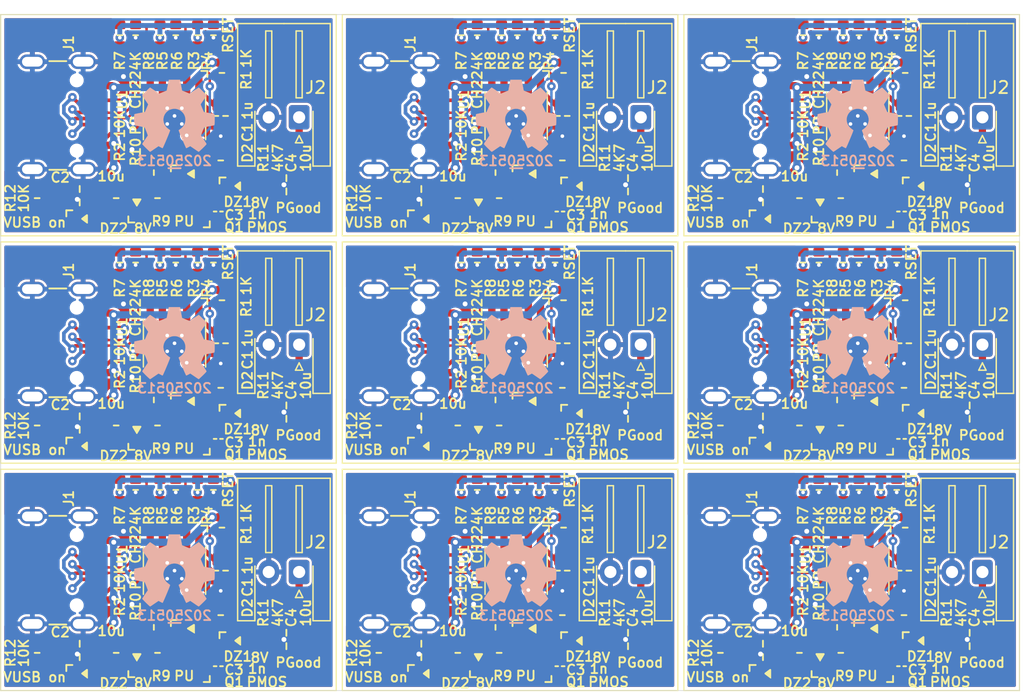
<source format=kicad_pcb>
(kicad_pcb (version 20240108) (generator "pcbnew") (generator_version "8.0")
  (layers (0 "F.Cu" mixed) (31 "B.Cu" mixed) (34 "B.Paste" user) (35 "F.Paste" user) (36 "B.SilkS" user "B.Silkscreen") (37 "F.SilkS" user "F.Silkscreen") (38 "B.Mask" user) (39 "F.Mask" user) (44 "Edge.Cuts" user))
  (net 0 "")
  (net 1 "GND")
  (net 2 "/VDD")
  (net 3 "/VBUS")
  (net 4 "Net-(DZ2-A)")
  (net 5 "/VOUT")
  (net 6 "/PG")
  (net 7 "Net-(DZ1-K)")
  (net 8 "Net-(D2-K)")
  (net 9 "Net-(D3-K)")
  (net 10 "/CC2")
  (net 11 "/CC1")
  (net 12 "Net-(U1-VBUS)")
  (net 13 "/CFG1")
  (net 14 "/CFG2")
  (net 15 "/CFG3")
  (net 16 "/DP")
  (net 18 "/DN")
  (footprint "SquantorCapacitor:C_1206_0805" (layer "F.Cu") (at 95.2 76.7 180)
    (property "Reference" "C2")
    (property "Value" "10u")
  )
  (footprint "SquantorDiodes:SOD-323-nexperia-hand" (layer "F.Cu") (at 132.5 93.6)
    (property "Reference" "DZ1")
    (property "Value" "8V")
  )
  (footprint "SquantorUsb:USB-C-HRO-31-M-12_aisler" (layer "F.Cu") (at 96.4 51.4 -90)
    (property "Reference" "J1")
    (property "Value" "USB-C_PD_USB")
  )
  (footprint "SquantorUsb:USB-C-HRO-31-M-12_aisler" (layer "F.Cu") (at 124.5 70.1 -90)
    (property "Reference" "J1")
    (property "Value" "USB-C_PD_USB")
  )
  (footprint "SquantorResistor:R_0603_hand" (layer "F.Cu") (at 162.4 82.2 -90)
    (property "Reference" "R4")
    (property "Value" "RSET")
  )
  (footprint "SquantorResistor:R_0603_hand" (layer "F.Cu") (at 91.7 58.2 90)
    (property "Reference" "R12")
    (property "Value" "10K")
  )
  (footprint "SquantorResistor:R_0603_hand" (layer "F.Cu") (at 127.9 44.8 -90)
    (property "Reference" "R8")
    (property "Value" "C3D")
  )
  (footprint "SquantorResistor:R_0603_hand" (layer "F.Cu") (at 154.7 44.8 90)
    (property "Reference" "R7")
    (property "Value" "C3U")
  )
  (footprint "SquantorResistor:R_0603_hand" (layer "F.Cu") (at 133 82.2 90)
    (property "Reference" "R3")
    (property "Value" "C1U")
  )
  (footprint "SquantorResistor:R_0603_hand" (layer "F.Cu") (at 131.2 63.5 -90)
    (property "Reference" "R6")
    (property "Value" "C2D")
  )
  (footprint "SquantorCapacitor:C_0805+0603" (layer "F.Cu") (at 106.8 51.4375 90)
    (property "Reference" "C1")
    (property "Value" "1u")
  )
  (footprint "SquantorResistor:R_0603_hand" (layer "F.Cu") (at 104.9 82.2 90)
    (property "Reference" "R3")
    (property "Value" "C1U")
  )
  (footprint "SquantorUsb:USB-C-HRO-31-M-12_aisler" (layer "F.Cu") (at 96.4 88.8 -90)
    (property "Reference" "J1")
    (property "Value" "USB-C_PD_USB")
  )
  (footprint "SquantorDiodes:SOD-323-nexperia-hand" (layer "F.Cu") (at 104.4 56.2)
    (property "Reference" "DZ1")
    (property "Value" "8V")
  )
  (footprint "SquantorResistor:R_0603_hand" (layer "F.Cu") (at 134.3 82.2 -90)
    (property "Reference" "R4")
    (property "Value" "RSET")
  )
  (footprint "SquantorResistor:R_0603_hand" (layer "F.Cu") (at 99.8 82.2 -90)
    (property "Reference" "R8")
    (property "Value" "C3D")
  )
  (footprint "Connector_JST:JST_XH_S2B-XH-A-1_1x02_P2.50mm_Horizontal" (layer "F.Cu") (at 169.45 70.25 180)
    (property "Reference" "J2")
    (property "Value" "Conn_01x02")
  )
  (footprint "SquantorIC:SSOP-10-1EP_WCH" (layer "F.Cu") (at 159.2 88.8375 -90)
    (property "Reference" "U1")
    (property "Value" "CH224K")
  )
  (footprint "SquantorResistor:R_0603_hand" (layer "F.Cu") (at 126.6 44.8 90)
    (property "Reference" "R7")
    (property "Value" "C3U")
  )
  (footprint "SquantorResistor:R_0603_hand" (layer "F.Cu") (at 98.5 63.5 90)
    (property "Reference" "R7")
    (property "Value" "C3U")
  )
  (footprint "SquantorCapacitor:C_1206_0805" (layer "F.Cu") (at 112.2 94.5 180)
    (property "Reference" "C4")
    (property "Value" "10u")
  )
  (footprint "Connector_JST:JST_XH_S2B-XH-A-1_1x02_P2.50mm_Horizontal" (layer "F.Cu") (at 113.25 70.25 180)
    (property "Reference" "J2")
    (property "Value" "Conn_01x02")
  )
  (footprint "SquantorCapacitor:C_0805+0603" (layer "F.Cu") (at 106.8 70.1375 90)
    (property "Reference" "C1")
    (property "Value" "1u")
  )
  (footprint "SquantorCapacitor:C_1206_0805" (layer "F.Cu") (at 151.4 58 180)
    (property "Reference" "C2")
    (property "Value" "10u")
  )
  (footprint "SquantorResistor:R_0603_hand" (layer "F.Cu") (at 99.8 44.8 -90)
    (property "Reference" "R8")
    (property "Value" "C3D")
  )
  (footprint "SquantorResistor:R_0603_hand" (layer "F.Cu") (at 161.1 44.8 90)
    (property "Reference" "R3")
    (property "Value" "C1U")
  )
  (footprint "SquantorResistor:R_0603_hand" (layer "F.Cu") (at 106.9 85.3 -90)
    (property "Reference" "R1")
    (property "Value" "1K")
  )
  (footprint "SquantorIC:SOT23-3" (layer "F.Cu") (at 104.1 96.3 180)
    (property "Reference" "Q1")
    (property "Value" "PMOS")
  )
  (footprint "SquantorResistor:R_0603_hand" (layer "F.Cu") (at 106.2 63.5 -90)
    (property "Reference" "R4")
    (property "Value" "RSET")
  )
  (footprint "SquantorResistor:R_0603_hand" (layer "F.Cu") (at 135 85.3 -90)
    (property "Reference" "R1")
    (property "Value" "1K")
  )
  (footprint "SquantorResistor:R_0603_hand" (layer "F.Cu") (at 129.9 63.5 90)
    (property "Reference" "R5")
    (property "Value" "C2U")
  )
  (footprint "SquantorCapacitor:C_0603" (layer "F.Cu") (at 162.8 78 90)
    (property "Reference" "C3")
    (property "Value" "1n")
  )
  (footprint "SquantorCapacitor:C_0603" (layer "F.Cu") (at 162.8 59.3 90)
    (property "Reference" "C3")
    (property "Value" "1n")
  )
  (footprint "SquantorResistor:R_0603_hand" (layer "F.Cu") (at 154.4 95.6 -90)
    (property "Reference" "R2")
    (property "Value" "10K")
  )
  (footprint "SquantorResistor:R_0603_hand" (layer "F.Cu") (at 127.9 63.5 -90)
    (property "Reference" "R8")
    (property "Value" "C3D")
  )
  (footprint "SquantorResistor:R_0603_hand" (layer "F.Cu") (at 147.9 76.9 90)
    (property "Reference" "R12")
    (property "Value" "10K")
  )
  (footprint "SquantorResistor:R_0603_hand" (layer "F.Cu") (at 101.8 44.8 90)
    (property "Reference" "R5")
    (property "Value" "C2U")
  )
  (footprint "SquantorCapacitor:C_1206_0805" (layer "F.Cu") (at 123.3 58 180)
    (property "Reference" "C2")
    (property "Value" "10u")
  )
  (footprint "SquantorResistor:R_0603_hand" (layer "F.Cu") (at 99.8 63.5 -90)
    (property "Reference" "R8")
    (property "Value" "C3D")
  )
  (footprint "SquantorCapacitor:C_1206_0805" (layer "F.Cu") (at 168.4 75.8 180)
    (property "Reference" "C4")
    (property "Value" "10u")
  )
  (footprint "Connector_JST:JST_XH_S2B-XH-A-1_1x02_P2.50mm_Horizontal" (layer "F.Cu") (at 141.35 51.55 180)
    (property "Reference" "J2")
    (property "Value" "Conn_01x02")
  )
  (footprint "SquantorResistor:R_0603_hand" (layer "F.Cu") (at 98.2 76.9 -90)
    (property "Reference" "R2")
    (property "Value" "10K")
  )
  (footprint "SquantorIC:SOT23-3" (layer "F.Cu") (at 160.3 77.6 180)
    (property "Reference" "Q1")
    (property "Value" "PMOS")
  )
  (footprint "SquantorCapacitor:C_0603" (layer "F.Cu") (at 106.6 59.3 90)
    (property "Reference" "C3")
    (property "Value" "1n")
  )
  (footprint "SquantorDiodes:SOD-323-nexperia-hand" (layer "F.Cu") (at 160.6 93.6)
    (property "Reference" "DZ1")
    (property "Value" "8V")
  )
  (footprint "SquantorResistor:R_0603_hand" (layer "F.Cu") (at 162.4 44.8 -90)
    (property "Reference" "R4")
    (property "Value" "RSET")
  )
  (footprint "SquantorDiodes:SOD-323-nexperia-hand" (layer "F.Cu") (at 156.1 58.5 90)
    (property "Reference" "DZ2")
    (property "Value" "8V")
  )
  (footprint "SquantorResistor:R_0603_hand" (layer "F.Cu") (at 126.6 63.5 90)
    (property "Reference" "R7")
    (property "Value" "C3U")
  )
  (footprint "SquantorResistor:R_0603_hand" (layer "F.Cu") (at 91.7 76.9 90)
    (property "Reference" "R12")
    (property "Value" "10K")
  )
  (footprint "SquantorIC:SSOP-10-1EP_WCH" (layer "F.Cu") (at 103 88.8375 -90)
    (property "Reference" "U1")
    (property "Value" "CH224K")
  )
  (footprint "SquantorResistor:R_0603_hand" (layer "F.Cu") (at 126.3 76.9 -90)
    (property "Reference" "R2")
    (property "Value" "10K")
  )
  (footprint "SquantorResistor:R_0603_hand" (layer "F.Cu") (at 129.7 95.6 -90)
    (property "Reference" "R9")
    (property "Value" "PU")
  )
  (footprint "SquantorResistor:R_0603_hand" (layer "F.Cu") (at 159.3 82.2 -90)
    (property "Reference" "R6")
    (property "Value" "C2D")
  )
  (footprint "SquantorResistor:R_0603_hand" (layer "F.Cu") (at 129.9 82.2 90)
    (property "Reference" "R5")
    (property "Value" "C2U")
  )
  (footprint "SquantorResistor:R_0603_hand" (layer "F.Cu") (at 158 44.8 90)
    (property "Reference" "R5")
    (property "Value" "C2U")
  )
  (footprint "SquantorDiodes:LED_0603_hand" (layer "F.Cu") (at 108.2 57.2)
    (property "Reference" "D2")
    (property "Value" "PGood")
  )
  (footprint "SquantorDiodes:SOD-323-nexperia-hand" (layer "F.Cu") (at 132.5 56.2)
    (property "Reference" "DZ1")
    (property "Value" "8V")
  )
  (footprint "SquantorResistor:R_0603_hand" (layer "F.Cu") (at 98.5 44.8 90)
    (property "Reference" "R7")
    (property "Value" "C3U")
  )
  (footprint "SquantorDiodes:LED_0603_hand" (layer "F.Cu") (at 95.6 97.3)
    (property "Reference" "D3")
    (property "Value" "VUSB on")
  )
  (footprint "SquantorResistor:R_0603_hand" (layer "F.Cu") (at 106.2 44.8 -90)
    (property "Reference" "R4")
    (property "Value" "RSET")
  )
  (footprint "SquantorResistor:R_0603_hand" (layer "F.Cu") (at 103.1 82.2 -90)
    (property "Reference" "R6")
    (property "Value" "C2D")
  )
  (footprint "SquantorDiodes:LED_0603_hand" (layer "F.Cu") (at 123.7 78.6)
    (property "Reference" "D3")
    (property "Value" "VUSB on")
  )
  (footprint "SquantorResistor:R_0603_hand" (layer "F.Cu") (at 154.4 58.2 -90)
    (property "Reference" "R2")
    (property "Value" "10K")
  )
  (footprint "Connector_JST:JST_XH_S2B-XH-A-1_1x02_P2.50mm_Horizontal" (layer "F.Cu") (at 113.25 51.55 180)
    (property "Reference" "J2")
    (property "Value" "Conn_01x02")
  )
  (footprint "SquantorResistor:R_0603_hand" (layer "F.Cu") (at 98.5 82.2 90)
    (property "Reference" "R7")
    (property "Value" "C3U")
  )
  (footprint "SquantorCapacitor:C_1206_0805" (layer "F.Cu") (at 140.3 94.5 180)
    (property "Reference" "C4")
    (property "Value" "10u")
  )
  (footprint "SquantorDiodes:SOD-323-nexperia-hand" (layer "F.Cu") (at 160.6 56.2)
    (property "Reference" "DZ1")
    (property "Value" "8V")
  )
  (footprint "SquantorResistor:R_0603_hand" (layer "F.Cu") (at 156 82.2 -90)
    (property "Reference" "R8")
    (property "Value" "C3D")
  )
  (footprint "SquantorDiodes:SOD-323-nexperia-hand" (layer "F.Cu") (at 99.9 77.2 90)
    (property "Reference" "DZ2")
    (property "Value" "8V")
  )
  (footprint "Connector_JST:JST_XH_S2B-XH-A-1_1x02_P2.50mm_Horizontal" (layer "F.Cu") (at 141.35 70.25 180)
    (property "Reference" "J2")
    (property "Value" "Conn_01x02")
  )
  (footprint "SquantorCapacitor:C_0805+0603" (layer "F.Cu") (at 163 51.4375 90)
    (property "Reference" "C1")
    (property "Value" "1u")
  )
  (footprint "SquantorResistor:R_0603_hand" (layer "F.Cu") (at 157.5 74.8 180)
    (property "Reference" "R10")
    (property "Value" "PD")
  )
  (footprint "SquantorResistor:R_0603_hand" (layer "F.Cu") (at 104.9 63.5 90)
    (property "Reference" "R3")
    (property "Value" "C1U")
  )
  (footprint "SquantorCapacitor:C_0603" (layer "F.Cu") (at 106.6 96.7 90)
    (property "Reference" "C3")
    (property "Value" "1n")
  )
  (footprint "SquantorCapacitor:C_1206_0805" (layer "F.Cu") (at 151.4 76.7 180)
    (property "Reference" "C2")
    (property "Value" "10u")
  )
  (footprint "SquantorCapacitor:C_1206_0805" (layer "F.Cu") (at 95.2 58 180)
    (property "Reference" "C2")
    (property "Value" "10u")
  )
  (footprint "SquantorDiodes:LED_0603_hand" (layer "F.Cu") (at 164.4 57.2)
    (property "Reference" "D2")
    (property "Value" "PGood")
  )
  (footprint "SquantorUsb:USB-C-HRO-31-M-12_aisler" (layer "F.Cu") (at 124.5 51.4 -90)
    (property "Reference" "J1")
    (property "Value" "USB-C_PD_USB")
  )
  (footprint "SquantorResistor:R_0603_hand" (layer "F.Cu") (at 163 73.8 -90)
    (property "Reference" "R11")
    (property "Value" "4K7")
  )
  (footprint "SquantorResistor:R_0603_hand" (layer "F.Cu") (at 129.4 93.5 180)
    (property "Reference" "R10")
    (property "Value" "PD")
  )
  (footprint "SquantorResistor:R_0603_hand" (layer "F.Cu") (at 162.4 63.5 -90)
    (property "Reference" "R4")
    (property "Value" "RSET")
  )
  (footprint "SquantorDiodes:SOD-323-nexperia-hand" (layer "F.Cu") (at 99.9 58.5 90)
    (property "Reference" "DZ2")
    (property "Value" "8V")
  )
  (footprint "SquantorResistor:R_0603_hand" (layer "F.Cu") (at 101.6 95.6 -90)
    (property "Reference" "R9")
    (property "Value" "PU")
  )
  (footprint "Connector_JST:JST_XH_S2B-XH-A-1_1x02_P2.50mm_Horizontal" (layer "F.Cu") (at 141.35 88.95 180)
    (property "Reference" "J2")
    (property "Value" "Conn_01x02")
  )
  (footprint "SquantorUsb:USB-C-HRO-31-M-12_aisler" (layer "F.Cu") (at 124.5 88.8 -90)
    (property "Reference" "J1")
    (property "Value" "USB-C_PD_USB")
  )
  (footprint "SquantorDiodes:SOD-323-nexperia-hand" (layer "F.Cu") (at 104.4 74.9)
    (property "Reference" "DZ1")
    (property "Value" "8V")
  )
  (footprint "SquantorDiodes:LED_0603_hand" (layer "F.Cu") (at 95.6 78.6)
    (property "Reference" "D3")
    (property "Value" "VUSB on")
  )
  (footprint "SquantorResistor:R_0603_hand" (layer "F.Cu") (at 157.8 58.2 -90)
    (property "Reference" "R9")
    (property "Value" "PU")
  )
  (footprint "SquantorDiodes:SOD-323-nexperia-hand" (layer "F.Cu") (at 128 58.5 90)
    (property "Reference" "DZ2")
    (property "Value" "8V")
  )
  (footprint "SquantorResistor:R_0603_hand" (layer "F.Cu") (at 101.8 63.5 90)
    (property "Reference" "R5")
    (property "Value" "C2U")
  )
  (footprint "SquantorCapacitor:C_0805+0603" (layer "F.Cu") (at 134.9 70.1375 90)
    (property "Reference" "C1")
    (property "Value" "1u")
  )
  (footprint "SquantorCapacitor:C_0603" (layer "F.Cu") (at 106.6 78 90)
    (property "Reference" "C3")
    (property "Value" "1n")
  )
  (footprint "SquantorResistor:R_0603_hand" (layer "F.Cu") (at 134.9 92.5 -90)
    (property "Reference" "R11")
    (property "Value" "4K7")
  )
  (footprint "SquantorCapacitor:C_0805+0603" (layer "F.Cu") (at 163 70.1375 90)
    (property "Reference" "C1")
    (property "Value" "1u")
  )
  (footprint "SquantorResistor:R_0603_hand" (layer "F.Cu") (at 106.8 92.5 -90)
    (property "Reference" "R11")
    (property "Value" "4K7")
  )
  (footprint "SquantorDiodes:SOD-323-nexperia-hand" (layer "F.Cu") (at 99.9 95.9 90)
    (property "Reference" "DZ2")
    (property "Value" "8V")
  )
  (footprint "SquantorResistor:R_0603_hand" (layer "F.Cu") (at 98.2 95.6 -90)
    (property "Reference" "R2")
    (property "Value" "10K")
  )
  (footprint "SquantorCapacitor:C_1206_0805" (layer "F.Cu") (at 123.3 76.7 180)
    (property "Reference" "C2")
    (property "Value" "10u")
  )
  (footprint "SquantorResistor:R_0603_hand" (layer "F.Cu") (at 163.1 66.6 -90)
    (property "Reference" "R1")
    (property "Value" "1K")
  )
  (footprint "SquantorResistor:R_0603_hand" (layer "F.Cu") (at 127.9 82.2 -90)
    (property "Reference" "R8")
    (property "Value" "C3D")
  )
  (footprint "SquantorCapacitor:C_0805+0603" (layer "F.Cu") (at 134.9 88.8375 90)
    (property "Reference" "C1")
    (property "Value" "1u")
  )
  (footprint "SquantorResistor:R_0603_hand" (layer "F.Cu") (at 159.3 63.5 -90)
    (property "Reference" "R6")
    (property "Value" "C2D")
  )
  (footprint "SquantorDiodes:LED_0603_hand" (layer "F.Cu") (at 151.8 97.3)
    (property "Reference" "D3")
    (property "Value" "VUSB on")
  )
  (footprint "SquantorCapacitor:C_1206_0805" (layer "F.Cu") (at 95.2 95.4 180)
    (property "Reference" "C2")
    (property "Value" "10u")
  )
  (footprint "SquantorResistor:R_0603_hand" (layer "F.Cu") (at 119.8 95.6 90)
    (property "Reference" "R12")
    (property "Value" "10K")
  )
  (footprint "SquantorResistor:R_0603_hand" (layer "F.Cu") (at 135 47.9 -90)
    (property "Reference" "R1")
    (property "Value" "1K")
  )
  (footprint "SquantorResistor:R_0603_hand" (layer "F.Cu") (at 161.1 63.5 90)
    (property "Reference" "R3")
    (property "Value" "C1U")
  )
  (footprint "SquantorResistor:R_0603_hand" (layer "F.Cu") (at 101.3 93.5 180)
    (property "Reference" "R10")
    (property "Value" "PD")
  )
  (footprint "SquantorDiodes:SOD-323-nexperia-hand" (layer "F.Cu") (at 156.1 77.2 90)
    (property "Reference" "DZ2")
    (property "Value" "8V")
  )
  (footprint "SquantorIC:SSOP-10-1EP_WCH" (layer "F.Cu") (at 131.1 51.4375 -90)
    (property "Reference" "U1")
    (property "Value" "CH224K")
  )
  (footprint "SquantorResistor:R_0603_hand" (layer "F.Cu") (at 158 63.5 90)
    (property "Reference" "R5")
    (property "Value" "C2U")
  )
  (footprint "SquantorDiodes:LED_0603_hand" (layer "F.Cu") (at 164.4 94.6)
    (property "Reference" "D2")
    (property "Value" "PGood")
  )
  (footprint "SquantorResistor:R_0603_hand" (layer "F.Cu") (at 157.8 95.6 -90)
    (property "Reference" "R9")
    (property "Value" "PU")
  )
  (footprint "Connector_JST:JST_XH_S2B-XH-A-1_1x02_P2.50mm_Horizontal" (layer "F.Cu") (at 113.25 88.95 180)
    (property "Reference" "J2")
    (property "Value" "Conn_01x02")
  )
  (footprint "SquantorResistor:R_0603_hand" (layer "F.Cu") (at 103.1 44.8 -90)
    (property "Reference" "R6")
    (property "Value" "C2D")
  )
  (footprint "SquantorResistor:R_0603_hand" (layer "F.Cu") (at 154.7 82.2 90)
    (property "Reference" "R7")
    (property "Value" "C3U")
  )
  (footprint "SquantorResistor:R_0603_hand" (layer "F.Cu") (at 157.5 93.5 180)
    (property "Reference" "R10")
    (property "Value" "PD")
  )
  (footprint "SquantorIC:SOT23-3" (layer "F.Cu") (at 160.3 96.3 180)
    (property "Reference" "Q1")
    (property "Value" "PMOS")
  )
  (footprint "SquantorCapacitor:C_0603" (layer "F.Cu") (at 162.8 96.7 90)
    (property "Reference" "C3")
    (property "Value" "1n")
  )
  (footprint "SquantorResistor:R_0603_hand" (layer "F.Cu") (at 131.2 44.8 -90)
    (property "Reference" "R6")
    (property "Value" "C2D")
  )
  (footprint "SquantorUsb:USB-C-HRO-31-M-12_aisler" (layer "F.Cu") (at 152.6 88.8 -90)
    (property "Reference" "J1")
    (property "Value" "USB-C_PD_USB")
  )
  (footprint "Connector_JST:JST_XH_S2B-XH-A-1_1x02_P2.50mm_Horizontal" (layer "F.Cu") (at 169.45 51.55 180)
    (property "Reference" "J2")
    (property "Value" "Conn_01x02")
  )
  (footprint "SquantorResistor:R_0603_hand" (layer "F.Cu") (at 157.8 76.9 -90)
    (property "Reference" "R9")
    (property "Value" "PU")
  )
  (footprint "SquantorResistor:R_0603_hand" (layer "F.Cu") (at 101.6 58.2 -90)
    (property "Reference" "R9")
    (property "Value" "PU")
  )
  (footprint "SquantorResistor:R_0603_hand" (layer "F.Cu") (at 101.3 56.1 180)
    (property "Reference" "R10")
    (property "Value" "PD")
  )
  (footprint "SquantorResistor:R_0603_hand" (layer "F.Cu") (at 159.3 44.8 -90)
    (property "Reference" "R6")
    (property "Value" "C2D")
  )
  (footprint "SquantorDiodes:LED_0603_hand" (layer "F.Cu") (at 136.3 75.9)
    (property "Reference" "D2")
    (property "Value" "PGood")
  )
  (footprint "SquantorCapacitor:C_1206_0805" (layer "F.Cu") (at 112.2 57.1 180)
    (property "Reference" "C4")
    (property "Value" "10u")
  )
  (footprint "SquantorDiodes:SOD-323-nexperia-hand" (layer "F.Cu") (at 104.4 93.6)
    (property "Reference" "DZ1")
    (property "Value" "8V")
  )
  (footprint "SquantorResistor:R_0603_hand" (layer "F.Cu") (at 106.8 73.8 -90)
    (property "Reference" "R11")
    (property "Value" "4K7")
  )
  (footprint "SquantorDiodes:LED_0603_hand" (layer "F.Cu") (at 108.2 75.9)
    (property "Reference" "D2")
    (property "Value" "PGood")
  )
  (footprint "SquantorDiodes:SOD-323-nexperia-hand" (layer "F.Cu") (at 132.5 74.9)
    (property "Reference" "DZ1")
    (property "Value" "8V")
  )
  (footprint "SquantorIC:SSOP-10-1EP_WCH" (layer "F.Cu") (at 131.1 70.1375 -90)
    (property "Reference" "U1")
    (property "Value" "CH224K")
  )
  (footprint "SquantorDiodes:LED_0603_hand" (layer "F.Cu") (at 108.2 94.6)
    (property "Reference" "D2")
    (property "Value" "PGood")
  )
  (footprint "SquantorResistor:R_0603_hand" (layer "F.Cu") (at 129.4 56.1 180)
    (property "Reference" "R10")
    (property "Value" "PD")
  )
  (footprint "SquantorIC:SSOP-10-1EP_WCH" (layer "F.Cu") (at 131.1 88.8375 -90)
    (property "Reference" "U1")
    (property "Value" "CH224K")
  )
  (footprint "SquantorResistor:R_0603_hand" (layer "F.Cu") (at 119.8 76.9 90)
    (property "Reference" "R12")
    (property "Value" "10K")
  )
  (footprint "SquantorDiodes:LED_0603_hand" (layer "F.Cu") (at 95.6 59.9)
    (property "Reference" "D3")
    (property "Value" "VUSB on")
  )
  (footprint "SquantorIC:SOT23-3" (layer "F.Cu") (at 160.3 58.9 180)
    (property "Reference" "Q1")
    (property "Value" "PMOS")
  )
  (footprint "SquantorResistor:R_0603_hand" (layer "F.Cu") (at 129.7 76.9 -90)
    (property "Reference" "R9")
    (property "Value" "PU")
  )
  (footprint "SquantorResistor:R_0603_hand" (layer "F.Cu") (at 126.3 58.2 -90)
    (property "Reference" "R2")
    (property "Value" "10K")
  )
  (footprint "SquantorCapacitor:C_1206_0805" (layer "F.Cu") (at 140.3 57.1 180)
    (property "Reference" "C4")
    (property "Value" "10u")
  )
  (footprint "SquantorResistor:R_0603_hand" (layer "F.Cu") (at 154.7 63.5 90)
    (property "Reference" "R7")
    (property "Value" "C3U")
  )
  (footprint "SquantorResistor:R_0603_hand" (layer "F.Cu") (at 134.9 55.1 -90)
    (property "Reference" "R11")
    (property "Value" "4K7")
  )
  (footprint "SquantorResistor:R_0603_hand" (layer "F.Cu") (at 163 92.5 -90)
    (property "Reference" "R11")
    (property "Value" "4K7")
  )
  (footprint "SquantorResistor:R_0603_hand" (layer "F.Cu") (at 106.2 82.2 -90)
    (property "Reference" "R4")
    (property "Value" "RSET")
  )
  (footprint "SquantorResistor:R_0603_hand" (layer "F.Cu") (at 133 63.5 90)
    (property "Reference" "R3")
    (property "Value" "C1U")
  )
  (footprint "SquantorResistor:R_0603_hand" (layer "F.Cu") (at 106.9 66.6 -90)
    (property "Reference" "R1")
    (property "Value" "1K")
  )
  (footprint "SquantorCapacitor:C_0603" (layer "F.Cu") (at 134.7 59.3 90)
    (property "Reference" "C3")
    (property "Value" "1n")
  )
  (footprint "SquantorResistor:R_0603_hand" (layer "F.Cu") (at 156 63.5 -90)
    (property "Reference" "R8")
    (property "Value" "C3D")
  )
  (footprint "SquantorDiodes:SOD-323-nexperia-hand" (layer "F.Cu") (at 128 95.9 90)
    (property "Reference" "DZ2")
    (property "Value" "8V")
  )
  (footprint "SquantorResistor:R_0603_hand" (layer "F.Cu") (at 101.3 74.8 180)
    (property "Reference" "R10")
    (property "Value" "PD")
  )
  (footprint "SquantorDiodes:LED_0603_hand" (layer "F.Cu") (at 151.8 59.9)
    (property "Reference" "D3")
    (property "Value" "VUSB on")
  )
  (footprint "SquantorIC:SSOP-10-1EP_WCH" (layer "F.Cu") (at 159.2 70.1375 -90)
    (property "Reference" "U1")
    (property "Value" "CH224K")
  )
  (footprint "SquantorResistor:R_0603_hand" (layer "F.Cu") (at 156 44.8 -90)
    (property "Reference" "R8")
    (property "Value" "C3D")
  )
  (footprint "SquantorResistor:R_0603_hand" (layer "F.Cu") (at 129.4 74.8 180)
    (property "Reference" "R10")
    (property "Value" "PD")
  )
  (footprint "SquantorIC:SOT23-3" (layer "F.Cu") (at 132.2 77.6 180)
    (property "Reference" "Q1")
    (property "Value" "PMOS")
  )
  (footprint "SquantorIC:SOT23-3" (layer "F.Cu") (at 132.2 58.9 180)
    (property "Reference" "Q1")
    (property "Value" "PMOS")
  )
  (footprint "SquantorIC:SOT23-3" (layer "F.Cu") (at 104.1 58.9 180)
    (property "Reference" "Q1")
    (property "Value" "PMOS")
  )
  (footprint "SquantorResistor:R_0603_hand" (layer "F.Cu") (at 154.4 76.9 -90)
    (property "Reference" "R2")
    (property "Value" "10K")
  )
  (footprint "SquantorResistor:R_0603_hand" (layer "F.Cu") (at 119.8 58.2 90)
    (property "Reference" "R12")
    (property "Value" "10K")
  )
  (footprint "SquantorCapacitor:C_0805+0603" (layer "F.Cu") (at 163 88.8375 90)
    (property "Reference" "C1")
    (property "Value" "1u")
  )
  (footprint "SquantorDiodes:SOD-323-nexperia-hand" (layer "F.Cu") (at 128 77.2 90)
    (property "Reference" "DZ2")
    (property "Value" "8V")
  )
  (footprint "Connector_JST:JST_XH_S2B-XH-A-1_1x02_P2.50mm_Horizontal" (layer "F.Cu") (at 169.45 88.95 180)
    (property "Reference" "J2")
    (property "Value" "Conn_01x02")
  )
  (footprint "SquantorUsb:USB-C-HRO-31-M-12_aisler" (layer "F.Cu") (at 152.6 51.4 -90)
    (property "Reference" "J1")
    (property "Value" "USB-C_PD_USB")
  )
  (footprint "SquantorResistor:R_0603_hand" (layer "F.Cu") (at 157.5 56.1 180)
    (property "Reference" "R10")
    (property "Value" "PD")
  )
  (footprint "SquantorResistor:R_0603_hand" (layer "F.Cu") (at 147.9 95.6 90)
    (property "Reference" "R12")
    (property "Value" "10K")
  )
  (footprint "SquantorResistor:R_0603_hand" (layer "F.Cu") (at 147.9 58.2 90)
    (property "Reference" "R12")
    (property "Value" "10K")
  )
  (footprint "SquantorResistor:R_0603_hand" (layer "F.Cu") (at 158 82.2 90)
    (property "Reference" "R5")
    (property "Value" "C2U")
  )
  (footprint "SquantorCapacitor:C_1206_0805" (layer "F.Cu") (at 151.4 95.4 180)
    (property "Reference" "C2")
    (property "Value" "10u")
  )
  (footprint "SquantorResistor:R_0603_hand" (layer "F.Cu") (at 126.6 82.2 90)
    (property "Reference" "R7")
    (property "Value" "C3U")
  )
  (footprint "SquantorCapacitor:C_1206_0805" (layer "F.Cu") (at 168.4 57.1 180)
    (property "Reference" "C4")
    (property "Value" "10u")
  )
  (footprint "SquantorDiodes:LED_0603_hand" (layer "F.Cu") (at 123.7 59.9)
    (property "Reference" "D3")
    (property "Value" "VUSB on")
  )
  (footprint "SquantorResistor:R_0603_hand" (layer "F.Cu") (at 163 55.1 -90)
    (property "Reference" "R11")
    (property "Value" "4K7")
  )
  (footprint "SquantorResistor:R_0603_hand" (layer "F.Cu") (at 129.9 44.8 90)
    (property "Reference" "R5")
    (property "Value" "C2U")
  )
  (footprint "SquantorDiodes:SOD-323-nexperia-hand" (layer "F.Cu") (at 156.1 95.9 90)
    (property "Reference" "DZ2")
    (property "Value" "8V")
  )
  (footprint "SquantorCapacitor:C_0603" (layer "F.Cu") (at 134.7 96.7 90)
    (property "Reference" "C3")
    (property "Value" "1n")
  )
  (footprint "SquantorDiodes:SOD-323-nexperia-hand" (layer "F.Cu") (at 160.6 74.9)
    (property "Reference" "DZ1")
    (property "Value" "8V")
  )
  (footprint "SquantorDiodes:LED_0603_hand" (layer "F.Cu") (at 164.4 75.9)
    (property "Reference" "D2")
    (property "Value" "PGood")
  )
  (footprint "SquantorCapacitor:C_1206_0805" (layer "F.Cu") (at 168.4 94.5 180)
    (property "Reference" "C4")
    (property "Value" "10u")
  )
  (footprint "SquantorUsb:USB-C-HRO-31-M-12_aisler" (layer "F.Cu") (at 152.6 70.1 -90)
    (property "Reference" "J1")
    (property "Value" "USB-C_PD_USB")
  )
  (footprint "SquantorResistor:R_0603_hand" (layer "F.Cu") (at 163.1 85.3 -90)
    (property "Reference" "R1")
    (property "Value" "1K")
  )
  (footprint "SquantorResistor:R_0603_hand" (layer "F.Cu") (at 163.1 47.9 -90)
    (property "Reference" "R1")
    (property "Value" "1K")
  )
  (footprint "SquantorCapacitor:C_1206_0805" (layer "F.Cu") (at 123.3 95.4 180)
    (property "Reference" "C2")
    (property "Value" "10u")
  )
  (footprint "SquantorResistor:R_0603_hand" (layer "F.Cu") (at 134.3 44.8 -90)
    (property "Reference" "R4")
    (property "Value" "RSET")
  )
  (footprint "SquantorCapacitor:C_0805+0603" (layer "F.Cu") (at 134.9 51.4375 90)
    (property "Reference" "C1")
    (property "Value" "1u")
  )
  (footprint "SquantorResistor:R_0603_hand" (layer "F.Cu") (at 126.3 95.6 -90)
    (property "Reference" "R2")
    (property "Value" "10K")
  )
  (footprint "SquantorCapacitor:C_0805+0603" (layer "F.Cu") (at 106.8 88.8375 90)
    (property "Reference" "C1")
    (property "Value" "1u")
  )
  (footprint "SquantorIC:SSOP-10-1EP_WCH" (layer "F.Cu") (at 103 51.4375 -90)
    (property "Reference" "U1")
    (property "Value" "CH224K")
  )
  (footprint "SquantorResistor:R_0603_hand" (layer "F.Cu") (at 104.9 44.8 90)
    (property "Reference" "R3")
    (property "Value" "C1U")
  )
  (footprint "SquantorCapacitor:C_1206_0805" (layer "F.Cu") (at 112.2 75.8 180)
    (property "Reference" "C4")
    (property "Value" "10u")
  )
  (footprint "SquantorDiodes:LED_0603_hand" (layer "F.Cu") (at 123.7 97.3)
    (property "Reference" "D3")
    (property "Value" "VUSB on")
  )
  (footprint "SquantorUsb:USB-C-HRO-31-M-12_aisler" (layer "F.Cu") (at 96.4 70.1 -90)
    (property "Reference" "J1")
    (property "Value" "USB-C_PD_USB")
  )
  (footprint "SquantorDiodes:LED_0603_hand" (layer "F.Cu") (at 136.3 57.2)
    (property "Reference" "D2")
    (property "Value" "PGood")
  )
  (footprint "SquantorResistor:R_0603_hand" (layer "F.Cu") (at 101.8 82.2 90)
    (property "Reference" "R5")
    (property "Value" "C2U")
  )
  (footprint "SquantorIC:SSOP-10-1EP_WCH" (layer "F.Cu") (at 159.2 51.4375 -90)
    (property "Reference" "U1")
    (property "Value" "CH224K")
  )
  (footprint "SquantorResistor:R_0603_hand" (layer "F.Cu") (at 131.2 82.2 -90)
    (property "Reference" "R6")
    (property "Value" "C2D")
  )
  (footprint "SquantorResistor:R_0603_hand" (layer "F.Cu") (at 106.9 47.9 -90)
    (property "Reference" "R1")
    (property "Value" "1K")
  )
  (footprint "SquantorResistor:R_0603_hand" (layer "F.Cu") (at 134.3 63.5 -90)
    (property "Reference" "R4")
    (property "Value" "RSET")
  )
  (footprint "SquantorResistor:R_0603_hand" (layer "F.Cu") (at 133 44.8 90)
    (property "Reference" "R3")
    (property "Value" "C1U")
  )
  (footprint "SquantorResistor:R_0603_hand" (layer "F.Cu") (at 135 66.6 -90)
    (property "Reference" "R1")
    (property "Value" "1K")
  )
  (footprint "SquantorResistor:R_0603_hand" (layer "F.Cu") (at 129.7 58.2 -90)
    (property "Reference" "R9")
    (property "Value" "PU")
  )
  (footprint "SquantorResistor:R_0603_hand" (layer "F.Cu") (at 98.2 58.2 -90)
    (property "Reference" "R2")
    (property "Value" "10K")
  )
  (footprint "SquantorIC:SSOP-10-1EP_WCH" (layer "F.Cu") (at 103 70.1375 -90)
    (property "Reference" "U1")
    (property "Value" "CH224K")
  )
  (footprint "SquantorResistor:R_0603_hand" (layer "F.Cu") (at 106.8 55.1 -90)
    (property "Reference" "R11")
    (property "Value" "4K7")
  )
  (footprint "SquantorResistor:R_0603_hand" (layer "F.Cu") (at 101.6 76.9 -90)
    (property "Reference" "R9")
    (property "Value" "PU")
  )
  (footprint "SquantorDiodes:LED_0603_hand" (layer "F.Cu") (at 136.3 94.6)
    (property "Reference" "D2")
    (property "Value" "PGood")
  )
  (footprint "SquantorIC:SOT23-3" (layer "F.Cu") (at 132.2 96.3 180)
    (property "Reference" "Q1")
    (property "Value" "PMOS")
  )
  (footprint "SquantorCapacitor:C_1206_0805" (layer "F.Cu") (at 140.3 75.8 180)
    (property "Reference" "C4")
    (property "Value" "10u")
  )
  (footprint "SquantorIC:SOT23-3" (layer "F.Cu") (at 104.1 77.6 180)
    (property "Reference" "Q1")
    (property "Value" "PMOS")
  )
  (footprint "SquantorResistor:R_0603_hand" (layer "F.Cu") (at 103.1 63.5 -90)
    (property "Reference" "R6")
    (property "Value" "C2D")
  )
  (footprint "SquantorResistor:R_0603_hand" (layer "F.Cu") (at 161.1 82.2 90)
    (property "Reference" "R3")
    (property "Value" "C1U")
  )
  (footprint "SquantorCapacitor:C_0603" (layer "F.Cu") (at 134.7 78 90)
    (property "Reference" "C3")
    (property "Value" "1n")
  )
  (footprint "SquantorDiodes:LED_0603_hand" (layer "F.Cu") (at 151.8 78.6)
    (property "Reference" "D3")
    (property "Value" "VUSB on")
  )
  (footprint "SquantorResistor:R_0603_hand" (layer "F.Cu") (at 134.9 73.8 -90)
    (property "Reference" "R11")
    (property "Value" "4K7")
  )
  (footprint "SquantorResistor:R_0603_hand" (layer "F.Cu") (at 91.7 95.6 90)
    (property "Reference" "R12")
    (property "Value" "10K")
  )
  (footprint "SquantorLabels:Label_Generic" (layer "B.Cu") (at 103 55.1375 180)
    (property "Reference" "N1" (hide yes))
    (property "Value" "20250513")
  )
  (footprint "Symbol:OSHW-Symbol_6.7x6mm_SilkScreen" (layer "B.Cu") (at 103 51.4375 180)
    (property "Reference" "N2" (hide yes))
    (property "Value" "OHWLOGO" (hide yes))
  )
  (footprint "Symbol:OSHW-Symbol_6.7x6mm_SilkScreen" (layer "B.Cu") (at 131.1 88.8375 180)
    (property "Reference" "N2" (hide yes))
    (property "Value" "OHWLOGO" (hide yes))
  )
  (footprint "Symbol:OSHW-Symbol_6.7x6mm_SilkScreen" (layer "B.Cu") (at 103 88.8375 180)
    (property "Reference" "N2" (hide yes))
    (property "Value" "OHWLOGO" (hide yes))
  )
  (footprint "SquantorLabels:Label_Generic" (layer "B.Cu") (at 131.1 55.1375 180)
    (property "Reference" "N1" (hide yes))
    (property "Value" "20250513")
  )
  (footprint "SquantorLabels:Label_Generic" (layer "B.Cu") (at 131.1 73.8375 180)
    (property "Reference" "N1" (hide yes))
    (property "Value" "20250513")
  )
  (footprint "SquantorLabels:Label_Generic" (layer "B.Cu") (at 159.2 73.8375 180)
    (property "Reference" "N1" (hide yes))
    (property "Value" "20250513")
  )
  (footprint "SquantorLabels:Label_Generic" (layer "B.Cu") (at 131.1 92.5375 180)
    (property "Reference" "N1" (hide yes))
    (property "Value" "20250513")
  )
  (footprint "SquantorLabels:Label_Generic" (layer "B.Cu") (at 159.2 55.1375 180)
    (property "Reference" "N1" (hide yes))
    (property "Value" "20250513")
  )
  (footprint "Symbol:OSHW-Symbol_6.7x6mm_SilkScreen" (layer "B.Cu") (at 103 70.1375 180)
    (property "Reference" "N2" (hide yes))
    (property "Value" "OHWLOGO" (hide yes))
  )
  (footprint "Symbol:OSHW-Symbol_6.7x6mm_SilkScreen" (layer "B.Cu") (at 159.2 88.8375 180)
    (property "Reference" "N2" (hide yes))
    (property "Value" "OHWLOGO" (hide yes))
  )
  (footprint "SquantorLabels:Label_Generic" (layer "B.Cu") (at 159.2 92.5375 180)
    (property "Reference" "N1" (hide yes))
    (property "Value" "20250513")
  )
  (footprint "Symbol:OSHW-Symbol_6.7x6mm_SilkScreen" (layer "B.Cu") (at 159.2 51.4375 180)
    (property "Reference" "N2" (hide yes))
    (property "Value" "OHWLOGO" (hide yes))
  )
  (footprint "Symbol:OSHW-Symbol_6.7x6mm_SilkScreen" (layer "B.Cu") (at 131.1 70.1375 180)
    (property "Reference" "N2" (hide yes))
    (property "Value" "OHWLOGO" (hide yes))
  )
  (footprint "SquantorLabels:Label_Generic" (layer "B.Cu") (at 103 92.5375 180)
    (property "Reference" "N1" (hide yes))
    (property "Value" "20250513")
  )
  (footprint "Symbol:OSHW-Symbol_6.7x6mm_SilkScreen" (layer "B.Cu") (at 131.1 51.4375 180)
    (property "Reference" "N2" (hide yes))
    (property "Value" "OHWLOGO" (hide yes))
  )
  (footprint "SquantorLabels:Label_Generic" (layer "B.Cu") (at 103 73.8375 180)
    (property "Reference" "N1" (hide yes))
    (property "Value" "20250513")
  )
  (footprint "Symbol:OSHW-Symbol_6.7x6mm_SilkScreen" (layer "B.Cu") (at 159.2 70.1375 180)
    (property "Reference" "N2" (hide yes))
    (property "Value" "OHWLOGO" (hide yes))
  )
  (gr_line (start 88.7 61.8) (end 116.3 61.8) (stroke (width 0.1)) (layer "F.SilkS"))
  (gr_line (start 88.7 43.1) (end 116.3 43.1) (stroke (width 0.1)) (layer "F.SilkS"))
  (gr_line (start 144.9 80.5) (end 172.5 80.5) (stroke (width 0.1)) (layer "F.SilkS"))
  (gr_line (start 144.4 80.5) (end 144.4 98.7) (stroke (width 0.1)) (layer "F.SilkS"))
  (gr_line (start 144.9 61.8) (end 172.5 61.8) (stroke (width 0.1)) (layer "F.SilkS"))
  (gr_line (start 88.7 61.3) (end 88.7 43.1) (stroke (width 0.1)) (layer "F.SilkS"))
  (gr_line (start 116.8 80) (end 116.8 61.8) (stroke (width 0.1)) (layer "F.SilkS"))
  (gr_line (start 116.8 43.1) (end 144.4 43.1) (stroke (width 0.1)) (layer "F.SilkS"))
  (gr_line (start 172.5 61.3) (end 144.9 61.3) (stroke (width 0.1)) (layer "F.SilkS"))
  (gr_line (start 88.7 98.7) (end 88.7 80.5) (stroke (width 0.1)) (layer "F.SilkS"))
  (gr_line (start 116.8 61.3) (end 116.8 43.1) (stroke (width 0.1)) (layer "F.SilkS"))
  (gr_line (start 116.3 43.1) (end 116.3 61.3) (stroke (width 0.1)) (layer "F.SilkS"))
  (gr_line (start 144.9 98.7) (end 144.9 80.5) (stroke (width 0.1)) (layer "F.SilkS"))
  (gr_line (start 116.3 80) (end 88.7 80) (stroke (width 0.1)) (layer "F.SilkS"))
  (gr_line (start 88.7 80) (end 88.7 61.8) (stroke (width 0.1)) (layer "F.SilkS"))
  (gr_line (start 144.9 80) (end 144.9 61.8) (stroke (width 0.1)) (layer "F.SilkS"))
  (gr_line (start 144.9 43.1) (end 172.5 43.1) (stroke (width 0.1)) (layer "F.SilkS"))
  (gr_line (start 144.9 61.3) (end 144.9 43.1) (stroke (width 0.1)) (layer "F.SilkS"))
  (gr_line (start 144.4 98.7) (end 116.8 98.7) (stroke (width 0.1)) (layer "F.SilkS"))
  (gr_line (start 172.5 43.1) (end 172.5 61.3) (stroke (width 0.1)) (layer "F.SilkS"))
  (gr_line (start 116.8 98.7) (end 116.8 80.5) (stroke (width 0.1)) (layer "F.SilkS"))
  (gr_line (start 116.3 98.7) (end 88.7 98.7) (stroke (width 0.1)) (layer "F.SilkS"))
  (gr_line (start 172.5 61.8) (end 172.5 80) (stroke (width 0.1)) (layer "F.SilkS"))
  (gr_line (start 144.4 43.1) (end 144.4 61.3) (stroke (width 0.1)) (layer "F.SilkS"))
  (gr_line (start 144.4 80) (end 116.8 80) (stroke (width 0.1)) (layer "F.SilkS"))
  (gr_line (start 88.7 80.5) (end 116.3 80.5) (stroke (width 0.1)) (layer "F.SilkS"))
  (gr_line (start 116.3 80.5) (end 116.3 98.7) (stroke (width 0.1)) (layer "F.SilkS"))
  (gr_line (start 116.3 61.3) (end 88.7 61.3) (stroke (width 0.1)) (layer "F.SilkS"))
  (gr_line (start 116.8 61.8) (end 144.4 61.8) (stroke (width 0.1)) (layer "F.SilkS"))
  (gr_line (start 144.4 61.3) (end 116.8 61.3) (stroke (width 0.1)) (layer "F.SilkS"))
  (gr_line (start 116.8 80.5) (end 144.4 80.5) (stroke (width 0.1)) (layer "F.SilkS"))
  (gr_line (start 144.4 61.8) (end 144.4 80) (stroke (width 0.1)) (layer "F.SilkS"))
  (gr_line (start 116.3 61.8) (end 116.3 80) (stroke (width 0.1)) (layer "F.SilkS"))
  (gr_line (start 172.5 98.7) (end 144.9 98.7) (stroke (width 0.1)) (layer "F.SilkS"))
  (gr_line (start 172.5 80.5) (end 172.5 98.7) (stroke (width 0.1)) (layer "F.SilkS"))
  (gr_line (start 172.5 80) (end 144.9 80) (stroke (width 0.1)) (layer "F.SilkS"))
  (gr_line (start 172.5 98.7) (end 88.7 98.7) (stroke (width 0.05)) (layer "Edge.Cuts"))
  (gr_line (start 88.7 98.7) (end 88.7 43.1) (stroke (width 0.05)) (layer "Edge.Cuts"))
  (gr_line (start 172.5 43.1) (end 172.5 98.7) (stroke (width 0.05)) (layer "Edge.Cuts"))
  (gr_line (start 88.7 43.1) (end 172.5 43.1) (stroke (width 0.05)) (layer "Edge.Cuts"))
  (segment (start 99.5 54.2) (end 99.05 54.65) (width 0.6) (layer "F.Cu") (net 1))
  (segment (start 155.25 54.65) (end 152.6 54.65) (width 0.6) (layer "F.Cu") (net 1))
  (segment (start 127.6 91.6) (end 127.15 92.05) (width 0.6) (layer "F.Cu") (net 1))
  (segment (start 155.7 91.6) (end 155.25 92.05) (width 0.6) (layer "F.Cu") (net 1))
  (segment (start 155.7 54.2) (end 155.25 54.65) (width 0.6) (layer "F.Cu") (net 1))
  (segment (start 98.75 85.55) (end 96.4 85.55) (width 0.6) (layer "F.Cu") (net 1))
  (segment (start 155.25 92.05) (end 152.6 92.05) (width 0.6) (layer "F.Cu") (net 1))
  (segment (start 99.05 73.35) (end 96.4 73.35) (width 0.6) (layer "F.Cu") (net 1))
  (segment (start 99.05 54.65) (end 96.4 54.65) (width 0.6) (layer "F.Cu") (net 1))
  (segment (start 98.75 48.15) (end 96.4 48.15) (width 0.6) (layer "F.Cu") (net 1))
  (segment (start 127.6 54.2) (end 127.15 54.65) (width 0.6) (layer "F.Cu") (net 1))
  (segment (start 126.9 85.6) (end 126.85 85.55) (width 0.6) (layer "F.Cu") (net 1))
  (segment (start 154.95 66.85) (end 152.6 66.85) (width 0.6) (layer "F.Cu") (net 1))
  (segment (start 126.9 66.9) (end 126.85 66.85) (width 0.6) (layer "F.Cu") (net 1))
  (segment (start 99.5 72.9) (end 99.05 73.35) (width 0.6) (layer "F.Cu") (net 1))
  (segment (start 98.8 85.6) (end 98.75 85.55) (width 0.6) (layer "F.Cu") (net 1))
  (segment (start 155 48.2) (end 154.95 48.15) (width 0.6) (layer "F.Cu") (net 1))
  (segment (start 98.75 66.85) (end 96.4 66.85) (width 0.6) (layer "F.Cu") (net 1))
  (segment (start 155 66.9) (end 154.95 66.85) (width 0.6) (layer "F.Cu") (net 1))
  (segment (start 98.8 48.2) (end 98.75 48.15) (width 0.6) (layer "F.Cu") (net 1))
  (segment (start 98.8 66.9) (end 98.75 66.85) (width 0.6) (layer "F.Cu") (net 1))
  (segment (start 154.95 48.15) (end 152.6 48.15) (width 0.6) (layer "F.Cu") (net 1))
  (segment (start 99.05 92.05) (end 96.4 92.05) (width 0.6) (layer "F.Cu") (net 1))
  (segment (start 127.15 92.05) (end 124.5 92.05) (width 0.6) (layer "F.Cu") (net 1))
  (segment (start 99.5 91.6) (end 99.05 92.05) (width 0.6) (layer "F.Cu") (net 1))
  (segment (start 127.15 54.65) (end 124.5 54.65) (width 0.6) (layer "F.Cu") (net 1))
  (segment (start 155 85.6) (end 154.95 85.55) (width 0.6) (layer "F.Cu") (net 1))
  (segment (start 127.6 72.9) (end 127.15 73.35) (width 0.6) (layer "F.Cu") (net 1))
  (segment (start 126.85 85.55) (end 124.5 85.55) (width 0.6) (layer "F.Cu") (net 1))
  (segment (start 126.9 48.2) (end 126.85 48.15) (width 0.6) (layer "F.Cu") (net 1))
  (segment (start 126.85 48.15) (end 124.5 48.15) (width 0.6) (layer "F.Cu") (net 1))
  (segment (start 155.25 73.35) (end 152.6 73.35) (width 0.6) (layer "F.Cu") (net 1))
  (segment (start 127.15 73.35) (end 124.5 73.35) (width 0.6) (layer "F.Cu") (net 1))
  (segment (start 126.85 66.85) (end 124.5 66.85) (width 0.6) (layer "F.Cu") (net 1))
  (segment (start 155.7 72.9) (end 155.25 73.35) (width 0.6) (layer "F.Cu") (net 1))
  (segment (start 154.95 85.55) (end 152.6 85.55) (width 0.6) (layer "F.Cu") (net 1))
  (via (at 95 95.7) (size 0.8) (drill 0.4) (layers "F.Cu" "B.Cu") (net 1))
  (via (at 163 90.5) (size 0.7) (drill 0.3) (layers "F.Cu" "B.Cu") (net 1))
  (via (at 163 53.1) (size 0.7) (drill 0.3) (layers "F.Cu" "B.Cu") (net 1))
  (via (at 102.4 88.2) (size 0.7) (drill 0.3) (layers "F.Cu" "B.Cu") (net 1))
  (via (at 159.2 70.1375) (size 0.7) (drill 0.3) (layers "F.Cu" "B.Cu") (net 1))
  (via (at 103.6 89.5) (size 0.7) (drill 0.3) (layers "F.Cu" "B.Cu") (net 1))
  (via (at 130.5 70.8) (size 0.7) (drill 0.3) (layers "F.Cu" "B.Cu") (net 1))
  (via (at 155.7 91.6) (size 0.8) (drill 0.4) (layers "F.Cu" "B.Cu") (net 1))
  (via (at 127.9 82.4) (size 0.7) (drill 0.3) (layers "F.Cu" "B.Cu") (net 1))
  (via (at 159.2 88.8375) (size 0.7) (drill 0.3) (layers "F.Cu" "B.Cu") (net 1))
  (via (at 103.6 52.1) (size 0.7) (drill 0.3) (layers "F.Cu" "B.Cu") (net 1))
  (via (at 123.1 77) (size 0.8) (drill 0.4) (layers "F.Cu" "B.Cu") (net 1))
  (via (at 159.8 69.5) (size 0.7) (drill 0.3) (layers "F.Cu" "B.Cu") (net 1))
  (via (at 151.2 58.3) (size 0.8) (drill 0.4) (layers "F.Cu" "B.Cu") (net 1))
  (via (at 140.1 75.8) (size 0.8) (drill 0.4) (layers "F.Cu" "B.Cu") (net 1))
  (via (at 99.8 45) (size 0.7) (drill 0.3) (layers "F.Cu" "B.Cu") (net 1))
  (via (at 168.2 57.1) (size 0.8) (drill 0.4) (layers "F.Cu" "B.Cu") (net 1))
  (via (at 99.5 72.9) (size 0.8) (drill 0.4) (layers "F.Cu" "B.Cu") (net 1))
  (via (at 99.8 63.7) (size 0.7) (drill 0.3) (layers "F.Cu" "B.Cu") (net 1))
  (via (at 134.9 71.8) (size 0.7) (drill 0.3) (layers "F.Cu" "B.Cu") (net 1))
  (via (at 127.6 91.6) (size 0.8) (drill 0.4) (layers "F.Cu" "B.Cu") (net 1))
  (via (at 159.8 70.8) (size 0.7) (drill 0.3) (layers "F.Cu" "B.Cu") (net 1))
  (via (at 99.8 82.4) (size 0.7) (drill 0.3) (layers "F.Cu" "B.Cu") (net 1))
  (via (at 151.2 95.7) (size 0.8) (drill 0.4) (layers "F.Cu" "B.Cu") (net 1))
  (via (at 106.2 63.7) (size 0.7) (drill 0.3) (layers "F.Cu" "B.Cu") (net 1))
  (via (at 134.3 45) (size 0.7) (drill 0.3) (layers "F.Cu" "B.Cu") (net 1))
  (via (at 159.3 45) (size 0.7) (drill 0.3) (layers "F.Cu" "B.Cu") (net 1))
  (via (at 103.6 88.2) (size 0.7) (drill 0.3) (layers "F.Cu" "B.Cu") (net 1))
  (via (at 112 75.8) (size 0.8) (drill 0.4) (layers "F.Cu" "B.Cu") (net 1))
  (via (at 131.7 89.5) (size 0.7) (drill 0.3) (layers "F.Cu" "B.Cu") (net 1))
  (via (at 130.5 50.8) (size 0.7) (drill 0.3) (layers "F.Cu" "B.Cu") (net 1))
  (via (at 159.3 63.7) (size 0.7) (drill 0.3) (layers "F.Cu" "B.Cu") (net 1))
  (via (at 131.7 52.1) (size 0.7) (drill 0.3) (layers "F.Cu" "B.Cu") (net 1))
  (via (at 126.9 66.9) (size 0.8) (drill 0.4) (layers "F.Cu" "B.Cu") (net 1))
  (via (at 103.1 63.7) (size 0.7) (drill 0.3) (layers "F.Cu" "B.Cu") (net 1))
  (via (at 159.8 88.2) (size 0.7) (drill 0.3) (layers "F.Cu" "B.Cu") (net 1))
  (via (at 163 71.8) (size 0.7) (drill 0.3) (layers "F.Cu" "B.Cu") (net 1))
  (via (at 158.6 50.8) (size 0.7) (drill 0.3) (layers "F.Cu" "B.Cu") (net 1))
  (via (at 123.1 58.3) (size 0.8) (drill 0.4) (layers "F.Cu" "B.Cu") (net 1))
  (via (at 103.1 45) (size 0.7) (drill 0.3) (layers "F.Cu" "B.Cu") (net 1))
  (via (at 131.7 69.5) (size 0.7) (drill 0.3) (layers "F.Cu" "B.Cu") (net 1))
  (via (at 158.6 69.5) (size 0.7) (drill 0.3) (layers "F.Cu" "B.Cu") (net 1))
  (via (at 103 51.4375) (size 0.7) (drill 0.3) (layers "F.Cu" "B.Cu") (net 1))
  (via (at 103.6 70.8) (size 0.7) (drill 0.3) (layers "F.Cu" "B.Cu") (net 1))
  (via (at 131.1 51.4375) (size 0.7) (drill 0.3) (layers "F.Cu" "B.Cu") (net 1))
  (via (at 130.5 89.5) (size 0.7) (drill 0.3) (layers "F.Cu" "B.Cu") (net 1))
  (via (at 131.7 50.8) (size 0.7) (drill 0.3) (layers "F.Cu" "B.Cu") (net 1))
  (via (at 102.4 89.5) (size 0.7) (drill 0.3) (layers "F.Cu" "B.Cu") (net 1))
  (via (at 162.4 45) (size 0.7) (drill 0.3) (layers "F.Cu" "B.Cu") (net 1))
  (via (at 102.4 50.8) (size 0.7) (drill 0.3) (layers "F.Cu" "B.Cu") (net 1))
  (via (at 130.5 52.1) (size 0.7) (drill 0.3) (layers "F.Cu" "B.Cu") (net 1))
  (via (at 159.3 82.4) (size 0.7) (drill 0.3) (layers "F.Cu" "B.Cu") (net 1))
  (via (at 155.7 54.2) (size 0.8) (drill 0.4) (layers "F.Cu" "B.Cu") (net 1))
  (via (at 168.2 94.5) (size 0.8) (drill 0.4) (layers "F.Cu" "B.Cu") (net 1))
  (via (at 159.8 52.1) (size 0.7) (drill 0.3) (layers "F.Cu" "B.Cu") (net 1))
  (via (at 159.2 51.4375) (size 0.7) (drill 0.3) (layers "F.Cu" "B.Cu") (net 1))
  (via (at 151.2 77) (size 0.8) (drill 0.4) (layers "F.Cu" "B.Cu") (net 1))
  (via (at 155 66.9) (size 0.8) (drill 0.4) (layers "F.Cu" "B.Cu") (net 1))
  (via (at 106.8 90.5) (size 0.7) (drill 0.3) (layers "F.Cu" "B.Cu") (net 1))
  (via (at 131.2 45) (size 0.7) (drill 0.3) (layers "F.Cu" "B.Cu") (net 1))
  (via (at 162.4 82.4) (size 0.7) (drill 0.3) (layers "F.Cu" "B.Cu") (net 1))
  (via (at 112 94.5) (size 0.8) (drill 0.4) (layers "F.Cu" "B.Cu") (net 1))
  (via (at 95 58.3) (size 0.8) (drill 0.4) (layers "F.Cu" "B.Cu") (net 1))
  (via (at 131.2 63.7) (size 0.7) (drill 0.3) (layers "F.Cu" "B.Cu") (net 1))
  (via (at 131.7 88.2) (size 0.7) (drill 0.3) (layers "F.Cu" "B.Cu") (net 1))
  (via (at 156 45) (size 0.7) (drill 0.3) (layers "F.Cu" "B.Cu") (net 1))
  (via (at 127.6 54.2) (size 0.8) (drill 0.4) (layers "F.Cu" "B.Cu") (net 1))
  (via (at 134.3 63.7) (size 0.7) (drill 0.3) (layers "F.Cu" "B.Cu") (net 1))
  (via (at 103 70.1375) (size 0.7) (drill 0.3) (layers "F.Cu" "B.Cu") (net 1))
  (via (at 99.5 54.2) (size 0.8) (drill 0.4) (layers "F.Cu" "B.Cu") (net 1))
  (via (at 131.1 88.8375) (size 0.7) (drill 0.3) (layers "F.Cu" "B.Cu") (net 1))
  (via (at 168.2 75.8) (size 0.8) (drill 0.4) (layers "F.Cu" "B.Cu") (net 1))
  (via (at 98.8 48.2) (size 0.8) (drill 0.4) (layers "F.Cu" "B.Cu") (net 1))
  (via (at 162.4 63.7) (size 0.7) (drill 0.3) (layers "F.Cu" "B.Cu") (net 1))
  (via (at 102.4 70.8) (size 0.7) (drill 0.3) (layers "F.Cu" "B.Cu") (net 1))
  (via (at 103 88.8375) (size 0.7) (drill 0.3) (layers "F.Cu" "B.Cu") (net 1))
  (via (at 134.9 90.5) (size 0.7) (drill 0.3) (layers "F.Cu" "B.Cu") (net 1))
  (via (at 99.5 91.6) (size 0.8) (drill 0.4) (layers "F.Cu" "B.Cu") (net 1))
  (via (at 159.8 50.8) (size 0.7) (drill 0.3) (layers "F.Cu" "B.Cu") (net 1))
  (via (at 131.2 82.4) (size 0.7) (drill 0.3) (layers "F.Cu" "B.Cu") (net 1))
  (via (at 140.1 94.5) (size 0.8) (drill 0.4) (layers "F.Cu" "B.Cu") (net 1))
  (via (at 106.2 45) (size 0.7) (drill 0.3) (layers "F.Cu" "B.Cu") (net 1))
  (via (at 130.5 88.2) (size 0.7) (drill 0.3) (layers "F.Cu" "B.Cu") (net 1))
  (via (at 126.9 85.6) (size 0.8) (drill 0.4) (layers "F.Cu" "B.Cu") (net 1))
  (via (at 106.8 53.1) (size 0.7) (drill 0.3) (layers "F.Cu" "B.Cu") (net 1))
  (via (at 127.9 63.7) (size 0.7) (drill 0.3) (layers "F.Cu" "B.Cu") (net 1))
  (via (at 106.8 71.8) (size 0.7) (drill 0.3) (layers "F.Cu" "B.Cu") (net 1))
  (via (at 158.6 89.5) (size 0.7) (drill 0.3) (layers "F.Cu" "B.Cu") (net 1))
  (via (at 102.4 69.5) (size 0.7) (drill 0.3) (layers "F.Cu" "B.Cu") (net 1))
  (via (at 112 57.1) (size 0.8) (drill 0.4) (layers "F.Cu" "B.Cu") (net 1))
  (via (at 123.1 95.7) (size 0.8) (drill 0.4) (layers "F.Cu" "B.Cu") (net 1))
  (via (at 130.5 69.5) (size 0.7) (drill 0.3) (layers "F.Cu" "B.Cu") (net 1))
  (via (at 126.9 48.2) (size 0.8) (drill 0.4) (layers "F.Cu" "B.Cu") (net 1))
  (via (at 98.8 85.6) (size 0.8) (drill 0.4) (layers "F.Cu" "B.Cu") (net 1))
  (via (at 156 82.4) (size 0.7) (drill 0.3) (layers "F.Cu" "B.Cu") (net 1))
  (via (at 134.9 53.1) (size 0.7) (drill 0.3) (layers "F.Cu" "B.Cu") (net 1))
  (via (at 102.4 52.1) (size 0.7) (drill 0.3) (layers "F.Cu" "B.Cu") (net 1))
  (via (at 106.2 82.4) (size 0.7) (drill 0.3) (layers "F.Cu" "B.Cu") (net 1))
  (via (at 159.8 89.5) (size 0.7) (drill 0.3) (layers "F.Cu" "B.Cu") (net 1))
  (via (at 103.6 50.8) (size 0.7) (drill 0.3) (layers "F.Cu" "B.Cu") (net 1))
  (via (at 103.6 69.5) (size 0.7) (drill 0.3) (layers "F.Cu" "B.Cu") (net 1))
  (via (at 158.6 88.2) (size 0.7) (drill 0.3) (layers "F.Cu" "B.Cu") (net 1))
  (via (at 158.6 70.8) (size 0.7) (drill 0.3) (layers "F.Cu" "B.Cu") (net 1))
  (via (at 127.6 72.9) (size 0.8) (drill 0.4) (layers "F.Cu" "B.Cu") (net 1))
  (via (at 131.1 70.1375) (size 0.7) (drill 0.3) (layers "F.Cu" "B.Cu") (net 1))
  (via (at 95 77) (size 0.8) (drill 0.4) (layers "F.Cu" "B.Cu") (net 1))
  (via (at 155 48.2) (size 0.8) (drill 0.4) (layers "F.Cu" "B.Cu") (net 1))
  (via (at 158.6 52.1) (size 0.7) (drill 0.3) (layers "F.Cu" "B.Cu") (net 1))
  (via (at 156 63.7) (size 0.7) (drill 0.3) (layers "F.Cu" "B.Cu") (net 1))
  (via (at 103.1 82.4) (size 0.7) (drill 0.3) (layers "F.Cu" "B.Cu") (net 1))
  (via (at 134.3 82.4) (size 0.7) (drill 0.3) (layers "F.Cu" "B.Cu") (net 1))
  (via (at 155.7 72.9) (size 0.8) (drill 0.4) (layers "F.Cu" "B.Cu") (net 1))
  (via (at 155 85.6) (size 0.8) (drill 0.4) (layers "F.Cu" "B.Cu") (net 1))
  (via (at 131.7 70.8) (size 0.7) (drill 0.3) (layers "F.Cu" "B.Cu") (net 1))
  (via (at 98.8 66.9) (size 0.8) (drill 0.4) (layers "F.Cu" "B.Cu") (net 1))
  (via (at 127.9 45) (size 0.7) (drill 0.3) (layers "F.Cu" "B.Cu") (net 1))
  (via (at 140.1 57.1) (size 0.8) (drill 0.4) (layers "F.Cu" "B.Cu") (net 1))
  (segment (start 107.775 74.075) (end 107.775 69.375) (width 0.2) (layer "F.Cu") (net 2))
  (segment (start 107.8 48.5) (end 107.55 48.75) (width 0.4) (layer "F.Cu") (net 2))
  (segment (start 135.65 67.45) (end 135 67.45) (width 0.4) (layer "F.Cu") (net 2))
  (segment (start 107.775 69.375) (end 107.6125 69.2125) (width 0.2) (layer "F.Cu") (net 2))
  (segment (start 135.7125 69.2125) (end 134.9 69.2125) (width 0.2) (layer "F.Cu") (net 2))
  (segment (start 135 48.75) (end 134.9 48.85) (width 0.4) (layer "F.Cu") (net 2))
  (segment (start 161.2 68) (end 161.2 67.5) (width 0.4) (layer "F.Cu") (net 2))
  (segment (start 165.25 75.9) (end 165.25 75.35) (width 0.2) (layer "F.Cu") (net 2))
  (segment (start 135.7125 50.5125) (end 134.9 50.5125) (width 0.2) (layer "F.Cu") (net 2))
  (segment (start 135.7 81.4) (end 135.9 81.6) (width 0.4) (layer "F.Cu") (net 2))
  (segment (start 106.9 48.75) (end 106.8 48.85) (width 0.4) (layer "F.Cu") (net 2))
  (segment (start 135.875 55.375) (end 135.875 50.675) (width 0.2) (layer "F.Cu") (net 2))
  (segment (start 107.55 86.15) (end 106.9 86.15) (width 0.4) (layer "F.Cu") (net 2))
  (segment (start 107.775 92.775) (end 107.775 88.075) (width 0.2) (layer "F.Cu") (net 2))
  (segment (start 135 67.45) (end 134.9 67.55) (width 0.4) (layer "F.Cu") (net 2))
  (segment (start 109.05 94.05) (end 107.775 92.775) (width 0.2) (layer "F.Cu") (net 2))
  (segment (start 135 86.15) (end 134.9 86.25) (width 0.4) (layer "F.Cu") (net 2))
  (segment (start 134.9 67.55) (end 134.9 69.2125) (width 0.4) (layer "F.Cu") (net 2))
  (segment (start 135.9 81.6) (end 135.9 85.9) (width 0.4) (layer "F.Cu") (net 2))
  (segment (start 106.8 87.9125) (end 106.2125 87.9125) (width 0.4) (layer "F.Cu") (net 2))
  (segment (start 165.25 94.05) (end 163.975 92.775) (width 0.2) (layer "F.Cu") (net 2))
  (segment (start 133.1 86.7) (end 133.1 86.2) (width 0.4) (layer "F.Cu") (net 2))
  (segment (start 163.8125 69.2125) (end 163 69.2125) (width 0.2) (layer "F.Cu") (net 2))
  (segment (start 133.1 68) (end 133.1 67.5) (width 0.4) (layer "F.Cu") (net 2))
  (segment (start 105 86.7) (end 105 86.2) (width 0.4) (layer "F.Cu") (net 2))
  (segment (start 163.975 88.075) (end 163.8125 87.9125) (width 0.2) (layer "F.Cu") (net 2))
  (segment (start 137.15 94.05) (end 135.875 92.775) (width 0.2) (layer "F.Cu") (net 2))
  (segment (start 107.6 44) (end 107.8 44.2) (width 0.4) (layer "F.Cu") (net 2))
  (segment (start 107.775 55.375) (end 107.775 50.675) (width 0.2) (layer "F.Cu") (net 2))
  (segment (start 161.2 49.3) (end 161.2 48.8) (width 0.4) (layer "F.Cu") (net 2))
  (segment (start 135.9 44.2) (end 135.9 48.5) (width 0.4) (layer "F.Cu") (net 2))
  (segment (start 164 44.2) (end 164 48.5) (width 0.4) (layer "F.Cu") (net 2))
  (segment (start 107.775 88.075) (end 107.6125 87.9125) (width 0.2) (layer "F.Cu") (net 2))
  (segment (start 107.8 67.2) (end 107.55 67.45) (width 0.4) (layer "F.Cu") (net 2))
  (segment (start 134.9 48.85) (end 134.9 50.5125) (width 0.4) (layer "F.Cu") (net 2))
  (segment (start 109.05 56.65) (end 107.775 55.375) (width 0.2) (layer "F.Cu") (net 2))
  (segment (start 137.15 75.9) (end 137.15 75.35) (width 0.2) (layer "F.Cu") (net 2))
  (segment (start 165.25 56.65) (end 163.975 55.375) (width 0.2) (layer "F.Cu") (net 2))
  (segment (start 107.6125 50.5125) (end 106.8 50.5125) (width 0.2) (layer "F.Cu") (net 2))
  (segment (start 163 48.85) (end 163 50.5125) (width 0.4) (layer "F.Cu") (net 2))
  (segment (start 134.9 87.9125) (end 134.3125 87.9125) (width 0.4) (layer "F.Cu") (net 2))
  (segment (start 107.6 81.4) (end 107.8 81.6) (width 0.4) (layer "F.Cu") (net 2))
  (segment (start 163.975 55.375) (end 163.975 50.675) (width 0.2) (layer "F.Cu") (net 2))
  (segment (start 135.7 44) (end 135.9 44.2) (width 0.4) (layer "F.Cu") (net 2))
  (segment (start 163.8 62.7) (end 164 62.9) (width 0.4) (layer "F.Cu") (net 2))
  (segment (start 135.9 85.9) (end 135.65 86.15) (width 0.4) (layer "F.Cu") (net 2))
  (segment (start 137.15 94.6) (end 137.15 94.05) (width 0.2) (layer "F.Cu") (net 2))
  (segment (start 163.8 44) (end 164 44.2) (width 0.4) (layer "F.Cu") (net 2))
  (segment (start 134.3125 50.5125) (end 133.1 49.3) (width 0.4) (layer "F.Cu") (net 2))
  (segment (start 106.9 86.15) (end 106.8 86.25) (width 0.4) (layer "F.Cu") (net 2))
  (segment (start 107.8 44.2) (end 107.8 48.5) (width 0.4) (layer "F.Cu") (net 2))
  (segment (start 135.65 86.15) (end 135 86.15) (width 0.4) (layer "F.Cu") (net 2))
  (segment (start 163.975 92.775) (end 163.975 88.075) (width 0.2) (layer "F.Cu") (net 2))
  (segment (start 106.8 50.5125) (end 106.2125 50.5125) (width 0.4) (layer "F.Cu") (net 2))
  (segment (start 135.7 62.7) (end 135.9 62.9) (width 0.4) (layer "F.Cu") (net 2))
  (segment (start 107.8 81.6) (end 107.8 85.9) (width 0.4) (layer "F.Cu") (net 2))
  (segment (start 106.2125 50.5125) (end 105 49.3) (width 0.4) (layer "F.Cu") (net 2))
  (segment (start 163.8125 50.5125) (end 163 50.5125) (width 0.2) (layer "F.Cu") (net 2))
  (segment (start 134.9 69.2125) (end 134.3125 69.2125) (width 0.4) (layer "F.Cu") (net 2))
  (segment (start 164 48.5) (end 163.75 48.75) (width 0.4) (layer "F.Cu") (net 2))
  (segment (start 135.9 48.5) (end 135.65 48.75) (width 0.4) (layer "F.Cu") (net 2))
  (segment (start 105 49.3) (end 105 48.8) (width 0.4) (layer "F.Cu") (net 2))
  (segment (start 135.65 48.75) (end 135 48.75) (width 0.4) (layer "F.Cu") (net 2))
  (segment (start 162.4125 50.5125) (end 161.2 49.3) (width 0.4) (layer "F.Cu") (net 2))
  (segment (start 137.15 75.35) (end 135.875 74.075) (width 0.2) (layer "F.Cu") (net 2))
  (segment (start 107.8 62.9) (end 107.8 67.2) (width 0.4) (layer "F.Cu") (net 2))
  (segment (start 107.55 67.45) (end 106.9 67.45) (width 0.4) (layer "F.Cu") (net 2))
  (segment (start 135.7125 87.9125) (end 134.9 87.9125) (width 0.2) (layer "F.Cu") (net 2))
  (segment (start 133.1 49.3) (end 133.1 48.8) (width 0.4) (layer "F.Cu") (net 2))
  (segment (start 106.8 67.55) (end 106.8 69.2125) (width 0.4) (layer "F.Cu") (net 2))
  (segment (start 165.25 94.6) (end 165.25 94.05) (width 0.2) (layer "F.Cu") (net 2))
  (segment (start 164 81.6) (end 164 85.9) (width 0.4) (layer "F.Cu") (net 2))
  (segment (start 106.2125 69.2125) (end 105 68) (width 0.4) (layer "F.Cu") (net 2))
  (segment (start 135.875 88.075) (end 135.7125 87.9125) (width 0.2) (layer "F.Cu") (net 2))
  (segment (start 164 85.9) (end 163.75 86.15) (width 0.4) (layer "F.Cu") (net 2))
  (segment (start 109.05 94.6) (end 109.05 94.05) (width 0.2) (layer "F.Cu") (net 2))
  (segment (start 135.875 74.075) (end 135.875 69.375) (width 0.2) (layer "F.Cu") (net 2))
  (segment (start 163.975 50.675) (end 163.8125 50.5125) (width 0.2) (layer "F.Cu") (net 2))
  (segment (start 107.8 85.9) (end 107.55 86.15) (width 0.4) (layer "F.Cu") (net 2))
  (segment (start 163.975 74.075) (end 163.975 69.375) (width 0.2) (layer "F.Cu") (net 2))
  (segment (start 109.05 57.2) (end 109.05 56.65) (width 0.2) (layer "F.Cu") (net 2))
  (segment (start 135.9 62.9) (end 135.9 67.2) (width 0.4) (layer "F.Cu") (net 2))
  (segment (start 106.8 48.85) (end 106.8 50.5125) (width 0.4) (layer "F.Cu") (net 2))
  (segment (start 164 67.2) (end 163.75 67.45) (width 0.4) (layer "F.Cu") (net 2))
  (segment (start 105 68) (end 105 67.5) (width 0.4) (layer "F.Cu") (net 2))
  (segment (start 135.875 50.675) (end 135.7125 50.5125) (width 0.2) (layer "F.Cu") (net 2))
  (segment (start 106.8 69.2125) (end 106.2125 69.2125) (width 0.4) (layer "F.Cu") (net 2))
  (segment (start 107.6 62.7) (end 107.8 62.9) (width 0.4) (layer "F.Cu") (net 2))
  (segment (start 163.975 69.375) (end 163.8125 69.2125) (width 0.2) (layer "F.Cu") (net 2))
  (segment (start 107.6125 87.9125) (end 106.8 87.9125) (width 0.2) (layer "F.Cu") (net 2))
  (segment (start 134.3125 69.2125) (end 133.1 68) (width 0.4) (layer "F.Cu") (net 2))
  (segment (start 161.2 86.7) (end 161.2 86.2) (width 0.4) (layer "F.Cu") (net 2))
  (segment (start 165.25 57.2) (end 165.25 56.65) (width 0.2) (layer "F.Cu") (net 2))
  (segment (start 163.1 67.45) (end 163 67.55) (width 0.4) (layer "F.Cu") (net 2))
  (segment (start 134.9 86.25) (end 134.9 87.9125) (width 0.4) (layer "F.Cu") (net 2))
  (segment (start 163.1 48.75) (end 163 48.85) (width 0.4) (layer "F.Cu") (net 2))
  (segment (start 109.05 75.9) (end 109.05 75.35) (width 0.2) (layer "F.Cu") (net 2))
  (segment (start 137.15 56.65) (end 135.875 55.375) (width 0.2) (layer "F.Cu") (net 2))
  (segment (start 106.9 67.45) (end 106.8 67.55) (width 0.4) (layer "F.Cu") (net 2))
  (segment (start 163.8 81.4) (end 164 81.6) (width 0.4) (layer "F.Cu") (net 2))
  (segment (start 106.8 86.25) (end 106.8 87.9125) (width 0.4) (layer "F.Cu") (net 2))
  (segment (start 163.75 86.15) (end 163.1 86.15) (width 0.4) (layer "F.Cu") (net 2))
  (segment (start 107.6125 69.2125) (end 106.8 69.2125) (width 0.2) (layer "F.Cu") (net 2))
  (segment (start 163.1 86.15) (end 163 86.25) (width 0.4) (layer "F.Cu") (net 2))
  (segment (start 163 69.2125) (end 162.4125 69.2125) (width 0.4) (layer "F.Cu") (net 2))
  (segment (start 163.75 67.45) (end 163.1 67.45) (width 0.4) (layer "F.Cu") (net 2))
  (segment (start 163 87.9125) (end 162.4125 87.9125) (width 0.4) (layer "F.Cu") (net 2))
  (segment (start 163.75 48.75) (end 163.1 48.75) (width 0.4) (layer "F.Cu") (net 2))
  (segment (start 163 50.5125) (end 162.4125 50.5125) (width 0.4) (layer "F.Cu") (net 2))
  (segment (start 107.775 50.675) (end 107.6125 50.5125) (width 0.2) (layer "F.Cu") (net 2))
  (segment (start 134.9 50.5125) (end 134.3125 50.5125) (width 0.4) (layer "F.Cu") (net 2))
  (segment (start 109.05 75.35) (end 107.775 74.075) (width 0.2) (layer "F.Cu") (net 2))
  (segment (start 137.15 57.2) (end 137.15 56.65) (width 0.2) (layer "F.Cu") (net 2))
  (segment (start 163 86.25) (end 163 87.9125) (width 0.4) (layer "F.Cu") (net 2))
  (segment (start 164 62.9) (end 164 67.2) (width 0.4) (layer "F.Cu") (net 2))
  (segment (start 107.55 48.75) (end 106.9 48.75) (width 0.4) (layer "F.Cu") (net 2))
  (segment (start 162.4125 69.2125) (end 161.2 68) (width 0.4) (layer "F.Cu") (net 2))
  (segment (start 135.9 67.2) (end 135.65 67.45) (width 0.4) (layer "F.Cu") (net 2))
  (segment (start 134.3125 87.9125) (end 133.1 86.7) (width 0.4) (layer "F.Cu") (net 2))
  (segment (start 165.25 75.35) (end 163.975 74.075) (width 0.2) (layer "F.Cu") (net 2))
  (segment (start 163.8125 87.9125) (end 163 87.9125) (width 0.2) (layer "F.Cu") (net 2))
  (segment (start 163 67.55) (end 163 69.2125) (width 0.4) (layer "F.Cu") (net 2))
  (segment (start 106.2125 87.9125) (end 105 86.7) (width 0.4) (layer "F.Cu") (net 2))
  (segment (start 135.875 69.375) (end 135.7125 69.2125) (width 0.2) (layer "F.Cu") (net 2))
  (segment (start 135.875 92.775) (end 135.875 88.075) (width 0.2) (layer "F.Cu") (net 2))
  (segment (start 162.4125 87.9125) (end 161.2 86.7) (width 0.4) (layer "F.Cu") (net 2))
  (via (at 154.7 82.4) (size 0.7) (drill 0.3) (layers "F.Cu" "B.Cu") (net 2))
  (via (at 135.7 81.4) (size 0.7) (drill 0.3) (layers "F.Cu" "B.Cu") (net 2))
  (via (at 158 63.7) (size 0.7) (drill 0.3) (layers "F.Cu" "B.Cu") (net 2))
  (via (at 129.9 82.4) (size 0.7) (drill 0.3) (layers "F.Cu" "B.Cu") (net 2))
  (via (at 98.5 45) (size 0.7) (drill 0.3) (layers "F.Cu" "B.Cu") (net 2))
  (via (at 133 82.4) (size 0.7) (drill 0.3) (layers "F.Cu" "B.Cu") (net 2))
  (via (at 129.9 45) (size 0.7) (drill 0.3) (layers "F.Cu" "B.Cu") (net 2))
  (via (at 154.7 63.7) (size 0.7) (drill 0.3) (layers "F.Cu" "B.Cu") (net 2))
  (via (at 98.5 82.4) (size 0.7) (drill 0.3) (layers "F.Cu" "B.Cu") (net 2))
  (via (at 126.6 82.4) (size 0.7) (drill 0.3) (layers "F.Cu" "B.Cu") (net 2))
  (via (at 154.7 45) (size 0.7) (drill 0.3) (layers "F.Cu" "B.Cu") (net 2))
  (via (at 163.8 44) (size 0.7) (drill 0.3) (layers "F.Cu" "B.Cu") (net 2))
  (via (at 133 45) (size 0.7) (drill 0.3) (layers "F.Cu" "B.Cu") (net 2))
  (via (at 101.8 63.7) (size 0.7) (drill 0.3) (layers "F.Cu" "B.Cu") (net 2))
  (via (at 107.6 44) (size 0.7) (drill 0.3) (layers "F.Cu" "B.Cu") (net 2))
  (via (at 133 63.7) (size 0.7) (drill 0.3) (layers "F.Cu" "B.Cu") (net 2))
  (via (at 126.6 63.7) (size 0.7) (drill 0.3) (layers "F.Cu" "B.Cu") (net 2))
  (via (at 161.1 82.4) (size 0.7) (drill 0.3) (layers "F.Cu" "B.Cu") (net 2))
  (via (at 98.5 63.7) (size 0.7) (drill 0.3) (layers "F.Cu" "B.Cu") (net 2))
  (via (at 101.8 82.4) (size 0.7) (drill 0.3) (layers "F.Cu" "B.Cu") (net 2))
  (via (at 104.9 45) (size 0.7) (drill 0.3) (layers "F.Cu" "B.Cu") (net 2))
  (via (at 101.8 45) (size 0.7) (drill 0.3) (layers "F.Cu" "B.Cu") (net 2))
  (via (at 158 45) (size 0.7) (drill 0.3) (layers "F.Cu" "B.Cu") (net 2))
  (via (at 161.1 45) (size 0.7) (drill 0.3) (layers "F.Cu" "B.Cu") (net 2))
  (via (at 107.6 81.4) (size 0.7) (drill 0.3) (layers "F.Cu" "B.Cu") (net 2))
  (via (at 163.8 81.4) (size 0.7) (drill 0.3) (layers "F.Cu" "B.Cu") (net 2))
  (via (at 161.1 63.7) (size 0.7) (drill 0.3) (layers "F.Cu" "B.Cu") (net 2))
  (via (at 126.6 45) (size 0.7) (drill 0.3) (layers "F.Cu" "B.Cu") (net 2))
  (via (at 129.9 63.7) (size 0.7) (drill 0.3) (layers "F.Cu" "B.Cu") (net 2))
  (via (at 163.8 62.7) (size 0.7) (drill 0.3) (layers "F.Cu" "B.Cu") (net 2))
  (via (at 104.9 82.4) (size 0.7) (drill 0.3) (layers "F.Cu" "B.Cu") (net 2))
  (via (at 104.9 63.7) (size 0.7) (drill 0.3) (layers "F.Cu" "B.Cu") (net 2))
  (via (at 158 82.4) (size 0.7) (drill 0.3) (layers "F.Cu" "B.Cu") (net 2))
  (via (at 135.7 62.7) (size 0.7) (drill 0.3) (layers "F.Cu" "B.Cu") (net 2))
  (via (at 107.6 62.7) (size 0.7) (drill 0.3) (layers "F.Cu" "B.Cu") (net 2))
  (via (at 135.7 44) (size 0.7) (drill 0.3) (layers "F.Cu" "B.Cu") (net 2))
  (segment (start 158 81.4) (end 154.9 81.4) (width 0.4) (layer "B.Cu") (net 2))
  (segment (start 98.7 62.7) (end 98.5 62.9) (width 0.4) (layer "B.Cu") (net 2))
  (segment (start 161.1 45) (end 161.1 44) (width 0.4) (layer "B.Cu") (net 2))
  (segment (start 107.6 62.7) (end 104.9 62.7) (width 0.4) (layer "B.Cu") (net 2))
  (segment (start 104.9 63.7) (end 104.9 62.7) (width 0.4) (layer "B.Cu") (net 2))
  (segment (start 158 44) (end 154.9 44) (width 0.4) (layer "B.Cu") (net 2))
  (segment (start 163.8 81.4) (end 161.1 81.4) (width 0.4) (layer "B.Cu") (net 2))
  (segment (start 133 82.4) (end 133 81.4) (width 0.4) (layer "B.Cu") (net 2))
  (segment (start 154.7 81.6) (end 154.7 82.4) (width 0.4) (layer "B.Cu") (net 2))
  (segment (start 104.9 62.7) (end 101.8 62.7) (width 0.4) (layer "B.Cu") (net 2))
  (segment (start 163.8 44) (end 161.1 44) (width 0.4) (layer "B.Cu") (net 2))
  (segment (start 154.9 62.7) (end 154.7 62.9) (width 0.4) (layer "B.Cu") (net 2))
  (segment (start 158 63.7) (end 158 62.7) (width 0.4) (layer "B.Cu") (net 2))
  (segment (start 161.1 82.4) (end 161.1 81.4) (width 0.4) (layer "B.Cu") (net 2))
  (segment (start 126.8 44) (end 126.6 44.2) (width 0.4) (layer "B.Cu") (net 2))
  (segment (start 129.9 45) (end 129.9 44) (width 0.4) (layer "B.Cu") (net 2))
  (segment (start 154.7 44.2) (end 154.7 45) (width 0.4) (layer "B.Cu") (net 2))
  (segment (start 133 44) (end 129.9 44) (width 0.4) (layer "B.Cu") (net 2))
  (segment (start 161.1 44) (end 158 44) (width 0.4) (layer "B.Cu") (net 2))
  (segment (start 154.7 62.9) (end 154.7 63.7) (width 0.4) (layer "B.Cu") (net 2))
  (segment (start 135.7 62.7) (end 133 62.7) (width 0.4) (layer "B.Cu") (net 2))
  (segment (start 98.5 81.6) (end 98.5 82.4) (width 0.4) (layer "B.Cu") (net 2))
  (segment (start 133 45) (end 133 44) (width 0.4) (layer "B.Cu") (net 2))
  (segment (start 129.9 81.4) (end 126.8 81.4) (width 0.4) (layer "B.Cu") (net 2))
  (segment (start 101.8 45) (end 101.8 44) (width 0.4) (layer "B.Cu") (net 2))
  (segment (start 135.7 81.4) (end 133 81.4) (width 0.4) (layer "B.Cu") (net 2))
  (segment (start 129.9 62.7) (end 126.8 62.7) (width 0.4) (layer "B.Cu") (net 2))
  (segment (start 129.9 82.4) (end 129.9 81.4) (width 0.4) (layer "B.Cu") (net 2))
  (segment (start 101.8 82.4) (end 101.8 81.4) (width 0.4) (layer "B.Cu") (net 2))
  (segment (start 126.6 44.2) (end 126.6 45) (width 0.4) (layer "B.Cu") (net 2))
  (segment (start 133 63.7) (end 133 62.7) (width 0.4) (layer "B.Cu") (net 2))
  (segment (start 161.1 63.7) (end 161.1 62.7) (width 0.4) (layer "B.Cu") (net 2))
  (segment (start 133 62.7) (end 129.9 62.7) (width 0.4) (layer "B.Cu") (net 2))
  (segment (start 98.5 62.9) (end 98.5 63.7) (width 0.4) (layer "B.Cu") (net 2))
  (segment (start 101.8 62.7) (end 98.7 62.7) (width 0.4) (layer "B.Cu") (net 2))
  (segment (start 158 62.7) (end 154.9 62.7) (width 0.4) (layer "B.Cu") (net 2))
  (segment (start 104.9 45) (end 104.9 44) (width 0.4) (layer "B.Cu") (net 2))
  (segment (start 129.9 44) (end 126.8 44) (width 0.4) (layer "B.Cu") (net 2))
  (segment (start 104.9 44) (end 101.8 44) (width 0.4) (layer "B.Cu") (net 2))
  (segment (start 135.7 44) (end 133 44) (width 0.4) (layer "B.Cu") (net 2))
  (segment (start 158 45) (end 158 44) (width 0.4) (layer "B.Cu") (net 2))
  (segment (start 161.1 81.4) (end 158 81.4) (width 0.4) (layer "B.Cu") (net 2))
  (segment (start 154.9 81.4) (end 154.7 81.6) (width 0.4) (layer "B.Cu") (net 2))
  (segment (start 126.8 81.4) (end 126.6 81.6) (width 0.4) (layer "B.Cu") (net 2))
  (segment (start 107.6 81.4) (end 104.9 81.4) (width 0.4) (layer "B.Cu") (net 2))
  (segment (start 107.6 44) (end 104.9 44) (width 0.4) (layer "B.Cu") (net 2))
  (segment (start 163.8 62.7) (end 161.1 62.7) (width 0.4) (layer "B.Cu") (net 2))
  (segment (start 126.6 62.9) (end 126.6 63.7) (width 0.4) (layer "B.Cu") (net 2))
  (segment (start 161.1 62.7) (end 158 62.7) (width 0.4) (layer "B.Cu") (net 2))
  (segment (start 101.8 81.4) (end 98.7 81.4) (width 0.4) (layer "B.Cu") (net 2))
  (segment (start 98.5 44.2) (end 98.5 45) (width 0.4) (layer "B.Cu") (net 2))
  (segment (start 98.7 44) (end 98.5 44.2) (width 0.4) (layer "B.Cu") (net 2))
  (segment (start 158 82.4) (end 158 81.4) (width 0.4) (layer "B.Cu") (net 2))
  (segment (start 98.7 81.4) (end 98.5 81.6) (width 0.4) (layer "B.Cu") (net 2))
  (segment (start 126.6 81.6) (end 126.6 82.4) (width 0.4) (layer "B.Cu") (net 2))
  (segment (start 126.8 62.7) (end 126.6 62.9) (width 0.4) (layer "B.Cu") (net 2))
  (segment (start 129.9 63.7) (end 129.9 62.7) (width 0.4) (layer "B.Cu") (net 2))
  (segment (start 101.8 63.7) (end 101.8 62.7) (width 0.4) (layer "B.Cu") (net 2))
  (segment (start 133 81.4) (end 129.9 81.4) (width 0.4) (layer "B.Cu") (net 2))
  (segment (start 104.9 81.4) (end 101.8 81.4) (width 0.4) (layer "B.Cu") (net 2))
  (segment (start 154.9 44) (end 154.7 44.2) (width 0.4) (layer "B.Cu") (net 2))
  (segment (start 104.9 82.4) (end 104.9 81.4) (width 0.4) (layer "B.Cu") (net 2))
  (segment (start 101.8 44) (end 98.7 44) (width 0.4) (layer "B.Cu") (net 2))
  (segment (start 125.75 77.75) (end 124.9 78.6) (width 0.6) (layer "F.Cu") (net 3))
  (segment (start 97.65 59.05) (end 96.8 59.9) (width 0.6) (layer "F.Cu") (net 3))
  (segment (start 125.75 59.05) (end 124.9 59.9) (width 0.6) (layer "F.Cu") (net 3))
  (segment (start 129.05 77.75) (end 129.7 77.75) (width 0.6) (layer "F.Cu") (net 3))
  (segment (start 98.2 59.05) (end 97.65 59.05) (width 0.6) (layer "F.Cu") (net 3))
  (segment (start 156.65 78.25) (end 157.15 77.75) (width 0.6) (layer "F.Cu") (net 3))
  (segment (start 154.4 96.45) (end 155.1 96.45) (width 0.6) (layer "F.Cu") (net 3))
  (segment (start 98.2 96.45) (end 97.65 96.45) (width 0.6) (layer "F.Cu") (net 3))
  (segment (start 134.2 65.744975) (end 134.205025 65.75) (width 0.6) (layer "F.Cu") (net 3))
  (segment (start 126.3 59.05) (end 127 59.05) (width 0.6) (layer "F.Cu") (net 3))
  (segment (start 158.55 77.75) (end 158.7 77.6) (width 0.6) (layer "F.Cu") (net 3))
  (segment (start 158.7 77.6) (end 159.3 77.6) (width 0.6) (layer "F.Cu") (net 3))
  (segment (start 97.25 93.85) (end 97.25 94.6) (width 0.6) (layer "F.Cu") (net 3))
  (segment (start 128.55 78.25) (end 129.05 77.75) (width 0.6) (layer "F.Cu") (net 3))
  (segment (start 152.6 48.95) (end 154.05 48.95) (width 0.6) (layer "F.Cu") (net 3))
  (segment (start 97.85 86.35) (end 98 86.5) (width 0.6) (layer "F.Cu") (net 3))
  (segment (start 130.6 96.3) (end 131.2 96.3) (width 0.6) (layer "F.Cu") (net 3))
  (segment (start 153.45 57.2) (end 152.65 58) (width 0.6) (layer "F.Cu") (net 3))
  (segment (start 130.6 58.9) (end 131.2 58.9) (width 0.6) (layer "F.Cu") (net 3))
  (segment (start 97.65 96.45) (end 96.8 97.3) (width 0.6) (layer "F.Cu") (net 3))
  (segment (start 126.1 53.7) (end 125.95 53.85) (width 0.6) (layer "F.Cu") (net 3))
  (segment (start 130.45 96.45) (end 130.6 96.3) (width 0.6) (layer "F.Cu") (net 3))
  (segment (start 100.45 59.55) (end 100.95 59.05) (width 0.6) (layer "F.Cu") (net 3))
  (segment (start 152.65 95.4) (end 152.65 97.3) (width 0.6) (layer "F.Cu") (net 3))
  (segment (start 98.9 59.05) (end 99.4 59.55) (width 0.6) (layer "F.Cu") (net 3))
  (segment (start 152.6 67.65) (end 154.05 67.65) (width 0.6) (layer "F.Cu") (net 3))
  (segment (start 126.1 55.7) (end 125.35 56.45) (width 0.6) (layer "F.Cu") (net 3))
  (segment (start 127 96.45) (end 127.5 96.95) (width 0.6) (layer "F.Cu") (net 3))
  (segment (start 124.9 78.6) (end 124.55 78.6) (width 0.6) (layer "F.Cu") (net 3))
  (segment (start 127.5 78.25) (end 128.55 78.25) (width 0.6) (layer "F.Cu") (net 3))
  (segment (start 153 78.6) (end 152.65 78.6) (width 0.6) (layer "F.Cu") (net 3))
  (segment (start 154.05 86.35) (end 154.2 86.5) (width 0.6) (layer "F.Cu") (net 3))
  (segment (start 126.3 59.05) (end 125.75 59.05) (width 0.6) (layer "F.Cu") (net 3))
  (segment (start 156.65 96.95) (end 157.15 96.45) (width 0.6) (layer "F.Cu") (net 3))
  (segment (start 99.4 78.25) (end 100.45 78.25) (width 0.6) (layer "F.Cu") (net 3))
  (segment (start 126.1 74.4) (end 125.35 75.15) (width 0.6) (layer "F.Cu") (net 3))
  (segment (start 152.6 86.35) (end 154.05 86.35) (width 0.6) (layer "F.Cu") (net 3))
  (segment (start 98.2 77.75) (end 98.9 77.75) (width 0.6) (layer "F.Cu") (net 3))
  (segment (start 102.5 96.3) (end 103.1 96.3) (width 0.6) (layer "F.Cu") (net 3))
  (segment (start 102.35 59.05) (end 102.5 58.9) (width 0.6) (layer "F.Cu") (net 3))
  (segment (start 125.35 57.2) (end 124.55 58) (width 0.6) (layer "F.Cu") (net 3))
  (segment (start 162.3 65.744975) (end 162.305025 65.75) (width 0.6) (layer "F.Cu") (net 3))
  (segment (start 96.8 59.9) (end 96.45 59.9) (width 0.6) (layer "F.Cu") (net 3))
  (segment (start 96.45 76.7) (end 96.45 78.6) (width 0.6) (layer "F.Cu") (net 3))
  (segment (start 124.55 58) (end 124.55 59.9) (width 0.6) (layer "F.Cu") (net 3))
  (segment (start 125.95 53.85) (end 124.5 53.85) (width 0.6) (layer "F.Cu") (net 3))
  (segment (start 98 72.4) (end 97.85 72.55) (width 0.6) (layer "F.Cu") (net 3))
  (segment (start 127 77.75) (end 127.5 78.25) (width 0.6) (layer "F.Cu") (net 3))
  (segment (start 106.105025 65.75) (end 106.9 65.75) (width 0.6) (layer "F.Cu") (net 3))
  (segment (start 130.45 59.05) (end 130.6 58.9) (width 0.6) (layer "F.Cu") (net 3))
  (segment (start 124.5 48.95) (end 125.95 48.95) (width 0.6) (layer "F.Cu") (net 3))
  (segment (start 154.05 72.55) (end 152.6 72.55) (width 0.6) (layer "F.Cu") (net 3))
  (segment (start 124.9 59.9) (end 124.55 59.9) (width 0.6) (layer "F.Cu") (net 3))
  (segment (start 96.4 67.65) (end 97.85 67.65) (width 0.6) (layer "F.Cu") (net 3))
  (segment (start 125.95 86.35) (end 126.1 86.5) (width 0.6) (layer "F.Cu") (net 3))
  (segment (start 153.85 59.05) (end 153 59.9) (width 0.6) (layer "F.Cu") (net 3))
  (segment (start 102.5 77.6) (end 103.1 77.6) (width 0.6) (layer "F.Cu") (net 3))
  (segment (start 99.4 59.55) (end 100.45 59.55) (width 0.6) (layer "F.Cu") (net 3))
  (segment (start 154.05 53.85) (end 152.6 53.85) (width 0.6) (layer "F.Cu") (net 3))
  (segment (start 162.305025 47.05) (end 163.1 47.05) (width 0.6) (layer "F.Cu") (net 3))
  (segment (start 100.95 96.45) (end 101.6 96.45) (width 0.6) (layer "F.Cu") (net 3))
  (segment (start 126.3 77.75) (end 127 77.75) (width 0.6) (layer "F.Cu") (net 3))
  (segment (start 154.4 77.75) (end 155.1 77.75) (width 0.6) (layer "F.Cu") (net 3))
  (segment (start 162.3 47.044975) (end 162.305025 47.05) (width 0.6) (layer "F.Cu") (net 3))
  (segment (start 129.05 96.45) (end 129.7 96.45) (width 0.6) (layer "F.Cu") (net 3))
  (segment (start 157.8 96.45) (end 158.55 96.45) (width 0.6) (layer "F.Cu") (net 3))
  (segment (start 97.25 57.2) (end 96.45 58) (width 0.6) (layer "F.Cu") (net 3))
  (segment (start 129.7 59.05) (end 130.45 59.05) (width 0.6) (layer "F.Cu") (net 3))
  (segment (start 96.45 95.4) (end 96.45 97.3) (width 0.6) (layer "F.Cu") (net 3))
  (segment (start 158.55 96.45) (end 158.7 96.3) (width 0.6) (layer "F.Cu") (net 3))
  (segment (start 153.45 75.9) (end 152.65 76.7) (width 0.6) (layer "F.Cu") (net 3))
  (segment (start 106.1 47.044975) (end 106.105025 47.05) (width 0.6) (layer "F.Cu") (net 3))
  (segment (start 130.45 77.75) (end 130.6 77.6) (width 0.6) (layer "F.Cu") (net 3))
  (segment (start 125.35 93.85) (end 125.35 94.6) (width 0.6) (layer "F.Cu") (net 3))
  (segment (start 129.7 96.45) (end 130.45 96.45) (width 0.6) (layer "F.Cu") (net 3))
  (segment (start 125.35 75.15) (end 125.35 75.9) (width 0.6) (layer "F.Cu") (net 3))
  (segment (start 157.15 59.05) (end 157.8 59.05) (width 0.6) (layer "F.Cu") (net 3))
  (segment (start 98 53.7) (end 97.85 53.85) (width 0.6) (layer "F.Cu") (net 3))
  (segment (start 98.2 96.45) (end 98.9 96.45) (width 0.6) (layer "F.Cu") (net 3))
  (segment (start 97.85 72.55) (end 96.4 72.55) (width 0.6) (layer "F.Cu") (net 3))
  (segment (start 98.9 96.45) (end 99.4 96.95) (width 0.6) (layer "F.Cu") (net 3))
  (segment (start 97.85 91.25) (end 96.4 91.25) (width 0.6) (layer "F.Cu") (net 3))
  (segment (start 134.205025 65.75) (end 135 65.75) (width 0.6) (layer "F.Cu") (net 3))
  (segment (start 127.5 96.95) (end 128.55 96.95) (width 0.6) (layer "F.Cu") (net 3))
  (segment (start 100.95 77.75) (end 101.6 77.75) (width 0.6) (layer "F.Cu") (net 3))
  (segment (start 125.95 67.65) (end 126.1 67.8) (width 0.6) (layer "F.Cu") (net 3))
  (segment (start 106.1 65.744975) (end 106.105025 65.75) (width 0.6) (layer "F.Cu") (net 3))
  (segment (start 158.55 59.05) (end 158.7 58.9) (width 0.6) (layer "F.Cu") (net 3))
  (segment (start 99.4 96.95) (end 100.45 96.95) (width 0.6) (layer "F.Cu") (net 3))
  (segment (start 154.05 91.25) (end 152.6 91.25) (width 0.6) (layer "F.Cu") (net 3))
  (segment (start 125.75 96.45) (end 124.9 97.3) (width 0.6) (layer "F.Cu") (net 3))
  (segment (start 153.45 56.45) (end 153.45 57.2) (width 0.6) (layer "F.Cu") (net 3))
  (segment (start 129.05 59.05) (end 129.7 59.05) (width 0.6) (layer "F.Cu") (net 3))
  (segment (start 127.5 59.55) (end 128.55 59.55) (width 0.6) (layer "F.Cu") (net 3))
  (segment (start 154.4 59.05) (end 153.85 59.05) (width 0.6) (layer "F.Cu") (net 3))
  (segment (start 126.3 77.75) (end 125.75 77.75) (width 0.6) (layer "F.Cu") (net 3))
  (segment (start 126.3 96.45) (end 127 96.45) (width 0.6) (layer "F.Cu") (net 3))
  (segment (start 158.7 96.3) (end 159.3 96.3) (width 0.6) (layer "F.Cu") (net 3))
  (segment (start 154.2 55.7) (end 153.45 56.45) (width 0.6) (layer "F.Cu") (net 3))
  (segment (start 128.55 96.95) (end 129.05 96.45) (width 0.6) (layer "F.Cu") (net 3))
  (segment (start 134.2 84.444975) (end 134.205025 84.45) (width 0.6) (layer "F.Cu") (net 3))
  (segment (start 96.45 58) (end 96.45 59.9) (width 0.6) (layer "F.Cu") (net 3))
  (segment (start 154.2 72.4) (end 154.05 72.55) (width 0.6) (layer "F.Cu") (net 3))
  (segment (start 153 59.9) (end 152.65 59.9) (width 0.6) (layer "F.Cu") (net 3))
  (segment (start 98.2 59.05) (end 98.9 59.05) (width 0.6) (layer "F.Cu") (net 3))
  (segment (start 157.8 59.05) (end 158.55 59.05) (width 0.6) (layer "F.Cu") (net 3))
  (segment (start 125.95 72.55) (end 124.5 72.55) (width 0.6) (layer "F.Cu") (net 3))
  (segment (start 101.6 77.75) (end 102.35 77.75) (width 0.6) (layer "F.Cu") (net 3))
  (segment (start 124.55 95.4) (end 124.55 97.3) (width 0.6) (layer "F.Cu") (net 3))
  (segment (start 153.45 93.85) (end 153.45 94.6) (width 0.6) (layer "F.Cu") (net 3))
  (segment (start 155.1 59.05) (end 155.6 59.55) (width 0.6) (layer "F.Cu") (net 3))
  (segment (start 125.95 48.95) (end 126.1 49.1) (width 0.6) (layer "F.Cu") (net 3))
  (segment (start 134.205025 47.05) (end 135 47.05) (width 0.6) (layer "F.Cu") (net 3))
  (segment (start 97.85 53.85) (end 96.4 53.85) (width 0.6) (layer "F.Cu") (net 3))
  (segment (start 125.95 91.25) (end 124.5 91.25) (width 0.6) (layer "F.Cu") (net 3))
  (segment (start 162.305025 65.75) (end 163.1 65.75) (width 0.6) (layer "F.Cu") (net 3))
  (segment (start 124.5 67.65) (end 125.95 67.65) (width 0.6) (layer "F.Cu") (net 3))
  (segment (start 154.4 59.05) (end 155.1 59.05) (width 0.6) (layer "F.Cu") (net 3))
  (segment (start 155.1 96.45) (end 155.6 96.95) (width 0.6) (layer "F.Cu") (net 3))
  (segment (start 126.1 93.1) (end 125.35 93.85) (width 0.6) (layer "F.Cu") (net 3))
  (segment (start 106.1 84.444975) (end 106.105025 84.45) (width 0.6) (layer "F.Cu") (net 3))
  (segment (start 97.25 56.45) (end 97.25 57.2) (width 0.6) (layer "F.Cu") (net 3))
  (segment (start 154.05 67.65) (end 154.2 67.8) (width 0.6) (layer "F.Cu") (net 3))
  (segment (start 100.95 59.05) (end 101.6 59.05) (width 0.6) (layer "F.Cu") (net 3))
  (segment (start 98.2 77.75) (end 97.65 77.75) (width 0.6) (layer "F.Cu") (net 3))
  (segment (start 129.7 77.75) (end 130.45 77.75) (width 0.6) (layer "F.Cu") (net 3))
  (segment (start 124.55 76.7) (end 124.55 78.6) (width 0.6) (layer "F.Cu") (net 3))
  (segment (start 98.9 77.75) (end 99.4 78.25) (width 0.6) (layer "F.Cu") (net 3))
  (segment (start 134.2 47.044975) (end 134.205025 47.05) (width 0.6) (layer "F.Cu") (net 3))
  (segment (start 126.1 72.4) (end 125.95 72.55) (width 0.6) (layer "F.Cu") (net 3))
  (segment (start 126.3 96.45) (end 125.75 96.45) (width 0.6) (layer "F.Cu") (net 3))
  (segment (start 153.85 96.45) (end 153 97.3) (width 0.6) (layer "F.Cu") (net 3))
  (segment (start 102.35 96.45) (end 102.5 96.3) (width 0.6) (layer "F.Cu") (net 3))
  (segment (start 155.1 77.75) (end 155.6 78.25) (width 0.6) (layer "F.Cu") (net 3))
  (segment (start 153 97.3) (end 152.65 97.3) (width 0.6) (layer "F.Cu") (net 3))
  (segment (start 153.45 94.6) (end 152.65 95.4) (width 0.6) (layer "F.Cu") (net 3))
  (segment (start 158.7 58.9) (end 159.3 58.9) (width 0.6) (layer "F.Cu") (net 3))
  (segment (start 97.25 94.6) (end 96.45 95.4) (width 0.6) (layer "F.Cu") (net 3))
  (segment (start 162.3 84.444975) (end 162.305025 84.45) (width 0.6) (layer "F.Cu") (net 3))
  (segment (start 155.6 96.95) (end 156.65 96.95) (width 0.6) (layer "F.Cu") (net 3))
  (segment (start 125.35 56.45) (end 125.35 57.2) (width 0.6) (layer "F.Cu") (net 3))
  (segment (start 97.85 48.95) (end 98 49.1) (width 0.6) (layer "F.Cu") (net 3))
  (segment (start 96.4 86.35) (end 97.85 86.35) (width 0.6) (layer "F.Cu") (net 3))
  (segment (start 101.6 59.05) (end 102.35 59.05) (width 0.6) (layer "F.Cu") (net 3))
  (segment (start 154.2 93.1) (end 153.45 93.85) (width 0.6) (layer "F.Cu") (net 3))
  (segment (start 106.105025 47.05) (end 106.9 47.05) (width 0.6) (layer "F.Cu") (net 3))
  (segment (start 154.2 74.4) (end 153.45 75.15) (width 0.6) (layer "F.Cu") (net 3))
  (segment (start 102.5 58.9) (end 103.1 58.9) (width 0.6) (layer "F.Cu") (net 3))
  (segment (start 124.5 86.35) (end 125.95 86.35) (width 0.6) (layer "F.Cu") (net 3))
  (segment (start 157.15 96.45) (end 157.8 96.45) (width 0.6) (layer "F.Cu") (net 3))
  (segment (start 98 91.1) (end 97.85 91.25) (width 0.6) (layer "F.Cu") (net 3))
  (segment (start 157.8 77.75) (end 158.55 77.75) (width 0.6) (layer "F.Cu") (net 3))
  (segment (start 152.65 76.7) (end 152.65 78.6) (width 0.6) (layer "F.Cu") (net 3))
  (segment (start 98 55.7) (end 97.25 56.45) (width 0.6) (layer "F.Cu") (net 3))
  (segment (start 125.35 94.6) (end 124.55 95.4) (width 0.6) (layer "F.Cu") (net 3))
  (segment (start 124.9 97.3) (end 124.55 97.3) (width 0.6) (layer "F.Cu") (net 3))
  (segment (start 128.55 59.55) (end 129.05 59.05) (width 0.6) (layer "F.Cu") (net 3))
  (segment (start 125.35 75.9) (end 124.55 76.7) (width 0.6) (layer "F.Cu") (net 3))
  (segment (start 106.105025 84.45) (end 106.9 84.45) (width 0.6) (layer "F.Cu") (net 3))
  (segment (start 157.15 77.75) (end 157.8 77.75) (width 0.6) (layer "F.Cu") (net 3))
  (segment (start 98 74.4) (end 97.25 75.15) (width 0.6) (layer "F.Cu") (net 3))
  (segment (start 130.6 77.6) (end 131.2 77.6) (width 0.6) (layer "F.Cu") (net 3))
  (segment (start 134.205025 84.45) (end 135 84.45) (width 0.6) (layer "F.Cu") (net 3))
  (segment (start 154.2 91.1) (end 154.05 91.25) (width 0.6) (layer "F.Cu") (net 3))
  (segment (start 101.6 96.45) (end 102.35 96.45) (width 0.6) (layer "F.Cu") (net 3))
  (segment (start 154.4 77.75) (end 153.85 77.75) (width 0.6) (layer "F.Cu") (net 3))
  (segment (start 154.4 96.45) (end 153.85 96.45) (width 0.6) (layer "F.Cu") (net 3))
  (segment (start 97.25 75.9) (end 96.45 76.7) (width 0.6) (layer "F.Cu") (net 3))
  (segment (start 96.4 48.95) (end 97.85 48.95) (width 0.6) (layer "F.Cu") (net 3))
  (segment (start 100.45 78.25) (end 100.95 77.75) (width 0.6) (layer "F.Cu") (net 3))
  (segment (start 153.45 75.15) (end 153.45 75.9) (width 0.6) (layer "F.Cu") (net 3))
  (segment (start 153.85 77.75) (end 153 78.6) (width 0.6) (layer "F.Cu") (net 3))
  (segment (start 96.8 97.3) (end 96.45 97.3) (width 0.6) (layer "F.Cu") (net 3))
  (segment (start 97.65 77.75) (end 96.8 78.6) (width 0.6) (layer "F.Cu") (net 3))
  (segment (start 155.6 78.25) (end 156.65 78.25) (width 0.6) (layer "F.Cu") (net 3))
  (segment (start 156.65 59.55) (end 157.15 59.05) (width 0.6) (layer "F.Cu") (net 3))
  (segment (start 152.65 58) (end 152.65 59.9) (width 0.6) (layer "F.Cu") (net 3))
  (segment (start 96.8 78.6) (end 96.45 78.6) (width 0.6) (layer "F.Cu") (net 3))
  (segment (start 162.305025 84.45) (end 163.1 84.45) (width 0.6) (layer "F.Cu") (net 3))
  (segment (start 154.05 48.95) (end 154.2 49.1) (width 0.6) (layer "F.Cu") (net 3))
  (segment (start 97.85 67.65) (end 98 67.8) (width 0.6) (layer "F.Cu") (net 3))
  (segment (start 127 59.05) (end 127.5 59.55) (width 0.6) (layer "F.Cu") (net 3))
  (segment (start 97.25 75.15) (end 97.25 75.9) (width 0.6) (layer "F.Cu") (net 3))
  (segment (start 100.45 96.95) (end 100.95 96.45) (width 0.6) (layer "F.Cu") (net 3))
  (segment (start 126.1 91.1) (end 125.95 91.25) (width 0.6) (layer "F.Cu") (net 3))
  (segment (start 154.2 53.7) (end 154.05 53.85) (width 0.6) (layer "F.Cu") (net 3))
  (segment (start 155.6 59.55) (end 156.65 59.55) (width 0.6) (layer "F.Cu") (net 3))
  (segment (start 98 93.1) (end 97.25 93.85) (width 0.6) (layer "F.Cu") (net 3))
  (segment (start 102.35 77.75) (end 102.5 77.6) (width 0.6) (layer "F.Cu") (net 3))
  (via (at 154.2 91.1) (size 0.8) (drill 0.4) (layers "F.Cu" "B.Cu") (net 3))
  (via (at 154.2 67.8) (size 0.8) (drill 0.4) (layers "F.Cu" "B.Cu") (net 3))
  (via (at 134.2 84.444975) (size 0.8) (drill 0.4) (layers "F.Cu" "B.Cu") (net 3))
  (via (at 154.2 55.7) (size 0.8) (drill 0.4) (layers "F.Cu" "B.Cu") (net 3))
  (via (at 106.1 47.044975) (size 0.8) (drill 0.4) (layers "F.Cu" "B.Cu") (net 3))
  (via (at 126.1 53.7) (size 0.8) (drill 0.4) (layers "F.Cu" "B.Cu") (net 3))
  (via (at 162.3 65.744975) (size 0.8) (drill 0.4) (layers "F.Cu" "B.Cu") (net 3))
  (via (at 98 91.1) (size 0.8) (drill 0.4) (layers "F.Cu" "B.Cu") (net 3))
  (via (at 126.1 91.1) (size 0.8) (drill 0.4) (layers "F.Cu" "B.Cu") (net 3))
  (via (at 126.1 86.5) (size 0.8) (drill 0.4) (layers "F.Cu" "B.Cu") (net 3))
  (via (at 98 86.5) (size 0.8) (drill 0.4) (layers "F.Cu" "B.Cu") (net 3))
  (via (at 126.1 49.1) (size 0.8) (drill 0.4) (layers "F.Cu" "B.Cu") (net 3))
  (via (at 126.1 74.4) (size 0.8) (drill 0.4) (layers "F.Cu" "B.Cu") (net 3))
  (via (at 134.2 47.044975) (size 0.8) (drill 0.4) (layers "F.Cu" "B.Cu") (net 3))
  (via (at 106.1 65.744975) (size 0.8) (drill 0.4) (layers "F.Cu" "B.Cu") (net 3))
  (via (at 154.2 86.5) (size 0.8) (drill 0.4) (layers "F.Cu" "B.Cu") (net 3))
  (via (at 154.2 72.4) (size 0.8) (drill 0.4) (layers "F.Cu" "B.Cu") (net 3))
  (via (at 154.2 74.4) (size 0.8) (drill 0.4) (layers "F.Cu" "B.Cu") (net 3))
  (via (at 98 72.4) (size 0.8) (drill 0.4) (layers "F.Cu" "B.Cu") (net 3))
  (via (at 98 53.7) (size 0.8) (drill 0.4) (layers "F.Cu" "B.Cu") (net 3))
  (via (at 126.1 72.4) (size 0.8) (drill 0.4) (layers "F.Cu" "B.Cu") (net 3))
  (via (at 98 49.1) (size 0.8) (drill 0.4) (layers "F.Cu" "B.Cu") (net 3))
  (via (at 98 74.4) (size 0.8) (drill 0.4) (layers "F.Cu" "B.Cu") (net 3))
  (via (at 98 55.7) (size 0.8) (drill 0.4) (layers "F.Cu" "B.Cu") (net 3))
  (via (at 134.2 65.744975) (size 0.8) (drill 0.4) (layers "F.Cu" "B.Cu") (net 3))
  (via (at 126.1 67.8) (size 0.8) (drill 0.4) (layers "F.Cu" "B.Cu") (net 3))
  (via (at 98 67.8) (size 0.8) (drill 0.4) (layers "F.Cu" "B.Cu") (net 3))
  (via (at 154.2 93.1) (size 0.8) (drill 0.4) (layers "F.Cu" "B.Cu") (net 3))
  (via (at 106.1 84.444975) (size 0.8) (drill 0.4) (layers "F.Cu" "B.Cu") (net 3))
  (via (at 98 93.1) (size 0.8) (drill 0.4) (layers "F.Cu" "B.Cu") (net 3))
  (via (at 126.1 55.7) (size 0.8) (drill 0.4) (layers "F.Cu" "B.Cu") (net 3))
  (via (at 126.1 93.1) (size 0.8) (drill 0.4) (layers "F.Cu" "B.Cu") (net 3))
  (via (at 162.3 84.444975) (size 0.8) (drill 0.4) (layers "F.Cu" "B.Cu") (net 3))
  (via (at 154.2 53.7) (size 0.8) (drill 0.4) (layers "F.Cu" "B.Cu") (net 3))
  (via (at 162.3 47.044975) (size 0.8) (drill 0.4) (layers "F.Cu" "B.Cu") (net 3))
  (via (at 154.2 49.1) (size 0.8) (drill 0.4) (layers "F.Cu" "B.Cu") (net 3))
  (segment (start 154.2 49.1) (end 154.2 53.7) (width 0.6) (layer "B.Cu") (net 3))
  (segment (start 104.044975 67.8) (end 98 67.8) (width 0.6) (layer "B.Cu") (net 3))
  (segment (start 154.2 74.4) (end 154.2 72.4) (width 0.6) (layer "B.Cu") (net 3))
  (segment (start 154.2 86.5) (end 154.2 91.1) (width 0.6) (layer "B.Cu") (net 3))
  (segment (start 132.144975 67.8) (end 126.1 67.8) (width 0.6) (layer "B.Cu") (net 3))
  (segment (start 98 93.1) (end 98 91.1) (width 0.6) (layer "B.Cu") (net 3))
  (segment (start 104.044975 49.1) (end 98 49.1) (width 0.6) (layer "B.Cu") (net 3))
  (segment (start 106.1 47.044975) (end 104.044975 49.1) (width 0.6) (layer "B.Cu") (net 3))
  (segment (start 98 74.4) (end 98 72.4) (width 0.6) (layer "B.Cu") (net 3))
  (segment (start 126.1 55.7) (end 126.1 53.7) (width 0.6) (layer "B.Cu") (net 3))
  (segment (start 134.2 47.044975) (end 132.144975 49.1) (width 0.6) (layer "B.Cu") (net 3))
  (segment (start 126.1 49.1) (end 126.1 53.7) (width 0.6) (layer "B.Cu") (net 3))
  (segment (start 160.244975 67.8) (end 154.2 67.8) (width 0.6) (layer "B.Cu") (net 3))
  (segment (start 98 67.8) (end 98 72.4) (width 0.6) (layer "B.Cu") (net 3))
  (segment (start 132.144975 86.5) (end 126.1 86.5) (width 0.6) (layer "B.Cu") (net 3))
  (segment (start 134.2 65.744975) (end 132.144975 67.8) (width 0.6) (layer "B.Cu") (net 3))
  (segment (start 162.3 47.044975) (end 160.244975 49.1) (width 0.6) (layer "B.Cu") (net 3))
  (segment (start 162.3 65.744975) (end 160.244975 67.8) (width 0.6) (layer "B.Cu") (net 3))
  (segment (start 160.244975 86.5) (end 154.2 86.5) (width 0.6) (layer "B.Cu") (net 3))
  (segment (start 126.1 93.1) (end 126.1 91.1) (width 0.6) (layer "B.Cu") (net 3))
  (segment (start 126.1 86.5) (end 126.1 91.1) (width 0.6) (layer "B.Cu") (net 3))
  (segment (start 132.144975 49.1) (end 126.1 49.1) (width 0.6) (layer "B.Cu") (net 3))
  (segment (start 106.1 65.744975) (end 104.044975 67.8) (width 0.6) (layer "B.Cu") (net 3))
  (segment (start 98 86.5) (end 98 91.1) (width 0.6) (layer "B.Cu") (net 3))
  (segment (start 98 49.1) (end 98 53.7) (width 0.6) (layer "B.Cu") (net 3))
  (segment (start 106.1 84.444975) (end 104.044975 86.5) (width 0.6) (layer "B.Cu") (net 3))
  (segment (start 104.044975 86.5) (end 98 86.5) (width 0.6) (layer "B.Cu") (net 3))
  (segment (start 162.3 84.444975) (end 160.244975 86.5) (width 0.6) (layer "B.Cu") (net 3))
  (segment (start 126.1 67.8) (end 126.1 72.4) (width 0.6) (layer "B.Cu") (net 3))
  (segment (start 98 55.7) (end 98 53.7) (width 0.6) (layer "B.Cu") (net 3))
  (segment (start 134.2 84.444975) (end 132.144975 86.5) (width 0.6) (layer "B.Cu") (net 3))
  (segment (start 160.244975 49.1) (end 154.2 49.1) (width 0.6) (layer "B.Cu") (net 3))
  (segment (start 154.2 93.1) (end 154.2 91.1) (width 0.6) (layer "B.Cu") (net 3))
  (segment (start 126.1 74.4) (end 126.1 72.4) (width 0.6) (layer "B.Cu") (net 3))
  (segment (start 154.2 67.8) (end 154.2 72.4) (width 0.6) (layer "B.Cu") (net 3))
  (segment (start 154.2 55.7) (end 154.2 53.7) (width 0.6) (layer "B.Cu") (net 3))
  (segment (start 105.55 95.35) (end 105.1 95.35) (width 0.2) (layer "F.Cu") (net 4))
  (segment (start 162.35 95.95) (end 161.75 95.35) (width 0.2) (layer "F.Cu") (net 4))
  (segment (start 156.7 94.75) (end 156.6 94.85) (width 0.2) (layer "F.Cu") (net 4))
  (segment (start 128.55 93.5) (end 128.55 94.05) (width 0.2) (layer "F.Cu") (net 4))
  (segment (start 106.15 77.25) (end 105.55 76.65) (width 0.2) (layer "F.Cu") (net 4))
  (segment (start 100.4 57.45) (end 99.9 57.45) (width 0.2) (layer "F.Cu") (net 4))
  (segment (start 104.35 57.95) (end 103.75 57.35) (width 0.2) (layer "F.Cu") (net 4))
  (segment (start 134.25 95.95) (end 133.65 95.35) (width 0.2) (layer "F.Cu") (net 4))
  (segment (start 106.6 58.55) (end 106.15 58.55) (width 0.2) (layer "F.Cu") (net 4))
  (segment (start 159.95 94.75) (end 157.8 94.75) (width 0.2) (layer "F.Cu") (net 4))
  (segment (start 100.4 94.85) (end 99.9 94.85) (width 0.2) (layer "F.Cu") (net 4))
  (segment (start 157.8 57.35) (end 156.7 57.35) (width 0.2) (layer "F.Cu") (net 4))
  (segment (start 134.7 58.55) (end 134.25 58.55) (width 0.2) (layer "F.Cu") (net 4))
  (segment (start 132.45 57.95) (end 131.85 57.35) (width 0.2) (layer "F.Cu") (net 4))
  (segment (start 103.75 57.35) (end 101.6 57.35) (width 0.2) (layer "F.Cu") (net 4))
  (segment (start 128.5 94.85) (end 128 94.85) (width 0.2) (layer "F.Cu") (net 4))
  (segment (start 100.45 94.05) (end 99.9 94.6) (width 0.2) (layer "F.Cu") (net 4))
  (segment (start 103.75 94.75) (end 101.6 94.75) (width 0.2) (layer "F.Cu") (net 4))
  (segment (start 128.6 76.05) (end 128.5 76.15) (width 0.2) (layer "F.Cu") (net 4))
  (segment (start 133.2 57.95) (end 132.45 57.95) (width 0.2) (layer "F.Cu") (net 4))
  (segment (start 159.95 57.35) (end 157.8 57.35) (width 0.2) (layer "F.Cu") (net 4))
  (segment (start 132.45 76.65) (end 131.85 76.05) (width 0.2) (layer "F.Cu") (net 4))
  (segment (start 128 75.9) (end 128 76.15) (width 0.2) (layer "F.Cu") (net 4))
  (segment (start 156.1 57.2) (end 156.1 57.45) (width 0.2) (layer "F.Cu") (net 4))
  (segment (start 100.45 93.5) (end 100.45 94.05) (width 0.2) (layer "F.Cu") (net 4))
  (segment (start 134.7 77.25) (end 134.25 77.25) (width 0.2) (layer "F.Cu") (net 4))
  (segment (start 100.45 56.1) (end 100.45 56.65) (width 0.2) (layer "F.Cu") (net 4))
  (segment (start 100.5 76.05) (end 100.4 76.15) (width 0.2) (layer "F.Cu") (net 4))
  (segment (start 100.45 75.35) (end 99.9 75.9) (width 0.2) (layer "F.Cu") (net 4))
  (segment (start 133.65 57.95) (end 133.2 57.95) (width 0.2) (layer "F.Cu") (net 4))
  (segment (start 105.1 76.65) (end 104.35 76.65) (width 0.2) (layer "F.Cu") (net 4))
  (segment (start 128.6 94.75) (end 128.5 94.85) (width 0.2) (layer "F.Cu") (net 4))
  (segment (start 161.3 57.95) (end 160.55 57.95) (width 0.2) (layer "F.Cu") (net 4))
  (segment (start 105.55 57.95) (end 105.1 57.95) (width 0.2) (layer "F.Cu") (net 4))
  (segment (start 101.6 76.05) (end 100.5 76.05) (width 0.2) (layer "F.Cu") (net 4))
  (segment (start 156.7 57.35) (end 156.6 57.45) (width 0.2) (layer "F.Cu") (net 4))
  (segment (start 128 94.6) (end 128 94.85) (width 0.2) (layer "F.Cu") (net 4))
  (segment (start 156.7 76.05) (end 156.6 76.15) (width 0.2) (layer "F.Cu") (net 4))
  (segment (start 128.5 76.15) (end 128 76.15) (width 0.2) (layer "F.Cu") (net 4))
  (segment (start 157.8 76.05) (end 156.7 76.05) (width 0.2) (layer "F.Cu") (net 4))
  (segment (start 162.35 58.55) (end 161.75 57.95) (width 0.2) (layer "F.Cu") (net 4))
  (segment (start 101.6 94.75) (end 100.5 94.75) (width 0.2) (layer "F.Cu") (net 4))
  (segment (start 128.6 57.35) (end 128.5 57.45) (width 0.2) (layer "F.Cu") (net 4))
  (segment (start 156.65 74.8) (end 156.65 75.35) (width 0.2) (layer "F.Cu") (net 4))
  (segment (start 100.5 94.75) (end 100.4 94.85) (width 0.2) (layer "F.Cu") (net 4))
  (segment (start 103.75 76.05) (end 101.6 76.05) (width 0.2) (layer "F.Cu") (net 4))
  (segment (start 128.55 56.65) (end 128 57.2) (width 0.2) (layer "F.Cu") (net 4))
  (segment (start 99.9 75.9) (end 99.9 76.15) (width 0.2) (layer "F.Cu") (net 4))
  (segment (start 160.55 57.95) (end 159.95 57.35) (width 0.2) (layer "F.Cu") (net 4))
  (segment (start 161.75 95.35) (end 161.3 95.35) (width 0.2) (layer "F.Cu") (net 4))
  (segment (start 161.3 76.65) (end 160.55 76.65) (width 0.2) (layer "F.Cu") (net 4))
  (segment (start 156.1 94.6) (end 156.1 94.85) (width 0.2) (layer "F.Cu") (net 4))
  (segment (start 100.45 74.8) (end 100.45 75.35) (width 0.2) (layer "F.Cu") (net 4))
  (segment (start 160.55 76.65) (end 159.95 76.05) (width 0.2) (layer "F.Cu") (net 4))
  (segment (start 105.1 57.95) (end 104.35 57.95) (width 0.2) (layer "F.Cu") (net 4))
  (segment (start 156.65 56.65) (end 156.1 57.2) (width 0.2) (layer "F.Cu") (net 4))
  (segment (start 162.8 58.55) (end 162.35 58.55) (width 0.2) (layer "F.Cu") (net 4))
  (segment (start 156.65 93.5) (end 156.65 94.05) (width 0.2) (layer "F.Cu") (net 4))
  (segment (start 101.6 57.35) (end 100.5 57.35) (width 0.2) (layer "F.Cu") (net 4))
  (segment (start 156.6 94.85) (end 156.1 94.85) (width 0.2) (layer "F.Cu") (net 4))
  (segment (start 157.8 94.75) (end 156.7 94.75) (width 0.2) (layer "F.Cu") (net 4))
  (segment (start 128.5 57.45) (end 128 57.45) (width 0.2) (layer "F.Cu") (net 4))
  (segment (start 131.85 76.05) (end 129.7 76.05) (width 0.2) (layer "F.Cu") (net 4))
  (segment (start 156.65 75.35) (end 156.1 75.9) (width 0.2) (layer "F.Cu") (net 4))
  (segment (start 156.65 94.05) (end 156.1 94.6) (width 0.2) (layer "F.Cu") (net 4))
  (segment (start 134.7 95.95) (end 134.25 95.95) (width 0.2) (layer "F.Cu") (net 4))
  (segment (start 134.25 58.55) (end 133.65 57.95) (width 0.2) (layer "F.Cu") (net 4))
  (segment (start 133.2 95.35) (end 132.45 95.35) (width 0.2) (layer "F.Cu") (net 4))
  (segment (start 129.7 76.05) (end 128.6 76.05) (width 0.2) (layer "F.Cu") (net 4))
  (segment (start 132.45 95.35) (end 131.85 94.75) (width 0.2) (layer "F.Cu") (net 4))
  (segment (start 162.8 95.95) (end 162.35 95.95) (width 0.2) (layer "F.Cu") (net 4))
  (segment (start 106.15 95.95) (end 105.55 95.35) (width 0.2) (layer "F.Cu") (net 4))
  (segment (start 160.55 95.35) (end 159.95 94.75) (width 0.2) (layer "F.Cu") (net 4))
  (segment (start 156.6 57.45) (end 156.1 57.45) (width 0.2) (layer "F.Cu") (net 4))
  (segment (start 161.75 76.65) (end 161.3 76.65) (width 0.2) (layer "F.Cu") (net 4))
  (segment (start 134.25 77.25) (end 133.65 76.65) (width 0.2) (layer "F.Cu") (net 4))
  (segment (start 133.2 76.65) (end 132.45 76.65) (width 0.2) (layer "F.Cu") (net 4))
  (segment (start 100.45 56.65) (end 99.9 57.2) (width 0.2) (layer "F.Cu") (net 4))
  (segment (start 106.15 58.55) (end 105.55 57.95) (width 0.2) (layer "F.Cu") (net 4))
  (segment (start 128.55 56.1) (end 128.55 56.65) (width 0.2) (layer "F.Cu") (net 4))
  (segment (start 129.7 94.75) (end 128.6 94.75) (width 0.2) (layer "F.Cu") (net 4))
  (segment (start 156.1 75.9) (end 156.1 76.15) (width 0.2) (layer "F.Cu") (net 4))
  (segment (start 128.55 94.05) (end 128 94.6) (width 0.2) (layer "F.Cu") (net 4))
  (segment (start 104.35 76.65) (end 103.75 76.05) (width 0.2) (layer "F.Cu") (net 4))
  (segment (start 131.85 57.35) (end 129.7 57.35) (width 0.2) (layer "F.Cu") (net 4))
  (segment (start 131.85 94.75) (end 129.7 94.75) (width 0.2) (layer "F.Cu") (net 4))
  (segment (start 133.65 95.35) (end 133.2 95.35) (width 0.2) (layer "F.Cu") (net 4))
  (segment (start 106.6 95.95) (end 106.15 95.95) (width 0.2) (layer "F.Cu") (net 4))
  (segment (start 133.65 76.65) (end 133.2 76.65) (width 0.2) (layer "F.Cu") (net 4))
  (segment (start 162.35 77.25) (end 161.75 76.65) (width 0.2) (layer "F.Cu") (net 4))
  (segment (start 162.8 77.25) (end 162.35 77.25) (width 0.2) (layer "F.Cu") (net 4))
  (segment (start 161.3 95.35) (end 160.55 95.35) (width 0.2) (layer "F.Cu") (net 4))
  (segment (start 156.6 76.15) (end 156.1 76.15) (width 0.2) (layer "F.Cu") (net 4))
  (segment (start 159.95 76.05) (end 157.8 76.05) (width 0.2) (layer "F.Cu") (net 4))
  (segment (start 161.75 57.95) (end 161.3 57.95) (width 0.2) (layer "F.Cu") (net 4))
  (segment (start 99.9 57.2) (end 99.9 57.45) (width 0.2) (layer "F.Cu") (net 4))
  (segment (start 104.35 95.35) (end 103.75 94.75) (width 0.2) (layer "F.Cu") (net 4))
  (segment (start 105.1 95.35) (end 104.35 95.35) (width 0.2) (layer "F.Cu") (net 4))
  (segment (start 128 57.2) (end 128 57.45) (width 0.2) (layer "F.Cu") (net 4))
  (segment (start 100.5 57.35) (end 100.4 57.45) (width 0.2) (layer "F.Cu") (net 4))
  (segment (start 106.6 77.25) (end 106.15 77.25) (width 0.2) (layer "F.Cu") (net 4))
  (segment (start 128.55 75.35) (end 128 75.9) (width 0.2) (layer "F.Cu") (net 4))
  (segment (start 129.7 57.35) (end 128.6 57.35) (width 0.2) (layer "F.Cu") (net 4))
  (segment (start 99.9 94.6) (end 99.9 94.85) (width 0.2) (layer "F.Cu") (net 4))
  (segment (start 105.55 76.65) (end 105.1 76.65) (width 0.2) (layer "F.Cu") (net 4))
  (segment (start 100.4 76.15) (end 99.9 76.15) (width 0.2) (layer "F.Cu") (net 4))
  (segment (start 156.65 56.1) (end 156.65 56.65) (width 0.2) (layer "F.Cu") (net 4))
  (segment (start 128.55 74.8) (end 128.55 75.35) (width 0.2) (layer "F.Cu") (net 4))
  (segment (start 133.85 97.25) (end 133.2 97.25) (width 0.6) (layer "F.Cu") (net 5))
  (segment (start 140.95 97.45) (end 141.55 96.85) (width 0.6) (layer "F.Cu") (net 5))
  (segment (start 141.35 91.15) (end 141.35 88.95) (width 0.6) (layer "F.Cu") (net 5))
  (segment (start 141.55 94.5) (end 141.55 91.35) (width 0.6) (layer "F.Cu") (net 5))
  (segment (start 169.65 96.85) (end 169.65 94.5) (width 0.6) (layer "F.Cu") (net 5))
  (segment (start 105.75 97.25) (end 105.1 97.25) (width 0.6) (layer "F.Cu") (net 5))
  (segment (start 113.45 57.1) (end 113.45 53.95) (width 0.6) (layer "F.Cu") (net 5))
  (segment (start 169.45 72.45) (end 169.45 70.25) (width 0.6) (layer "F.Cu") (net 5))
  (segment (start 106.6 60.05) (end 105.95 60.05) (width 0.6) (layer "F.Cu") (net 5))
  (segment (start 134.7 97.45) (end 134.05 97.45) (width 0.6) (layer "F.Cu") (net 5))
  (segment (start 162.15 78.75) (end 161.95 78.55) (width 0.6) (layer "F.Cu") (net 5))
  (segment (start 133.85 59.85) (end 133.2 59.85) (width 0.6) (layer "F.Cu") (net 5))
  (segment (start 134.7 60.05) (end 140.95 60.05) (width 0.6) (layer "F.Cu") (net 5))
  (segment (start 141.35 53.75) (end 141.35 51.55) (width 0.6) (layer "F.Cu") (net 5))
  (segment (start 169.65 75.8) (end 169.65 72.65) (width 0.6) (layer "F.Cu") (net 5))
  (segment (start 106.6 97.45) (end 112.85 97.45) (width 0.6) (layer "F.Cu") (net 5))
  (segment (start 106.6 78.75) (end 105.95 78.75) (width 0.6) (layer "F.Cu") (net 5))
  (segment (start 161.95 97.25) (end 161.3 97.25) (width 0.6) (layer "F.Cu") (net 5))
  (segment (start 134.7 78.75) (end 140.95 78.75) (width 0.6) (layer "F.Cu") (net 5))
  (segment (start 105.95 60.05) (end 105.75 59.85) (width 0.6) (layer "F.Cu") (net 5))
  (segment (start 113.25 53.75) (end 113.25 51.55) (width 0.6) (layer "F.Cu") (net 5))
  (segment (start 141.35 72.45) (end 141.35 70.25) (width 0.6) (layer "F.Cu") (net 5))
  (segment (start 169.65 94.5) (end 169.65 91.35) (width 0.6) (layer "F.Cu") (net 5))
  (segment (start 169.65 53.95) (end 169.45 53.75) (width 0.6) (layer "F.Cu") (net 5))
  (segment (start 169.65 57.1) (end 169.65 53.95) (width 0.6) (layer "F.Cu") (net 5))
  (segment (start 134.05 78.75) (end 133.85 78.55) (width 0.6) (layer "F.Cu") (net 5))
  (segment (start 162.8 60.05) (end 162.15 60.05) (width 0.6) (layer "F.Cu") (net 5))
  (segment (start 113.25 91.15) (end 113.25 88.95) (width 0.6) (layer "F.Cu") (net 5))
  (segment (start 105.95 97.45) (end 105.75 97.25) (width 0.6) (layer "F.Cu") (net 5))
  (segment (start 141.55 53.95) (end 141.35 53.75) (width 0.6) (layer "F.Cu") (net 5))
  (segment (start 169.05 97.45) (end 169.65 96.85) (width 0.6) (layer "F.Cu") (net 5))
  (segment (start 105.75 59.85) (end 105.1 59.85) (width 0.6) (layer "F.Cu") (net 5))
  (segment (start 113.45 75.8) (end 113.45 72.65) (width 0.6) (layer "F.Cu") (net 5))
  (segment (start 169.45 91.15) (end 169.45 88.95) (width 0.6) (layer "F.Cu") (net 5))
  (segment (start 105.75 78.55) (end 105.1 78.55) (width 0.6) (layer "F.Cu") (net 5))
  (segment (start 106.6 97.45) (end 105.95 97.45) (width 0.6) (layer "F.Cu") (net 5))
  (segment (start 161.95 59.85) (end 161.3 59.85) (width 0.6) (layer "F.Cu") (net 5))
  (segment (start 140.95 60.05) (end 141.55 59.45) (width 0.6) (layer "F.Cu") (net 5))
  (segment (start 113.45 72.65) (end 113.25 72.45) (width 0.6) (layer "F.Cu") (net 5))
  (segment (start 112.85 60.05) (end 113.45 59.45) (width 0.6) (layer "F.Cu") (net 5))
  (segment (start 112.85 78.75) (end 113.45 78.15) (width 0.6) (layer "F.Cu") (net 5))
  (segment (start 141.55 91.35) (end 141.35 91.15) (width 0.6) (layer "F.Cu") (net 5))
  (segment (start 161.95 78.55) (end 161.3 78.55) (width 0.6) (layer "F.Cu") (net 5))
  (segment (start 113.45 53.95) (end 113.25 53.75) (width 0.6) (layer "F.Cu") (net 5))
  (segment (start 140.95 78.75) (end 141.55 78.15) (width 0.6) (layer "F.Cu") (net 5))
  (segment (start 113.45 94.5) (end 113.45 91.35) (width 0.6) (layer "F.Cu") (net 5))
  (segment (start 106.6 78.75) (end 112.85 78.75) (width 0.6) (layer "F.Cu") (net 5))
  (segment (start 169.05 60.05) (end 169.65 59.45) (width 0.6) (layer "F.Cu") (net 5))
  (segment (start 162.15 60.05) (end 161.95 59.85) (width 0.6) (layer "F.Cu") (net 5))
  (segment (start 162.8 97.45) (end 169.05 97.45) (width 0.6) (layer "F.Cu") (net 5))
  (segment (start 113.45 59.45) (end 113.45 57.1) (width 0.6) (layer "F.Cu") (net 5))
  (segment (start 113.45 91.35) (end 113.25 91.15) (width 0.6) (layer "F.Cu") (net 5))
  (segment (start 141.55 72.65) (end 141.35 72.45) (width 0.6) (layer "F.Cu") (net 5))
  (segment (start 113.45 78.15) (end 113.45 75.8) (width 0.6) (layer "F.Cu") (net 5))
  (segment (start 105.95 78.75) (end 105.75 78.55) (width 0.6) (layer "F.Cu") (net 5))
  (segment (start 133.85 78.55) (end 133.2 78.55) (width 0.6) (layer "F.Cu") (net 5))
  (segment (start 141.55 96.85) (end 141.55 94.5) (width 0.6) (layer "F.Cu") (net 5))
  (segment (start 162.8 78.75) (end 169.05 78.75) (width 0.6) (layer "F.Cu") (net 5))
  (segment (start 162.15 97.45) (end 161.95 97.25) (width 0.6) (layer "F.Cu") (net 5))
  (segment (start 169.65 59.45) (end 169.65 57.1) (width 0.6) (layer "F.Cu") (net 5))
  (segment (start 113.45 96.85) (end 113.45 94.5) (width 0.6) (layer "F.Cu") (net 5))
  (segment (start 169.65 91.35) (end 169.45 91.15) (width 0.6) (layer "F.Cu") (net 5))
  (segment (start 141.55 75.8) (end 141.55 72.65) (width 0.6) (layer "F.Cu") (net 5))
  (segment (start 162.8 60.05) (end 169.05 60.05) (width 0.6) (layer "F.Cu") (net 5))
  (segment (start 162.8 97.45) (end 162.15 97.45) (width 0.6) (layer "F.Cu") (net 5))
  (segment (start 141.55 59.45) (end 141.55 57.1) (width 0.6) (layer "F.Cu") (net 5))
  (segment (start 141.55 78.15) (end 141.55 75.8) (width 0.6) (layer "F.Cu") (net 5))
  (segment (start 169.05 78.75) (end 169.65 78.15) (width 0.6) (layer "F.Cu") (net 5))
  (segment (start 141.55 57.1) (end 141.55 53.95) (width 0.6) (layer "F.Cu") (net 5))
  (segment (start 112.85 97.45) (end 113.45 96.85) (width 0.6) (layer "F.Cu") (net 5))
  (segment (start 134.05 60.05) (end 133.85 59.85) (width 0.6) (layer "F.Cu") (net 5))
  (segment (start 113.25 72.45) (end 113.25 70.25) (width 0.6) (layer "F.Cu") (net 5))
  (segment (start 134.7 78.75) (end 134.05 78.75) (width 0.6) (layer "F.Cu") (net 5))
  (segment (start 169.45 53.75) (end 169.45 51.55) (width 0.6) (layer "F.Cu") (net 5))
  (segment (start 134.05 97.45) (end 133.85 97.25) (width 0.6) (layer "F.Cu") (net 5))
  (segment (start 169.65 72.65) (end 169.45 72.45) (width 0.6) (layer "F.Cu") (net 5))
  (segment (start 162.8 78.75) (end 162.15 78.75) (width 0.6) (layer "F.Cu") (net 5))
  (segment (start 134.7 60.05) (end 134.05 60.05) (width 0.6) (layer "F.Cu") (net 5))
  (segment (start 134.7 97.45) (end 140.95 97.45) (width 0.6) (layer "F.Cu") (net 5))
  (segment (start 106.6 60.05) (end 112.85 60.05) (width 0.6) (layer "F.Cu") (net 5))
  (segment (start 169.65 78.15) (end 169.65 75.8) (width 0.6) (layer "F.Cu") (net 5))
  (segment (start 134.9 91.65) (end 134.15 91.65) (width 0.2) (layer "F.Cu") (net 6))
  (segment (start 106.05 72.95) (end 105.875 72.775) (width 0.2) (layer "F.Cu") (net 6))
  (segment (start 106.8 91.65) (end 106.05 91.65) (width 0.2) (layer "F.Cu") (net 6))
  (segment (start 163 54.25) (end 162.25 54.25) (width 0.2) (layer "F.Cu") (net 6))
  (segment (start 133.1 54.075) (end 133.1 55.3) (width 0.2) (layer "F.Cu") (net 6))
  (segment (start 161.2 92.7) (end 161.65 93.15) (width 0.2) (layer "F.Cu") (net 6))
  (segment (start 162.25 72.95) (end 162.075 72.775) (width 0.2) (layer "F.Cu") (net 6))
  (segment (start 163 72.95) (end 162.25 72.95) (width 0.2) (layer "F.Cu") (net 6))
  (segment (start 162.25 91.65) (end 162.075 91.475) (width 0.2) (layer "F.Cu") (net 6))
  (segment (start 163 91.65) (end 162.25 91.65) (width 0.2) (layer "F.Cu") (net 6))
  (segment (start 106.05 91.65) (end 105.875 91.475) (width 0.2) (layer "F.Cu") (net 6))
  (segment (start 133.975 72.775) (end 133.1 72.775) (width 0.2) (layer "F.Cu") (net 6))
  (segment (start 106.8 72.95) (end 106.05 72.95) (width 0.2) (layer "F.Cu") (net 6))
  (segment (start 105.45 74.45) (end 105.45 74.9) (width 0.2) (layer "F.Cu") (net 6))
  (segment (start 133.55 55.75) (end 133.55 56.2) (width 0.2) (layer "F.Cu") (net 6))
  (segment (start 161.2 74) (end 161.65 74.45) (width 0.2) (layer "F.Cu") (net 6))
  (segment (start 105.875 54.075) (end 105 54.075) (width 0.2) (layer "F.Cu") (net 6))
  (segment (start 133.1 72.775) (end 133.1 74) (width 0.2) (layer "F.Cu") (net 6))
  (segment (start 133.975 54.075) (end 133.1 54.075) (width 0.2) (layer "F.Cu") (net 6))
  (segment (start 133.55 74.45) (end 133.55 74.9) (width 0.2) (layer "F.Cu") (net 6))
  (segment (start 161.65 55.75) (end 161.65 56.2) (width 0.2) (layer "F.Cu") (net 6))
  (segment (start 162.075 54.075) (end 161.2 54.075) (width 0.2) (layer "F.Cu") (net 6))
  (segment (start 105.45 93.15) (end 105.45 93.6) (width 0.2) (layer "F.Cu") (net 6))
  (segment (start 134.9 54.25) (end 134.15 54.25) (width 0.2) (layer "F.Cu") (net 6))
  (segment (start 162.075 72.775) (end 161.2 72.775) (width 0.2) (layer "F.Cu") (net 6))
  (segment (start 105 74) (end 105.45 74.45) (width 0.2) (layer "F.Cu") (net 6))
  (segment (start 106.8 54.25) (end 106.05 54.25) (width 0.2) (layer "F.Cu") (net 6))
  (segment (start 105 91.475) (end 105 92.7) (width 0.2) (layer "F.Cu") (net 6))
  (segment (start 161.65 74.45) (end 161.65 74.9) (width 0.2) (layer "F.Cu") (net 6))
  (segment (start 161.2 54.075) (end 161.2 55.3) (width 0.2) (layer "F.Cu") (net 6))
  (segment (start 161.2 72.775) (end 161.2 74) (width 0.2) (layer "F.Cu") (net 6))
  (segment (start 105 55.3) (end 105.45 55.75) (width 0.2) (layer "F.Cu") (net 6))
  (segment (start 161.2 55.3) (end 161.65 55.75) (width 0.2) (layer "F.Cu") (net 6))
  (segment (start 105 92.7) (end 105.45 93.15) (width 0.2) (layer "F.Cu") (net 6))
  (segment (start 105.875 72.775) (end 105 72.775) (width 0.2) (layer "F.Cu") (net 6))
  (segment (start 105.875 91.475) (end 105 91.475) (width 0.2) (layer "F.Cu") (net 6))
  (segment (start 162.075 91.475) (end 161.2 91.475) (width 0.2) (layer "F.Cu") (net 6))
  (segment (start 133.975 91.475) (end 133.1 91.475) (width 0.2) (layer "F.Cu") (net 6))
  (segment (start 106.05 54.25) (end 105.875 54.075) (width 0.2) (layer "F.Cu") (net 6))
  (segment (start 105.45 55.75) (end 105.45 56.2) (width 0.2) (layer "F.Cu") (net 6))
  (segment (start 133.1 92.7) (end 133.55 93.15) (width 0.2) (layer "F.Cu") (net 6))
  (segment (start 134.15 72.95) (end 133.975 72.775) (width 0.2) (layer "F.Cu") (net 6))
  (segment (start 133.55 93.15) (end 133.55 93.6) (width 0.2) (layer "F.Cu") (net 6))
  (segment (start 161.2 91.475) (end 161.2 92.7) (width 0.2) (layer "F.Cu") (net 6))
  (segment (start 134.9 72.95) (end 134.15 72.95) (width 0.2) (layer "F.Cu") (net 6))
  (segment (start 162.25 54.25) (end 162.075 54.075) (width 0.2) (layer "F.Cu") (net 6))
  (segment (start 133.1 55.3) (end 133.55 55.75) (width 0.2) (layer "F.Cu") (net 6))
  (segment (start 133.1 91.475) (end 133.1 92.7) (width 0.2) (layer "F.Cu") (net 6))
  (segment (start 161.65 93.15) (end 161.65 93.6) (width 0.2) (layer "F.Cu") (net 6))
  (segment (start 105 72.775) (end 105 74) (width 0.2) (layer "F.Cu") (net 6))
  (segment (start 105 54.075) (end 105 55.3) (width 0.2) (layer "F.Cu") (net 6))
  (segment (start 134.15 91.65) (end 133.975 91.475) (width 0.2) (layer "F.Cu") (net 6))
  (segment (start 133.1 74) (end 133.55 74.45) (width 0.2) (layer "F.Cu") (net 6))
  (segment (start 134.15 54.25) (end 133.975 54.075) (width 0.2) (layer "F.Cu") (net 6))
  (segment (start 158.35 56.15) (end 158.4 56.2) (width 0.2) (layer "F.Cu") (net 7))
  (segment (start 130.3 93.6) (end 131.45 93.6) (width 0.2) (layer "F.Cu") (net 7))
  (segment (start 102.15 93.55) (end 102.2 93.6) (width 0.2) (layer "F.Cu") (net 7))
  (segment (start 130.25 56.1) (end 130.25 56.15) (width 0.2) (layer "F.Cu") (net 7))
  (segment (start 158.4 93.6) (end 159.55 93.6) (width 0.2) (layer "F.Cu") (net 7))
  (segment (start 158.4 56.2) (end 159.55 56.2) (width 0.2) (layer "F.Cu") (net 7))
  (segment (start 102.15 56.1) (end 102.15 56.15) (width 0.2) (layer "F.Cu") (net 7))
  (segment (start 158.4 74.9) (end 159.55 74.9) (width 0.2) (layer "F.Cu") (net 7))
  (segment (start 102.2 56.2) (end 103.35 56.2) (width 0.2) (layer "F.Cu") (net 7))
  (segment (start 158.35 56.1) (end 158.35 56.15) (width 0.2) (layer "F.Cu") (net 7))
  (segment (start 102.15 93.5) (end 102.15 93.55) (width 0.2) (layer "F.Cu") (net 7))
  (segment (start 102.15 74.85) (end 102.2 74.9) (width 0.2) (layer "F.Cu") (net 7))
  (segment (start 130.25 93.55) (end 130.3 93.6) (width 0.2) (layer "F.Cu") (net 7))
  (segment (start 102.15 74.8) (end 102.15 74.85) (width 0.2) (layer "F.Cu") (net 7))
  (segment (start 130.25 56.15) (end 130.3 56.2) (width 0.2) (layer "F.Cu") (net 7))
  (segment (start 158.35 74.85) (end 158.4 74.9) (width 0.2) (layer "F.Cu") (net 7))
  (segment (start 130.3 74.9) (end 131.45 74.9) (width 0.2) (layer "F.Cu") (net 7))
  (segment (start 130.25 74.8) (end 130.25 74.85) (width 0.2) (layer "F.Cu") (net 7))
  (segment (start 102.2 93.6) (end 103.35 93.6) (width 0.2) (layer "F.Cu") (net 7))
  (segment (start 158.35 93.5) (end 158.35 93.55) (width 0.2) (layer "F.Cu") (net 7))
  (segment (start 130.25 74.85) (end 130.3 74.9) (width 0.2) (layer "F.Cu") (net 7))
  (segment (start 130.25 93.5) (end 130.25 93.55) (width 0.2) (layer "F.Cu") (net 7))
  (segment (start 102.15 56.15) (end 102.2 56.2) (width 0.2) (layer "F.Cu") (net 7))
  (segment (start 158.35 74.8) (end 158.35 74.85) (width 0.2) (layer "F.Cu") (net 7))
  (segment (start 130.3 56.2) (end 131.45 56.2) (width 0.2) (layer "F.Cu") (net 7))
  (segment (start 158.35 93.55) (end 158.4 93.6) (width 0.2) (layer "F.Cu") (net 7))
  (segment (start 102.2 74.9) (end 103.35 74.9) (width 0.2) (layer "F.Cu") (net 7))
  (segment (start 163 93.35) (end 163 94.2) (width 0.2) (layer "F.Cu") (net 8))
  (segment (start 106.8 74.65) (end 106.8 75.5) (width 0.2) (layer "F.Cu") (net 8))
  (segment (start 163.4 75.9) (end 163.55 75.9) (width 0.2) (layer "F.Cu") (net 8))
  (segment (start 107.2 94.6) (end 107.35 94.6) (width 0.2) (layer "F.Cu") (net 8))
  (segment (start 107.2 57.2) (end 107.35 57.2) (width 0.2) (layer "F.Cu") (net 8))
  (segment (start 106.8 75.5) (end 107.2 75.9) (width 0.2) (layer "F.Cu") (net 8))
  (segment (start 163 75.5) (end 163.4 75.9) (width 0.2) (layer "F.Cu") (net 8))
  (segment (start 135.3 75.9) (end 135.45 75.9) (width 0.2) (layer "F.Cu") (net 8))
  (segment (start 106.8 93.35) (end 106.8 94.2) (width 0.2) (layer "F.Cu") (net 8))
  (segment (start 134.9 75.5) (end 135.3 75.9) (width 0.2) (layer "F.Cu") (net 8))
  (segment (start 107.2 75.9) (end 107.35 75.9) (width 0.2) (layer "F.Cu") (net 8))
  (segment (start 106.8 56.8) (end 107.2 57.2) (width 0.2) (layer "F.Cu") (net 8))
  (segment (start 134.9 94.2) (end 135.3 94.6) (width 0.2) (layer "F.Cu") (net 8))
  (segment (start 106.8 94.2) (end 107.2 94.6) (width 0.2) (layer "F.Cu") (net 8))
  (segment (start 134.9 93.35) (end 134.9 94.2) (width 0.2) (layer "F.Cu") (net 8))
  (segment (start 134.9 55.95) (end 134.9 56.8) (width 0.2) (layer "F.Cu") (net 8))
  (segment (start 134.9 56.8) (end 135.3 57.2) (width 0.2) (layer "F.Cu") (net 8))
  (segment (start 163 55.95) (end 163 56.8) (width 0.2) (layer "F.Cu") (net 8))
  (segment (start 106.8 55.95) (end 106.8 56.8) (width 0.2) (layer "F.Cu") (net 8))
  (segment (start 163.4 94.6) (end 163.55 94.6) (width 0.2) (layer "F.Cu") (net 8))
  (segment (start 134.9 74.65) (end 134.9 75.5) (width 0.2) (layer "F.Cu") (net 8))
  (segment (start 163.4 57.2) (end 163.55 57.2) (width 0.2) (layer "F.Cu") (net 8))
  (segment (start 163 74.65) (end 163 75.5) (width 0.2) (layer "F.Cu") (net 8))
  (segment (start 163 94.2) (end 163.4 94.6) (width 0.2) (layer "F.Cu") (net 8))
  (segment (start 135.3 57.2) (end 135.45 57.2) (width 0.2) (layer "F.Cu") (net 8))
  (segment (start 163 56.8) (end 163.4 57.2) (width 0.2) (layer "F.Cu") (net 8))
  (segment (start 135.3 94.6) (end 135.45 94.6) (width 0.2) (layer "F.Cu") (net 8))
  (segment (start 120.2 77.8) (end 120.9 77.8) (width 0.2) (layer "F.Cu") (net 9))
  (segment (start 121.7 78.6) (end 122.85 78.6) (width 0.2) (layer "F.Cu") (net 9))
  (segment (start 93.6 59.9) (end 94.75 59.9) (width 0.2) (layer "F.Cu") (net 9))
  (segment (start 148.3 77.8) (end 149 77.8) (width 0.2) (layer "F.Cu") (net 9))
  (segment (start 149.8 59.9) (end 150.95 59.9) (width 0.2) (layer "F.Cu") (net 9))
  (segment (start 120.2 96.5) (end 120.9 96.5) (width 0.2) (layer "F.Cu") (net 9))
  (segment (start 120.2 59.1) (end 120.9 59.1) (width 0.2) (layer "F.Cu") (net 9))
  (segment (start 120.9 96.5) (end 121.7 97.3) (width 0.2) (layer "F.Cu") (net 9))
  (segment (start 92.1 96.5) (end 92.8 96.5) (width 0.2) (layer "F.Cu") (net 9))
  (segment (start 120.9 77.8) (end 121.7 78.6) (width 0.2) (layer "F.Cu") (net 9))
  (segment (start 121.7 97.3) (end 122.85 97.3) (width 0.2) (layer "F.Cu") (net 9))
  (segment (start 93.6 97.3) (end 94.75 97.3) (width 0.2) (layer "F.Cu") (net 9))
  (segment (start 149 77.8) (end 149.8 78.6) (width 0.2) (layer "F.Cu") (net 9))
  (segment (start 92.8 59.1) (end 93.6 59.9) (width 0.2) (layer "F.Cu") (net 9))
  (segment (start 148.3 96.5) (end 149 96.5) (width 0.2) (layer "F.Cu") (net 9))
  (segment (start 92.8 77.8) (end 93.6 78.6) (width 0.2) (layer "F.Cu") (net 9))
  (segment (start 148.3 59.1) (end 149 59.1) (width 0.2) (layer "F.Cu") (net 9))
  (segment (start 121.7 59.9) (end 122.85 59.9) (width 0.2) (layer "F.Cu") (net 9))
  (segment (start 149.8 97.3) (end 150.95 97.3) (width 0.2) (layer "F.Cu") (net 9))
  (segment (start 92.1 77.8) (end 92.8 77.8) (width 0.2) (layer "F.Cu") (net 9))
  (segment (start 149 96.5) (end 149.8 97.3) (width 0.2) (layer "F.Cu") (net 9))
  (segment (start 120.9 59.1) (end 121.7 59.9) (width 0.2) (layer "F.Cu") (net 9))
  (segment (start 93.6 78.6) (end 94.75 78.6) (width 0.2) (layer "F.Cu") (net 9))
  (segment (start 149.8 78.6) (end 150.95 78.6) (width 0.2) (layer "F.Cu") (net 9))
  (segment (start 92.8 96.5) (end 93.6 97.3) (width 0.2) (layer "F.Cu") (net 9))
  (segment (start 92.1 59.1) (end 92.8 59.1) (width 0.2) (layer "F.Cu") (net 9))
  (segment (start 149 59.1) (end 149.8 59.9) (width 0.2) (layer "F.Cu") (net 9))
  (segment (start 96.4 71.85) (end 97.475 71.85) (width 0.3) (layer "F.Cu") (net 10))
  (segment (start 124.5 53.15) (end 125.575 53.15) (width 0.3) (layer "F.Cu") (net 10))
  (segment (start 153.675 53.15) (end 153.925 52.9) (width 0.3) (layer "F.Cu") (net 10))
  (segment (start 125.825 90.3) (end 128.392894 90.3) (width 0.3) (layer "F.Cu") (net 10))
  (segment (start 97.475 90.55) (end 97.725 90.3) (width 0.3) (layer "F.Cu") (net 10))
  (segment (start 125.825 52.9) (end 128.392894 52.9) (width 0.3) (layer "F.Cu") (net 10))
  (segment (start 101 72.307106) (end 101 72.775) (width 0.3) (layer "F.Cu") (net 10))
  (segment (start 152.6 71.85) (end 153.675 71.85) (width 0.3) (layer "F.Cu") (net 10))
  (segment (start 101 91.007106) (end 101 91.475) (width 0.3) (layer "F.Cu") (net 10))
  (segment (start 97.475 53.15) (end 97.725 52.9) (width 0.3) (layer "F.Cu") (net 10))
  (segment (start 129.1 53.607106) (end 129.1 54.075) (width 0.3) (layer "F.Cu") (net 10))
  (segment (start 128.392894 90.3) (end 129.1 91.007106) (width 0.3) (layer "F.Cu") (net 10))
  (segment (start 97.725 90.3) (end 100.292894 90.3) (width 0.3) (layer "F.Cu") (net 10))
  (segment (start 128.392894 52.9) (end 129.1 53.607106) (width 0.3) (layer "F.Cu") (net 10))
  (segment (start 96.4 53.15) (end 97.475 53.15) (width 0.3) (layer "F.Cu") (net 10))
  (segment (start 152.6 90.55) (end 153.675 90.55) (width 0.3) (layer "F.Cu") (net 10))
  (segment (start 96.4 90.55) (end 97.475 90.55) (width 0.3) (layer "F.Cu") (net 10))
  (segment (start 97.725 71.6) (end 100.292894 71.6) (width 0.3) (layer "F.Cu") (net 10))
  (segment (start 124.5 90.55) (end 125.575 90.55) (width 0.3) (layer "F.Cu") (net 10))
  (segment (start 157.2 53.607106) (end 157.2 54.075) (width 0.3) (layer "F.Cu") (net 10))
  (segment (start 156.492894 71.6) (end 157.2 72.307106) (width 0.3) (layer "F.Cu") (net 10))
  (segment (start 153.675 90.55) (end 153.925 90.3) (width 0.3) (layer "F.Cu") (net 10))
  (segment (start 97.725 52.9) (end 100.292894 52.9) (width 0.3) (layer "F.Cu") (net 10))
  (segment (start 125.575 71.85) (end 125.825 71.6) (width 0.3) (layer "F.Cu") (net 10))
  (segment (start 152.6 53.15) (end 153.675 53.15) (width 0.3) (layer "F.Cu") (net 10))
  (segment (start 153.925 90.3) (end 156.492894 90.3) (width 0.3) (layer "F.Cu") (net 10))
  (segment (start 100.292894 52.9) (end 101 53.607106) (width 0.3) (layer "F.Cu") (net 10))
  (segment (start 157.2 91.007106) (end 157.2 91.475) (width 0.3) (layer "F.Cu") (net 10))
  (segment (start 128.392894 71.6) (end 129.1 72.307106) (width 0.3) (layer "F.Cu") (net 10))
  (segment (start 157.2 72.307106) (end 157.2 72.775) (width 0.3) (layer "F.Cu") (net 10))
  (segment (start 125.825 71.6) (end 128.392894 71.6) (width 0.3) (layer "F.Cu") (net 10))
  (segment (start 129.1 72.307106) (end 129.1 72.775) (width 0.3) (layer "F.Cu") (net 10))
  (segment (start 153.675 71.85) (end 153.925 71.6) (width 0.3) (layer "F.Cu") (net 10))
  (segment (start 125.575 90.55) (end 125.825 90.3) (width 0.3) (layer "F.Cu") (net 10))
  (segment (start 124.5 71.85) (end 125.575 71.85) (width 0.3) (layer "F.Cu") (net 10))
  (segment (start 156.492894 90.3) (end 157.2 91.007106) (width 0.3) (layer "F.Cu") (net 10))
  (segment (start 129.1 91.007106) (end 129.1 91.475) (width 0.3) (layer "F.Cu") (net 10))
  (segment (start 100.292894 71.6) (end 101 72.307106) (width 0.3) (layer "F.Cu") (net 10))
  (segment (start 156.492894 52.9) (end 157.2 53.607106) (width 0.3) (layer "F.Cu") (net 10))
  (segment (start 97.475 71.85) (end 97.725 71.6) (width 0.3) (layer "F.Cu") (net 10))
  (segment (start 125.575 53.15) (end 125.825 52.9) (width 0.3) (layer "F.Cu") (net 10))
  (segment (start 153.925 52.9) (end 156.492894 52.9) (width 0.3) (layer "F.Cu") (net 10))
  (segment (start 153.925 71.6) (end 156.492894 71.6) (width 0.3) (layer "F.Cu") (net 10))
  (segment (start 100.292894 90.3) (end 101 91.007106) (width 0.3) (layer "F.Cu") (net 10))
  (segment (start 101 53.607106) (end 101 54.075) (width 0.3) (layer "F.Cu") (net 10))
  (segment (start 101.7875 90.2875) (end 102 90.5) (width 0.3) (layer "F.Cu") (net 11))
  (segment (start 99.58462 52.08462) (end 99.9 52.4) (width 0.3) (layer "F.Cu") (net 11))
  (segment (start 99.58462 89.48462) (end 99.9 89.8) (width 0.3) (layer "F.Cu") (net 11))
  (segment (start 155.78462 52.08462) (end 156.1 52.4) (width 0.3) (layer "F.Cu") (net 11))
  (segment (start 127 87.6) (end 126.95 87.55) (width 0.3) (layer "F.Cu") (net 11))
  (segment (start 100.5 52.4) (end 100.9875 52.8875) (width 0.3) (layer "F.Cu") (net 11))
  (segment (start 157.9875 71.5875) (end 158.2 71.8) (width 0.3) (layer "F.Cu") (net 11))
  (segment (start 129.0875 90.2875) (end 129.8875 90.2875) (width 0.3) (layer "F.Cu") (net 11))
  (segment (start 158.2 90.5) (end 158.2 91.475) (width 0.3) (layer "F.Cu") (net 11))
  (segment (start 126.95 50.15) (end 124.5 50.15) (width 0.3) (layer "F.Cu") (net 11))
  (segment (start 157.9875 90.2875) (end 158.2 90.5) (width 0.3) (layer "F.Cu") (net 11))
  (segment (start 156.1 89.8) (end 156.7 89.8) (width 0.3) (layer "F.Cu") (net 11))
  (segment (start 101.7875 52.8875) (end 102 53.1) (width 0.3) (layer "F.Cu") (net 11))
  (segment (start 126.95 87.55) (end 124.5 87.55) (width 0.3) (layer "F.Cu") (net 11))
  (segment (start 102 90.5) (end 102 91.475) (width 0.3) (layer "F.Cu") (net 11))
  (segment (start 129.8875 52.8875) (end 130.1 53.1) (width 0.3) (layer "F.Cu") (net 11))
  (segment (start 98.85 50.15) (end 96.4 50.15) (width 0.3) (layer "F.Cu") (net 11))
  (segment (start 102 71.8) (end 102 72.775) (width 0.3) (layer "F.Cu") (net 11))
  (segment (start 156.7 71.1) (end 157.1875 71.5875) (width 0.3) (layer "F.Cu") (net 11))
  (segment (start 129.0875 71.5875) (end 129.8875 71.5875) (width 0.3) (layer "F.Cu") (net 11))
  (segment (start 100.9875 71.5875) (end 101.7875 71.5875) (width 0.3) (layer "F.Cu") (net 11))
  (segment (start 155.05 68.85) (end 152.6 68.85) (width 0.3) (layer "F.Cu") (net 11))
  (segment (start 129.8875 71.5875) (end 130.1 71.8) (width 0.3) (layer "F.Cu") (net 11))
  (segment (start 157.1875 90.2875) (end 157.9875 90.2875) (width 0.3) (layer "F.Cu") (net 11))
  (segment (start 98.9 50.2) (end 98.85 50.15) (width 0.3) (layer "F.Cu") (net 11))
  (segment (start 128 71.1) (end 128.6 71.1) (width 0.3) (layer "F.Cu") (net 11))
  (segment (start 99.9 52.4) (end 100.5 52.4) (width 0.3) (layer "F.Cu") (net 11))
  (segment (start 130.1 53.1) (end 130.1 54.075) (width 0.3) (layer "F.Cu") (net 11))
  (segment (start 100.5 89.8) (end 100.9875 90.2875) (width 0.3) (layer "F.Cu") (net 11))
  (segment (start 156.7 89.8) (end 157.1875 90.2875) (width 0.3) (layer "F.Cu") (net 11))
  (segment (start 157.1875 71.5875) (end 157.9875 71.5875) (width 0.3) (layer "F.Cu") (net 11))
  (segment (start 155.78462 70.78462) (end 156.1 71.1) (width 0.3) (layer "F.Cu") (net 11))
  (segment (start 155.1 50.2) (end 155.05 50.15) (width 0.3) (layer "F.Cu") (net 11))
  (segment (start 99.9 71.1) (end 100.5 71.1) (width 0.3) (layer "F.Cu") (net 11))
  (segment (start 98.85 68.85) (end 96.4 68.85) (width 0.3) (layer "F.Cu") (net 11))
  (segment (start 155.78462 89.48462) (end 156.1 89.8) (width 0.3) (layer "F.Cu") (net 11))
  (segment (start 127 68.9) (end 126.95 68.85) (width 0.3) (layer "F.Cu") (net 11))
  (segment (start 128.6 71.1) (end 129.0875 71.5875) (width 0.3) (layer "F.Cu") (net 11))
  (segment (start 128 52.4) (end 128.6 52.4) (width 0.3) (layer "F.Cu") (net 11))
  (segment (start 158.2 53.1) (end 158.2 54.075) (width 0.3) (layer "F.Cu") (net 11))
  (segment (start 98.9 68.9) (end 98.85 68.85) (width 0.3) (layer "F.Cu") (net 11))
  (segment (start 128 89.8) (end 128.6 89.8) (width 0.3) (layer "F.Cu") (net 11))
  (segment (start 127.68462 70.78462) (end 128 71.1) (width 0.3) (layer "F.Cu") (net 11))
  (segment (start 98.85 87.55) (end 96.4 87.55) (width 0.3) (layer "F.Cu") (net 11))
  (segment (start 130.1 90.5) (end 130.1 91.475) (width 0.3) (layer "F.Cu") (net 11))
  (segment (start 100.9875 52.8875) (end 101.7875 52.8875) (width 0.3) (layer "F.Cu") (net 11))
  (segment (start 155.05 50.15) (end 152.6 50.15) (width 0.3) (layer "F.Cu") (net 11))
  (segment (start 99.58462 70.78462) (end 99.9 71.1) (width 0.3) (layer "F.Cu") (net 11))
  (segment (start 155.1 68.9) (end 155.05 68.85) (width 0.3) (layer "F.Cu") (net 11))
  (segment (start 129.8875 90.2875) (end 130.1 90.5) (width 0.3) (layer "F.Cu") (net 11))
  (segment (start 102 53.1) (end 102 54.075) (width 0.3) (layer "F.Cu") (net 11))
  (segment (start 156.1 71.1) (end 156.7 71.1) (width 0.3) (layer "F.Cu") (net 11))
  (segment (start 127.68462 89.48462) (end 128 89.8) (width 0.3) (layer "F.Cu") (net 11))
  (segment (start 155.05 87.55) (end 152.6 87.55) (width 0.3) (layer "F.Cu") (net 11))
  (segment (start 98.9 87.6) (end 98.85 87.55) (width 0.3) (layer "F.Cu") (net 11))
  (segment (start 127 50.2) (end 126.95 50.15) (width 0.3) (layer "F.Cu") (net 11))
  (segment (start 129.0875 52.8875) (end 129.8875 52.8875) (width 0.3) (layer "F.Cu") (net 11))
  (segment (start 158.2 71.8) (end 158.2 72.775) (width 0.3) (layer "F.Cu") (net 11))
  (segment (start 99.9 89.8) (end 100.5 89.8) (width 0.3) (layer "F.Cu") (net 11))
  (segment (start 157.1875 52.8875) (end 157.9875 52.8875) (width 0.3) (layer "F.Cu") (net 11))
  (segment (start 156.1 52.4) (end 156.7 52.4) (width 0.3) (layer "F.Cu") (net 11))
  (segment (start 156.7 52.4) (end 157.1875 52.8875) (width 0.3) (layer "F.Cu") (net 11))
  (segment (start 100.5 71.1) (end 100.9875 71.5875) (width 0.3) (layer "F.Cu") (net 11))
  (segment (start 130.1 71.8) (end 130.1 72.775) (width 0.3) (layer "F.Cu") (net 11))
  (segment (start 101.7875 71.5875) (end 102 71.8) (width 0.3) (layer "F.Cu") (net 11))
  (segment (start 128.6 89.8) (end 129.0875 90.2875) (width 0.3) (layer "F.Cu") (net 11))
  (segment (start 157.9875 52.8875) (end 158.2 53.1) (width 0.3) (layer "F.Cu") (net 11))
  (segment (start 127.68462 52.08462) (end 128 52.4) (width 0.3) (layer "F.Cu") (net 11))
  (segment (start 128.6 52.4) (end 129.0875 52.8875) (width 0.3) (layer "F.Cu") (net 11))
  (segment (start 100.9875 90.2875) (end 101.7875 90.2875) (width 0.3) (layer "F.Cu") (net 11))
  (segment (start 155.1 87.6) (end 155.05 87.55) (width 0.3) (layer "F.Cu") (net 11))
  (segment (start 126.95 68.85) (end 124.5 68.85) (width 0.3) (layer "F.Cu") (net 11))
  (via (at 98.9 50.2) (size 0.7) (drill 0.3) (layers "F.Cu" "B.Cu") (net 11))
  (via (at 155.1 87.6) (size 0.7) (drill 0.3) (layers "F.Cu" "B.Cu") (net 11))
  (via (at 127.68462 89.48462) (size 0.7) (drill 0.3) (layers "F.Cu" "B.Cu") (net 11))
  (via (at 127.68462 52.08462) (size 0.7) (drill 0.3) (layers "F.Cu" "B.Cu") (net 11))
  (via (at 127.68462 70.78462) (size 0.7) (drill 0.3) (layers "F.Cu" "B.Cu") (net 11))
  (via (at 155.78462 52.08462) (size 0.7) (drill 0.3) (layers "F.Cu" "B.Cu") (net 11))
  (via (at 127 68.9) (size 0.7) (drill 0.3) (layers "F.Cu" "B.Cu") (net 11))
  (via (at 127 87.6) (size 0.7) (drill 0.3) (layers "F.Cu" "B.Cu") (net 11))
  (via (at 99.58462 89.48462) (size 0.7) (drill 0.3) (layers "F.Cu" "B.Cu") (net 11))
  (via (at 98.9 68.9) (size 0.7) (drill 0.3) (layers "F.Cu" "B.Cu") (net 11))
  (via (at 155.78462 70.78462) (size 0.7) (drill 0.3) (layers "F.Cu" "B.Cu") (net 11))
  (via (at 127 50.2) (size 0.7) (drill 0.3) (layers "F.Cu" "B.Cu") (net 11))
  (via (at 155.78462 89.48462) (size 0.7) (drill 0.3) (layers "F.Cu" "B.Cu") (net 11))
  (via (at 99.58462 70.78462) (size 0.7) (drill 0.3) (layers "F.Cu" "B.Cu") (net 11))
  (via (at 155.1 68.9) (size 0.7) (drill 0.3) (layers "F.Cu" "B.Cu") (net 11))
  (via (at 98.9 87.6) (size 0.7) (drill 0.3) (layers "F.Cu" "B.Cu") (net 11))
  (via (at 99.58462 52.08462) (size 0.7) (drill 0.3) (layers "F.Cu" "B.Cu") (net 11))
  (via (at 155.1 50.2) (size 0.7) (drill 0.3) (layers "F.Cu" "B.Cu") (net 11))
  (segment (start 127.68462 52.08462) (end 127 51.4) (width 0.3) (layer "B.Cu") (net 11))
  (segment (start 127 88.8) (end 127 87.6) (width 0.3) (layer "B.Cu") (net 11))
  (segment (start 155.78462 70.78462) (end 155.1 70.1) (width 0.3) (layer "B.Cu") (net 11))
  (segment (start 155.1 88.8) (end 155.1 87.6) (width 0.3) (layer "B.Cu") (net 11))
  (segment (start 155.1 51.4) (end 155.1 50.2) (width 0.3) (layer "B.Cu") (net 11))
  (segment (start 99.58462 89.48462) (end 98.9 88.8) (width 0.3) (layer "B.Cu") (net 11))
  (segment (start 155.1 70.1) (end 155.1 68.9) (width 0.3) (layer "B.Cu") (net 11))
  (segment (start 127.68462 70.78462) (end 127 70.1) (width 0.3) (layer "B.Cu") (net 11))
  (segment (start 98.9 70.1) (end 98.9 68.9) (width 0.3) (layer "B.Cu") (net 11))
  (segment (start 99.58462 52.08462) (end 98.9 51.4) (width 0.3) (layer "B.Cu") (net 11))
  (segment (start 155.78462 89.48462) (end 155.1 88.8) (width 0.3) (layer "B.Cu") (net 11))
  (segment (start 98.9 51.4) (end 98.9 50.2) (width 0.3) (layer "B.Cu") (net 11))
  (segment (start 127 51.4) (end 127 50.2) (width 0.3) (layer "B.Cu") (net 11))
  (segment (start 99.58462 70.78462) (end 98.9 70.1) (width 0.3) (layer "B.Cu") (net 11))
  (segment (start 127.68462 89.48462) (end 127 88.8) (width 0.3) (layer "B.Cu") (net 11))
  (segment (start 155.78462 52.08462) (end 155.1 51.4) (width 0.3) (layer "B.Cu") (net 11))
  (segment (start 98.9 88.8) (end 98.9 87.6) (width 0.3) (layer "B.Cu") (net 11))
  (segment (start 127 70.1) (end 127 68.9) (width 0.3) (layer "B.Cu") (net 11))
  (segment (start 98.2 57.35) (end 98.2 56.9) (width 0.2) (layer "F.Cu") (net 12))
  (segment (start 126.3 57.35) (end 126.3 56.9) (width 0.2) (layer "F.Cu") (net 12))
  (segment (start 103 55.1) (end 103 54.075) (width 0.2) (layer "F.Cu") (net 12))
  (segment (start 156 74) (end 159 74) (width 0.2) (layer "F.Cu") (net 12))
  (segment (start 98.2 56.9) (end 99.8 55.3) (width 0.2) (layer "F.Cu") (net 12))
  (segment (start 126.3 94.75) (end 126.3 94.3) (width 0.2) (layer "F.Cu") (net 12))
  (segment (start 126.3 94.3) (end 127.9 92.7) (width 0.2) (layer "F.Cu") (net 12))
  (segment (start 127.9 74) (end 130.9 74) (width 0.2) (layer "F.Cu") (net 12))
  (segment (start 99.8 74) (end 102.8 74) (width 0.2) (layer "F.Cu") (net 12))
  (segment (start 102.8 74) (end 103 73.8) (width 0.2) (layer "F.Cu") (net 12))
  (segment (start 127.9 92.7) (end 130.9 92.7) (width 0.2) (layer "F.Cu") (net 12))
  (segment (start 159.2 92.5) (end 159.2 91.475) (width 0.2) (layer "F.Cu") (net 12))
  (segment (start 131.1 55.1) (end 131.1 54.075) (width 0.2) (layer "F.Cu") (net 12))
  (segment (start 154.4 94.75) (end 154.4 94.3) (width 0.2) (layer "F.Cu") (net 12))
  (segment (start 154.4 56.9) (end 156 55.3) (width 0.2) (layer "F.Cu") (net 12))
  (segment (start 126.3 76.05) (end 126.3 75.6) (width 0.2) (layer "F.Cu") (net 12))
  (segment (start 103 73.8) (end 103 72.775) (width 0.2) (layer "F.Cu") (net 12))
  (segment (start 98.2 94.75) (end 98.2 94.3) (width 0.2) (layer "F.Cu") (net 12))
  (segment (start 159 92.7) (end 159.2 92.5) (width 0.2) (layer "F.Cu") (net 12))
  (segment (start 99.8 92.7) (end 102.8 92.7) (width 0.2) (layer "F.Cu") (net 12))
  (segment (start 98.2 76.05) (end 98.2 75.6) (width 0.2) (layer "F.Cu") (net 12))
  (segment (start 130.9 55.3) (end 131.1 55.1) (width 0.2) (layer "F.Cu") (net 12))
  (segment (start 159 55.3) (end 159.2 55.1) (width 0.2) (layer "F.Cu") (net 12))
  (segment (start 156 55.3) (end 159 55.3) (width 0.2) (layer "F.Cu") (net 12))
  (segment (start 159.2 55.1) (end 159.2 54.075) (width 0.2) (layer "F.Cu") (net 12))
  (segment (start 102.8 55.3) (end 103 55.1) (width 0.2) (layer "F.Cu") (net 12))
  (segment (start 130.9 74) (end 131.1 73.8) (width 0.2) (layer "F.Cu") (net 12))
  (segment (start 98.2 75.6) (end 99.8 74) (width 0.2) (layer "F.Cu") (net 12))
  (segment (start 126.3 56.9) (end 127.9 55.3) (width 0.2) (layer "F.Cu") (net 12))
  (segment (start 154.4 94.3) (end 156 92.7) (width 0.2) (layer "F.Cu") (net 12))
  (segment (start 156 92.7) (end 159 92.7) (width 0.2) (layer "F.Cu") (net 12))
  (segment (start 126.3 75.6) (end 127.9 74) (width 0.2) (layer "F.Cu") (net 12))
  (segment (start 131.1 73.8) (end 131.1 72.775) (width 0.2) (layer "F.Cu") (net 12))
  (segment (start 130.9 92.7) (end 131.1 92.5) (width 0.2) (layer "F.Cu") (net 12))
  (segment (start 102.8 92.7) (end 103 92.5) (width 0.2) (layer "F.Cu") (net 12))
  (segment (start 99.8 55.3) (end 102.8 55.3) (width 0.2) (layer "F.Cu") (net 12))
  (segment (start 127.9 55.3) (end 130.9 55.3) (width 0.2) (layer "F.Cu") (net 12))
  (segment (start 103 92.5) (end 103 91.475) (width 0.2) (layer "F.Cu") (net 12))
  (segment (start 154.4 76.05) (end 154.4 75.6) (width 0.2) (layer "F.Cu") (net 12))
  (segment (start 98.2 94.3) (end 99.8 92.7) (width 0.2) (layer "F.Cu") (net 12))
  (segment (start 159.2 73.8) (end 159.2 72.775) (width 0.2) (layer "F.Cu") (net 12))
  (segment (start 154.4 57.35) (end 154.4 56.9) (width 0.2) (layer "F.Cu") (net 12))
  (segment (start 154.4 75.6) (end 156 74) (width 0.2) (layer "F.Cu") (net 12))
  (segment (start 159 74) (end 159.2 73.8) (width 0.2) (layer "F.Cu") (net 12))
  (segment (start 131.1 92.5) (end 131.1 91.475) (width 0.2) (layer "F.Cu") (net 12))
  (segment (start 106.95 64.768456) (end 106.95 62.85) (width 0.2) (layer "F.Cu") (net 13))
  (segment (start 134.3 43.95) (end 133 43.95) (width 0.2) (layer "F.Cu") (net 13))
  (segment (start 133.9 46.3) (end 134.818456 46.3) (width 0.2) (layer "F.Cu") (net 13))
  (segment (start 106.75 81.35) (end 106.2 81.35) (width 0.2) (layer "F.Cu") (net 13))
  (segment (start 135.05 46.068456) (end 135.05 44.15) (width 0.2) (layer "F.Cu") (net 13))
  (segment (start 135.05 44.15) (end 134.85 43.95) (width 0.2) (layer "F.Cu") (net 13))
  (segment (start 163.15 46.068456) (end 163.15 44.15) (width 0.2) (layer "F.Cu") (net 13))
  (segment (start 105.9 67.7) (end 105.9 66.7) (width 0.2) (layer "F.Cu") (net 13))
  (segment (start 134.818456 46.3) (end 135.05 46.068456) (width 0.2) (layer "F.Cu") (net 13))
  (segment (start 105.8 46.3) (end 106.718456 46.3) (width 0.2) (layer "F.Cu") (net 13))
  (segment (start 104 72.775) (end 104 71.737502) (width 0.2) (layer "F.Cu") (net 13))
  (segment (start 134 66.7) (end 133.5 66.2) (width 0.2) (layer "F.Cu") (net 13))
  (segment (start 161.6 65.4) (end 162 65) (width 0.2) (layer "F.Cu") (net 13))
  (segment (start 133.5 65.4) (end 133.9 65) (width 0.2) (layer "F.Cu") (net 13))
  (segment (start 133.9 65) (end 134.818456 65) (width 0.2) (layer "F.Cu") (net 13))
  (segment (start 162 65) (end 162.918456 65) (width 0.2) (layer "F.Cu") (net 13))
  (segment (start 161.6 84.1) (end 162 83.7) (width 0.2) (layer "F.Cu") (net 13))
  (segment (start 162.4 81.35) (end 161.1 81.35) (width 0.2) (layer "F.Cu") (net 13))
  (segment (start 135.05 81.55) (end 134.85 81.35) (width 0.2) (layer "F.Cu") (net 13))
  (segment (start 134 48) (end 133.5 47.5) (width 0.2) (layer "F.Cu") (net 13))
  (segment (start 132.1 91.475) (end 132.1 90.437502) (width 0.2) (layer "F.Cu") (net 13))
  (segment (start 133.5 84.1) (end 133.9 83.7) (width 0.2) (layer "F.Cu") (net 13))
  (segment (start 105.8 83.7) (end 106.718456 83.7) (width 0.2) (layer "F.Cu") (net 13))
  (segment (start 106.718456 83.7) (end 106.95 83.468456) (width 0.2) (layer "F.Cu") (net 13))
  (segment (start 135.05 64.768456) (end 135.05 62.85) (width 0.2) (layer "F.Cu") (net 13))
  (segment (start 163.15 83.468456) (end 163.15 81.55) (width 0.2) (layer "F.Cu") (net 13))
  (segment (start 106.95 81.55) (end 106.75 81.35) (width 0.2) (layer "F.Cu") (net 13))
  (segment (start 106.2 81.35) (end 104.9 81.35) (width 0.2) (layer "F.Cu") (net 13))
  (segment (start 105.4 84.1) (end 105.8 83.7) (width 0.2) (layer "F.Cu") (net 13))
  (segment (start 162.95 62.65) (end 162.4 62.65) (width 0.2) (layer "F.Cu") (net 13))
  (segment (start 106.95 62.85) (end 106.75 62.65) (width 0.2) (layer "F.Cu") (net 13))
  (segment (start 104 54.075) (end 104 53.037502) (width 0.2) (layer "F.Cu") (net 13))
  (segment (start 133.5 66.2) (end 133.5 65.4) (width 0.2) (layer "F.Cu") (net 13))
  (segment (start 105.4 46.7) (end 105.8 46.3) (width 0.2) (layer "F.Cu") (net 13))
  (segment (start 134.3 81.35) (end 133 81.35) (width 0.2) (layer "F.Cu") (net 13))
  (segment (start 133.9 83.7) (end 134.818456 83.7) (width 0.2) (layer "F.Cu") (net 13))
  (segment (start 132.1 72.775) (end 132.1 71.737502) (width 0.2) (layer "F.Cu") (net 13))
  (segment (start 134.85 43.95) (end 134.3 43.95) (width 0.2) (layer "F.Cu") (net 13))
  (segment (start 162.918456 83.7) (end 163.15 83.468456) (width 0.2) (layer "F.Cu") (net 13))
  (segment (start 106.75 43.95) (end 106.2 43.95) (width 0.2) (layer "F.Cu") (net 13))
  (segment (start 133.5 46.7) (end 133.9 46.3) (width 0.2) (layer "F.Cu") (net 13))
  (segment (start 162.4 43.95) (end 161.1 43.95) (width 0.2) (layer "F.Cu") (net 13))
  (segment (start 134.85 62.65) (end 134.3 62.65) (width 0.2) (layer "F.Cu") (net 13))
  (segment (start 105.4 84.9) (end 105.4 84.1) (width 0.2) (layer "F.Cu") (net 13))
  (segment (start 162 46.3) (end 162.918456 46.3) (width 0.2) (layer "F.Cu") (net 13))
  (segment (start 161.6 66.2) (end 161.6 65.4) (width 0.2) (layer "F.Cu") (net 13))
  (segment (start 162.4 62.65) (end 161.1 62.65) (width 0.2) (layer "F.Cu") (net 13))
  (segment (start 135.05 83.468456) (end 135.05 81.55) (width 0.2) (layer "F.Cu") (net 13))
  (segment (start 162.95 81.35) (end 162.4 81.35) (width 0.2) (layer "F.Cu") (net 13))
  (segment (start 162.95 43.95) (end 162.4 43.95) (width 0.2) (layer "F.Cu") (net 13))
  (segment (start 134 85.4) (end 133.5 84.9) (width 0.2) (layer "F.Cu") (net 13))
  (segment (start 160.2 54.075) (end 160.2 53.037502) (width 0.2) (layer "F.Cu") (net 13))
  (segment (start 133.5 47.5) (end 133.5 46.7) (width 0.2) (layer "F.Cu") (net 13))
  (segment (start 134 86.4) (end 134 85.4) (width 0.2) (layer "F.Cu") (net 13))
  (segment (start 134.818456 65) (end 135.05 64.768456) (width 0.2) (layer "F.Cu") (net 13))
  (segment (start 104 91.475) (end 104 90.437502) (width 0.2) (layer "F.Cu") (net 13))
  (segment (start 134.818456 83.7) (end 135.05 83.468456) (width 0.2) (layer "F.Cu") (net 13))
  (segment (start 106.95 46.068456) (end 106.95 44.15) (width 0.2) (layer "F.Cu") (net 13))
  (segment (start 106.2 43.95) (end 104.9 43.95) (width 0.2) (layer "F.Cu") (net 13))
  (segment (start 134 67.7) (end 134 66.7) (width 0.2) (layer "F.Cu") (net 13))
  (segment (start 134.3 62.65) (end 133 62.65) (width 0.2) (layer "F.Cu") (net 13))
  (segment (start 132.1 54.075) (end 132.1 53.037502) (width 0.2) (layer "F.Cu") (net 13))
  (segment (start 162.1 86.4) (end 162.1 85.4) (width 0.2) (layer "F.Cu") (net 13))
  (segment (start 106.75 62.65) (end 106.2 62.65) (width 0.2) (layer "F.Cu") (net 13))
  (segment (start 106.95 83.468456) (end 106.95 81.55) (width 0.2) (layer "F.Cu") (net 13))
  (segment (start 105.8 65) (end 106.718456 65) (width 0.2) (layer "F.Cu") (net 13))
  (segment (start 163.15 64.768456) (end 163.15 62.85) (width 0.2) (layer "F.Cu") (net 13))
  (segment (start 105.9 86.4) (end 105.9 85.4) (width 0.2) (layer "F.Cu") (net 13))
  (segment (start 162.918456 65) (end 163.15 64.768456) (width 0.2) (layer "F.Cu") (net 13))
  (segment (start 106.718456 65) (end 106.95 64.768456) (width 0.2) (layer "F.Cu") (net 13))
  (segment (start 105.9 66.7) (end 105.4 66.2) (width 0.2) (layer "F.Cu") (net 13))
  (segment (start 162.1 67.7) (end 162.1 66.7) (width 0.2) (layer "F.Cu") (net 13))
  (segment (start 162.918456 46.3) (end 163.15 46.068456) (width 0.2) (layer "F.Cu") (net 13))
  (segment (start 161.6 46.7) (end 162 46.3) (width 0.2) (layer "F.Cu") (net 13))
  (segment (start 160.2 72.775) (end 160.2 71.737502) (width 0.2) (layer "F.Cu") (net 13))
  (segment (start 134.85 81.35) (end 134.3 81.35) (width 0.2) (layer "F.Cu") (net 13))
  (segment (start 135.05 62.85) (end 134.85 62.65) (width 0.2) (layer "F.Cu") (net 13))
  (segment (start 163.15 62.85) (end 162.95 62.65) (width 0.2) (layer "F.Cu") (net 13))
  (segment (start 161.6 47.5) (end 161.6 46.7) (width 0.2) (layer "F.Cu") (net 13))
  (segment (start 160.2 91.475) (end 160.2 90.437502) (width 0.2) (layer "F.Cu") (net 13))
  (segment (start 105.9 85.4) (end 105.4 84.9) (width 0.2) (layer "F.Cu") (net 13))
  (segment (start 162.1 66.7) (end 161.6 66.2) (width 0.2) (layer "F.Cu") (net 13))
  (segment (start 106.2 62.65) (end 104.9 62.65) (width 0.2) (layer "F.Cu") (net 13))
  (segment (start 105.4 65.4) (end 105.8 65) (width 0.2) (layer "F.Cu") (net 13))
  (segment (start 105.4 47.5) (end 105.4 46.7) (width 0.2) (layer "F.Cu") (net 13))
  (segment (start 162 83.7) (end 162.918456 83.7) (width 0.2) (layer "F.Cu") (net 13))
  (segment (start 162.1 49) (end 162.1 48) (width 0.2) (layer "F.Cu") (net 13))
  (segment (start 162.1 85.4) (end 161.6 84.9) (width 0.2) (layer "F.Cu") (net 13))
  (segment (start 105.4 66.2) (end 105.4 65.4) (width 0.2) (layer "F.Cu") (net 13))
  (segment (start 106.718456 46.3) (end 106.95 46.068456) (width 0.2) (layer "F.Cu") (net 13))
  (segment (start 163.15 44.15) (end 162.95 43.95) (width 0.2) (layer "F.Cu") (net 13))
  (segment (start 105.9 49) (end 105.9 48) (width 0.2) (layer "F.Cu") (net 13))
  (segment (start 162.1 48) (end 161.6 47.5) (width 0.2) (layer "F.Cu") (net 13))
  (segment (start 163.15 81.55) (end 162.95 81.35) (width 0.2) (layer "F.Cu") (net 13))
  (segment (start 105.9 48) (end 105.4 47.5) (width 0.2) (layer "F.Cu") (net 13))
  (segment (start 134 49) (end 134 48) (width 0.2) (layer "F.Cu") (net 13))
  (segment (start 106.95 44.15) (end 106.75 43.95) (width 0.2) (layer "F.Cu") (net 13))
  (segment (start 133.5 84.9) (end 133.5 84.1) (width 0.2) (layer "F.Cu") (net 13))
  (segment (start 161.6 84.9) (end 161.6 84.1) (width 0.2) (layer "F.Cu") (net 13))
  (via (at 132.1 53.037502) (size 0.7) (drill 0.3) (layers "F.Cu" "B.Cu") (net 13))
  (via (at 134 67.7) (size 0.7) (drill 0.3) (layers "F.Cu" "B.Cu") (net 13))
  (via (at 160.2 53.037502) (size 0.7) (drill 0.3) (layers "F.Cu" "B.Cu") (net 13))
  (via (at 132.1 71.737502) (size 0.7) (drill 0.3) (layers "F.Cu" "B.Cu") (net 13))
  (via (at 162.1 86.4) (size 0.7) (drill 0.3) (layers "F.Cu" "B.Cu") (net 13))
  (via (at 160.2 71.737502) (size 0.7) (drill 0.3) (layers "F.Cu" "B.Cu") (net 13))
  (via (at 105.9 86.4) (size 0.7) (drill 0.3) (layers "F.Cu" "B.Cu") (net 13))
  (via (at 134 49) (size 0.7) (drill 0.3) (layers "F.Cu" "B.Cu") (net 13))
  (via (at 104 71.737502) (size 0.7) (drill 0.3) (layers "F.Cu" "B.Cu") (net 13))
  (via (at 162.1 67.7) (size 0.7) (drill 0.3) (layers "F.Cu" "B.Cu") (net 13))
  (via (at 160.2 90.437502) (size 0.7) (drill 0.3) (layers "F.Cu" "B.Cu") (net 13))
  (via (at 134 86.4) (size 0.7) (drill 0.3) (layers "F.Cu" "B.Cu") (net 13))
  (via (at 104 53.037502) (size 0.7) (drill 0.3) (layers "F.Cu" "B.Cu") (net 13))
  (via (at 162.1 49) (size 0.7) (drill 0.3) (layers "F.Cu" "B.Cu") (net 13))
  (via (at 104 90.437502) (size 0.7) (drill 0.3) (layers "F.Cu" "B.Cu") (net 13))
  (via (at 132.1 90.437502) (size 0.7) (drill 0.3) (layers "F.Cu" "B.Cu") (net 13))
  (via (at 105.9 49) (size 0.7) (drill 0.3) (layers "F.Cu" "B.Cu") (net 13))
  (via (at 105.9 67.7) (size 0.7) (drill 0.3) (layers "F.Cu" "B.Cu") (net 13))
  (segment (start 105.312498 53.037502) (end 105.9 52.45) (width 0.2) (layer "B.Cu") (net 13))
  (segment (start 133.412498 90.437502) (end 134 89.85) (width 0.2) (layer "B.Cu") (net 13))
  (segment (start 161.512498 90.437502) (end 162.1 89.85) (width 0.2) (layer "B.Cu") (net 13))
  (segment (start 162.1 71.15) (end 162.1 67.7) (width 0.2) (layer "B.Cu") (net 13))
  (segment (start 132.1 53.037502) (end 133.412498 53.037502) (width 0.2) (layer "B.Cu") (net 13))
  (segment (start 162.1 52.45) (end 162.1 49) (width 0.2) (layer "B.Cu") (net 13))
  (segment (start 132.1 90.437502) (end 133.412498 90.437502) (width 0.2) (layer "B.Cu") (net 13))
  (segment (start 134 89.85) (end 134 86.4) (width 0.2) (layer "B.Cu") (net 13))
  (segment (start 105.9 52.45) (end 105.9 49) (width 0.2) (layer "B.Cu") (net 13))
  (segment (start 105.9 71.15) (end 105.9 67.7) (width 0.2) (layer "B.Cu") (net 13))
  (segment (start 160.2 53.037502) (end 161.512498 53.037502) (width 0.2) (layer "B.Cu") (net 13))
  (segment (start 104 71.737502) (end 105.312498 71.737502) (width 0.2) (layer "B.Cu") (net 13))
  (segment (start 133.412498 71.737502) (end 134 71.15) (width 0.2) (layer "B.Cu") (net 13))
  (segment (start 104 90.437502) (end 105.312498 90.437502) (width 0.2) (layer "B.Cu") (net 13))
  (segment (start 160.2 71.737502) (end 161.512498 71.737502) (width 0.2) (layer "B.Cu") (net 13))
  (segment (start 161.512498 71.737502) (end 162.1 71.15) (width 0.2) (layer "B.Cu") (net 13))
  (segment (start 104 53.037502) (end 105.312498 53.037502) (width 0.2) (layer "B.Cu") (net 13))
  (segment (start 105.9 89.85) (end 105.9 86.4) (width 0.2) (layer "B.Cu") (net 13))
  (segment (start 162.1 89.85) (end 162.1 86.4) (width 0.2) (layer "B.Cu") (net 13))
  (segment (start 160.2 90.437502) (end 161.512498 90.437502) (width 0.2) (layer "B.Cu") (net 13))
  (segment (start 105.312498 90.437502) (end 105.9 89.85) (width 0.2) (layer "B.Cu") (net 13))
  (segment (start 161.512498 53.037502) (end 162.1 52.45) (width 0.2) (layer "B.Cu") (net 13))
  (segment (start 134 71.15) (end 134 67.7) (width 0.2) (layer "B.Cu") (net 13))
  (segment (start 132.1 71.737502) (end 133.412498 71.737502) (width 0.2) (layer "B.Cu") (net 13))
  (segment (start 133.412498 53.037502) (end 134 52.45) (width 0.2) (layer "B.Cu") (net 13))
  (segment (start 105.312498 71.737502) (end 105.9 71.15) (width 0.2) (layer "B.Cu") (net 13))
  (segment (start 134 52.45) (end 134 49) (width 0.2) (layer "B.Cu") (net 13))
  (segment (start 101.8 62.65) (end 103.1 62.65) (width 0.2) (layer "F.Cu") (net 14))
  (segment (start 160.2 86.2) (end 160.2 84.5) (width 0.2) (layer "F.Cu") (net 14))
  (segment (start 103.9 47) (end 103.9 44.1) (width 0.2) (layer "F.Cu") (net 14))
  (segment (start 129.9 81.35) (end 131.2 81.35) (width 0.2) (layer "F.Cu") (net 14))
  (segment (start 160.2 84.5) (end 160.1 84.4) (width 0.2) (layer "F.Cu") (net 14))
  (segment (start 103.9 65.7) (end 103.9 62.8) (width 0.2) (layer "F.Cu") (net 14))
  (segment (start 131.85 43.95) (end 131.2 43.95) (width 0.2) (layer "F.Cu") (net 14))
  (segment (start 104 86.2) (end 104 84.5) (width 0.2) (layer "F.Cu") (net 14))
  (segment (start 103.9 81.5) (end 103.75 81.35) (width 0.2) (layer "F.Cu") (net 14))
  (segment (start 132 81.5) (end 131.85 81.35) (width 0.2) (layer "F.Cu") (net 14))
  (segment (start 132 62.8) (end 131.85 62.65) (width 0.2) (layer "F.Cu") (net 14))
  (segment (start 104 65.8) (end 103.9 65.7) (width 0.2) (layer "F.Cu") (net 14))
  (segment (start 160.1 47) (end 160.1 44.1) (width 0.2) (layer "F.Cu") (net 14))
  (segment (start 101.8 81.35) (end 103.1 81.35) (width 0.2) (layer "F.Cu") (net 14))
  (segment (start 129.9 62.65) (end 131.2 62.65) (width 0.2) (layer "F.Cu") (net 14))
  (segment (start 101.8 43.95) (end 103.1 43.95) (width 0.2) (layer "F.Cu") (net 14))
  (segment (start 132.1 48.8) (end 132.1 47.1) (width 0.2) (layer "F.Cu") (net 14))
  (segment (start 160.2 67.5) (end 160.2 65.8) (width 0.2) (layer "F.Cu") (net 14))
  (segment (start 159.95 62.65) (end 159.3 62.65) (width 0.2) (layer "F.Cu") (net 14))
  (segment (start 159.95 43.95) (end 159.3 43.95) (width 0.2) (layer "F.Cu") (net 14))
  (segment (start 160.2 65.8) (end 160.1 65.7) (width 0.2) (layer "F.Cu") (net 14))
  (segment (start 103.75 62.65) (end 103.1 62.65) (width 0.2) (layer "F.Cu") (net 14))
  (segment (start 159.95 81.35) (end 159.3 81.35) (width 0.2) (layer "F.Cu") (net 14))
  (segment (start 104 48.8) (end 104 47.1) (width 0.2) (layer "F.Cu") (net 14))
  (segment (start 158 43.95) (end 159.3 43.95) (width 0.2) (layer "F.Cu") (net 14))
  (segment (start 160.1 84.4) (end 160.1 81.5) (width 0.2) (layer "F.Cu") (net 14))
  (segment (start 132.1 67.5) (end 132.1 65.8) (width 0.2) (layer "F.Cu") (net 14))
  (segment (start 103.9 44.1) (end 103.75 43.95) (width 0.2) (layer "F.Cu") (net 14))
  (segment (start 158 81.35) (end 159.3 81.35) (width 0.2) (layer "F.Cu") (net 14))
  (segment (start 160.1 81.5) (end 159.95 81.35) (width 0.2) (layer "F.Cu") (net 14))
  (segment (start 160.2 48.8) (end 160.2 47.1) (width 0.2) (layer "F.Cu") (net 14))
  (segment (start 132 47) (end 132 44.1) (width 0.2) (layer "F.Cu") (net 14))
  (segment (start 131.85 62.65) (end 131.2 62.65) (width 0.2) (layer "F.Cu") (net 14))
  (segment (start 132 44.1) (end 131.85 43.95) (width 0.2) (layer "F.Cu") (net 14))
  (segment (start 103.75 43.95) (end 103.1 43.95) (width 0.2) (layer "F.Cu") (net 14))
  (segment (start 158 62.65) (end 159.3 62.65) (width 0.2) (layer "F.Cu") (net 14))
  (segment (start 103.9 84.4) (end 103.9 81.5) (width 0.2) (layer "F.Cu") (net 14))
  (segment (start 132.1 65.8) (end 132 65.7) (width 0.2) (layer "F.Cu") (net 14))
  (segment (start 129.9 43.95) (end 131.2 43.95) (width 0.2) (layer "F.Cu") (net 14))
  (segment (start 103.75 81.35) (end 103.1 81.35) (width 0.2) (layer "F.Cu") (net 14))
  (segment (start 131.85 81.35) (end 131.2 81.35) (width 0.2) (layer "F.Cu") (net 14))
  (segment (start 132.1 86.2) (end 132.1 84.5) (width 0.2) (layer "F.Cu") (net 14))
  (segment (start 104 67.5) (end 104 65.8) (width 0.2) (layer "F.Cu") (net 14))
  (segment (start 132.1 84.5) (end 132 84.4) (width 0.2) (layer "F.Cu") (net 14))
  (segment (start 103.9 62.8) (end 103.75 62.65) (width 0.2) (layer "F.Cu") (net 14))
  (segment (start 104 84.5) (end 103.9 84.4) (width 0.2) (layer "F.Cu") (net 14))
  (segment (start 160.1 62.8) (end 159.95 62.65) (width 0.2) (layer "F.Cu") (net 14))
  (segment (start 160.1 65.7) (end 160.1 62.8) (width 0.2) (layer "F.Cu") (net 14))
  (segment (start 132 65.7) (end 132 62.8) (width 0.2) (layer "F.Cu") (net 14))
  (segment (start 160.1 44.1) (end 159.95 43.95) (width 0.2) (layer "F.Cu") (net 14))
  (segment (start 104 47.1) (end 103.9 47) (width 0.2) (layer "F.Cu") (net 14))
  (segment (start 132.1 47.1) (end 132 47) (width 0.2) (layer "F.Cu") (net 14))
  (segment (start 160.2 47.1) (end 160.1 47) (width 0.2) (layer "F.Cu") (net 14))
  (segment (start 132 84.4) (end 132 81.5) (width 0.2) (layer "F.Cu") (net 14))
  (segment (start 128.45 43.95) (end 127.9 43.95) (width 0.2) (layer "F.Cu") (net 15))
  (segment (start 128.8 46) (end 128.8 44.2) (width 0.2) (layer "F.Cu") (net 15))
  (segment (start 158.3 46.4) (end 157.3 46.4) (width 0.2) (layer "F.Cu") (net 15))
  (segment (start 128.45 62.65) (end 127.9 62.65) (width 0.2) (layer "F.Cu") (net 15))
  (segment (start 128.8 62.9) (end 128.5 62.6) (width 0.2) (layer "F.Cu") (net 15))
  (segment (start 100.7 62.9) (end 100.4 62.6) (width 0.2) (layer "F.Cu") (net 15))
  (segment (start 100.7 81.6) (end 100.4 81.3) (width 0.2) (layer "F.Cu") (net 15))
  (segment (start 131.1 86.2) (end 131.1 84.7) (width 0.2) (layer "F.Cu") (net 15))
  (segment (start 100.35 43.95) (end 99.8 43.95) (width 0.2) (layer "F.Cu") (net 15))
  (segment (start 159.2 67.5) (end 159.2 66) (width 0.2) (layer "F.Cu") (net 15))
  (segment (start 131.1 66) (end 130.2 65.1) (width 0.2) (layer "F.Cu") (net 15))
  (segment (start 127.9 81.35) (end 126.6 81.35) (width 0.2) (layer "F.Cu") (net 15))
  (segment (start 129.2 46.4) (end 128.8 46) (width 0.2) (layer "F.Cu") (net 15))
  (segment (start 128.8 83.4) (end 128.8 81.6) (width 0.2) (layer "F.Cu") (net 15))
  (segment (start 129.2 65.1) (end 128.8 64.7) (width 0.2) (layer "F.Cu") (net 15))
  (segment (start 157.3 83.8) (end 156.9 83.4) (width 0.2) (layer "F.Cu") (net 15))
  (segment (start 159.2 48.8) (end 159.2 47.3) (width 0.2) (layer "F.Cu") (net 15))
  (segment (start 127.9 62.65) (end 126.6 62.65) (width 0.2) (layer "F.Cu") (net 15))
  (segment (start 103 67.5) (end 103 66) (width 0.2) (layer "F.Cu") (net 15))
  (segment (start 159.2 66) (end 158.3 65.1) (width 0.2) (layer "F.Cu") (net 15))
  (segment (start 156.9 46) (end 156.9 44.2) (width 0.2) (layer "F.Cu") (net 15))
  (segment (start 159.2 86.2) (end 159.2 84.7) (width 0.2) (layer "F.Cu") (net 15))
  (segment (start 156.9 44.2) (end 156.6 43.9) (width 0.2) (layer "F.Cu") (net 15))
  (segment (start 100.7 46) (end 100.7 44.2) (width 0.2) (layer "F.Cu") (net 15))
  (segment (start 157.3 46.4) (end 156.9 46) (width 0.2) (layer "F.Cu") (net 15))
  (segment (start 156.6 43.9) (end 156.55 43.95) (width 0.2) (layer "F.Cu") (net 15))
  (segment (start 130.2 65.1) (end 129.2 65.1) (width 0.2) (layer "F.Cu") (net 15))
  (segment (start 128.5 43.9) (end 128.45 43.95) (width 0.2) (layer "F.Cu") (net 15))
  (segment (start 100.7 64.7) (end 100.7 62.9) (width 0.2) (layer "F.Cu") (net 15))
  (segment (start 158.3 65.1) (end 157.3 65.1) (width 0.2) (layer "F.Cu") (net 15))
  (segment (start 99.8 43.95) (end 98.5 43.95) (width 0.2) (layer "F.Cu") (net 15))
  (segment (start 128.8 81.6) (end 128.5 81.3) (width 0.2) (layer "F.Cu") (net 15))
  (segment (start 156.9 81.6) (end 156.6 81.3) (width 0.2) (layer "F.Cu") (net 15))
  (segment (start 103 47.3) (end 102.1 46.4) (width 0.2) (layer "F.Cu") (net 15))
  (segment (start 102.1 83.8) (end 101.1 83.8) (width 0.2) (layer "F.Cu") (net 15))
  (segment (start 100.4 81.3) (end 100.35 81.35) (width 0.2) (layer "F.Cu") (net 15))
  (segment (start 156.9 64.7) (end 156.9 62.9) (width 0.2) (layer "F.Cu") (net 15))
  (segment (start 128.8 64.7) (end 128.8 62.9) (width 0.2) (layer "F.Cu") (net 15))
  (segment (start 156.55 43.95) (end 156 43.95) (width 0.2) (layer "F.Cu") (net 15))
  (segment (start 103 84.7) (end 102.1 83.8) (width 0.2) (layer "F.Cu") (net 15))
  (segment (start 156.9 83.4) (end 156.9 81.6) (width 0.2) (layer "F.Cu") (net 15))
  (segment (start 130.2 83.8) (end 129.2 83.8) (width 0.2) (layer "F.Cu") (net 15))
  (segment (start 159.2 84.7) (end 158.3 83.8) (width 0.2) (layer "F.Cu") (net 15))
  (segment (start 100.7 83.4) (end 100.7 81.6) (width 0.2) (layer "F.Cu") (net 15))
  (segment (start 156.55 62.65) (end 156 62.65) (width 0.2) (layer "F.Cu") (net 15))
  (segment (start 127.9 43.95) (end 126.6 43.95) (width 0.2) (layer "F.Cu") (net 15))
  (segment (start 131.1 84.7) (end 130.2 83.8) (width 0.2) (layer "F.Cu") (net 15))
  (segment (start 156 62.65) (end 154.7 62.65) (width 0.2) (layer "F.Cu") (net 15))
  (segment (start 128.8 44.2) (end 128.5 43.9) (width 0.2) (layer "F.Cu") (net 15))
  (segment (start 156.6 62.6) (end 156.55 62.65) (width 0.2) (layer "F.Cu") (net 15))
  (segment (start 103 48.8) (end 103 47.3) (width 0.2) (layer "F.Cu") (net 15))
  (segment (start 128.45 81.35) (end 127.9 81.35) (width 0.2) (layer "F.Cu") (net 15))
  (segment (start 131.1 47.3) (end 130.2 46.4) (width 0.2) (layer "F.Cu") (net 15))
  (segment (start 130.2 46.4) (end 129.2 46.4) (width 0.2) (layer "F.Cu") (net 15))
  (segment (start 103 66) (end 102.1 65.1) (width 0.2) (layer "F.Cu") (net 15))
  (segment (start 100.4 43.9) (end 100.35 43.95) (width 0.2) (layer "F.Cu") (net 15))
  (segment (start 159.2 47.3) (end 158.3 46.4) (width 0.2) (layer "F.Cu") (net 15))
  (segment (start 131.1 48.8) (end 131.1 47.3) (width 0.2) (layer "F.Cu") (net 15))
  (segment (start 128.5 62.6) (end 128.45 62.65) (width 0.2) (layer "F.Cu") (net 15))
  (segment (start 131.1 67.5) (end 131.1 66) (width 0.2) (layer "F.Cu") (net 15))
  (segment (start 101.1 65.1) (end 100.7 64.7) (width 0.2) (layer "F.Cu") (net 15))
  (segment (start 99.8 81.35) (end 98.5 81.35) (width 0.2) (layer "F.Cu") (net 15))
  (segment (start 100.4 62.6) (end 100.35 62.65) (width 0.2) (layer "F.Cu") (net 15))
  (segment (start 101.1 46.4) (end 100.7 46) (width 0.2) (layer "F.Cu") (net 15))
  (segment (start 99.8 62.65) (end 98.5 62.65) (width 0.2) (layer "F.Cu") (net 15))
  (segment (start 103 86.2) (end 103 84.7) (width 0.2) (layer "F.Cu") (net 15))
  (segment (start 156.55 81.35) (end 156 81.35) (width 0.2) (layer "F.Cu") (net 15))
  (segment (start 101.1 83.8) (end 100.7 83.4) (width 0.2) (layer "F.Cu") (net 15))
  (segment (start 128.5 81.3) (end 128.45 81.35) (width 0.2) (layer "F.Cu") (net 15))
  (segment (start 157.3 65.1) (end 156.9 64.7) (width 0.2) (layer "F.Cu") (net 15))
  (segment (start 156 81.35) (end 154.7 81.35) (width 0.2) (layer "F.Cu") (net 15))
  (segment (start 102.1 65.1) (end 101.1 65.1) (width 0.2) (layer "F.Cu") (net 15))
  (segment (start 100.35 81.35) (end 99.8 81.35) (width 0.2) (layer "F.Cu") (net 15))
  (segment (start 100.35 62.65) (end 99.8 62.65) (width 0.2) (layer "F.Cu") (net 15))
  (segment (start 156.9 62.9) (end 156.6 62.6) (width 0.2) (layer "F.Cu") (net 15))
  (segment (start 156.6 81.3) (end 156.55 81.35) (width 0.2) (layer "F.Cu") (net 15))
  (segment (start 158.3 83.8) (end 157.3 83.8) (width 0.2) (layer "F.Cu") (net 15))
  (segment (start 129.2 83.8) (end 128.8 83.4) (width 0.2) (layer "F.Cu") (net 15))
  (segment (start 100.7 44.2) (end 100.4 43.9) (width 0.2) (layer "F.Cu") (net 15))
  (segment (start 156 43.95) (end 154.7 43.95) (width 0.2) (layer "F.Cu") (net 15))
  (segment (start 102.1 46.4) (end 101.1 46.4) (width 0.2) (layer "F.Cu") (net 15))
  (segment (start 102 67.5) (end 102 66.9625) (width 0.2) (layer "F.Cu") (net 16))
  (segment (start 155.775 47.734875) (end 155.775 50.525) (width 0.2) (layer "F.Cu") (net 16))
  (segment (start 95.35 52.15) (end 94.6 52.9) (width 0.3) (layer "F.Cu") (net 16))
  (segment (start 101.189665 84.473979) (end 100.235896 84.473979) (width 0.2) (layer "F.Cu") (net 16))
  (segment (start 123.45 89.55) (end 122.7 90.3) (width 0.3) (layer "F.Cu") (net 16))
  (segment (start 155.775 87.925) (end 155.125 88.575) (width 0.2) (layer "F.Cu") (net 16))
  (segment (start 129.289665 84.473979) (end 128.335896 84.473979) (width 0.2) (layer "F.Cu") (net 16))
  (segment (start 96.4 51.15) (end 94.85 51.15) (width 0.3) (layer "F.Cu") (net 16))
  (segment (start 155.775 85.134875) (end 155.775 87.925) (width 0.2) (layer "F.Cu") (net 16))
  (segment (start 156.435896 84.473979) (end 155.775 85.134875) (width 0.2) (layer "F.Cu") (net 16))
  (segment (start 97.512501 88.575) (end 97.487501 88.55) (width 0.2) (layer "F.Cu") (net 16))
  (segment (start 127.675 50.525) (end 127.025 51.175) (width 0.2) (layer "F.Cu") (net 16))
  (segment (start 152.6 51.15) (end 151.05 51.15) (width 0.3) (layer "F.Cu") (net 16))
  (segment (start 102 48.2625) (end 101.725 47.9875) (width 0.2) (layer "F.Cu") (net 16))
  (segment (start 96.4 70.85) (end 95.35 70.85) (width 0.3) (layer "F.Cu") (net 16))
  (segment (start 157.389665 84.473979) (end 156.435896 84.473979) (width 0.2) (layer "F.Cu") (net 16))
  (segment (start 151.55 70.85) (end 150.8 71.6) (width 0.3) (layer "F.Cu") (net 16))
  (segment (start 127.025 88.575) (end 125.612501 88.575) (width 0.2) (layer "F.Cu") (net 16))
  (segment (start 124.5 89.55) (end 123.45 89.55) (width 0.3) (layer "F.Cu") (net 16))
  (segment (start 129.289665 47.073979) (end 128.335896 47.073979) (width 0.2) (layer "F.Cu") (net 16))
  (segment (start 151.55 89.55) (end 150.8 90.3) (width 0.3) (layer "F.Cu") (net 16))
  (segment (start 99.575 50.525) (end 98.925 51.175) (width 0.2) (layer "F.Cu") (net 16))
  (segment (start 129.825 66.6875) (end 129.825 66.309314) (width 0.2) (layer "F.Cu") (net 16))
  (segment (start 101.725 47.9875) (end 101.725 47.609314) (width 0.2) (layer "F.Cu") (net 16))
  (segment (start 152.6 88.55) (end 151.05 88.55) (width 0.3) (layer "F.Cu") (net 16))
  (segment (start 155.775 50.525) (end 155.125 51.175) (width 0.2) (layer "F.Cu") (net 16))
  (segment (start 152.6 69.85) (end 151.05 69.85) (width 0.3) (layer "F.Cu") (net 16))
  (segment (start 101.725 85.009314) (end 101.189665 84.473979) (width 0.2) (layer "F.Cu") (net 16))
  (segment (start 156.435896 47.073979) (end 155.775 47.734875) (width 0.2) (layer "F.Cu") (net 16))
  (segment (start 130.1 48.2625) (end 129.825 47.9875) (width 0.2) (layer "F.Cu") (net 16))
  (segment (start 95.35 70.85) (end 94.6 71.6) (width 0.3) (layer "F.Cu") (net 16))
  (segment (start 100.235896 84.473979) (end 99.575 85.134875) (width 0.2) (layer "F.Cu") (net 16))
  (segment (start 100.235896 47.073979) (end 99.575 47.734875) (width 0.2) (layer "F.Cu") (net 16))
  (segment (start 101.725 66.6875) (end 101.725 66.309314) (width 0.2) (layer "F.Cu") (net 16))
  (segment (start 102 85.6625) (end 101.725 85.3875) (width 0.2) (layer "F.Cu") (net 16))
  (segment (start 158.2 86.2) (end 158.2 85.6625) (width 0.2) (layer "F.Cu") (net 16))
  (segment (start 129.825 85.3875) (end 129.825 85.009314) (width 0.2) (layer "F.Cu") (net 16))
  (segment (start 95.35 89.55) (end 94.6 90.3) (width 0.3) (layer "F.Cu") (net 16))
  (segment (start 128.335896 65.773979) (end 127.675 66.434875) (width 0.2) (layer "F.Cu") (net 16))
  (segment (start 155.125 69.875) (end 153.712501 69.875) (width 0.2) (layer "F.Cu") (net 16))
  (segment (start 153.687501 69.85) (end 152.6 69.85) (width 0.2) (layer "F.Cu") (net 16))
  (segment (start 102 66.9625) (end 101.725 66.6875) (width 0.2) (layer "F.Cu") (net 16))
  (segment (start 155.775 69.225) (end 155.125 69.875) (width 0.2) (layer "F.Cu") (net 16))
  (segment (start 102 48.8) (end 102 48.2625) (width 0.2) (layer "F.Cu") (net 16))
  (segment (start 151.05 69.85) (end 150.8 69.6) (width 0.3) (layer "F.Cu") (net 16))
  (segment (start 153.712501 69.875) (end 153.687501 69.85) (width 0.2) (layer "F.Cu") (net 16))
  (segment (start 153.687501 51.15) (end 152.6 51.15) (width 0.2) (layer "F.Cu") (net 16))
  (segment (start 123.45 52.15) (end 122.7 52.9) (width 0.3) (layer "F.Cu") (net 16))
  (segment (start 125.612501 88.575) (end 125.587501 88.55) (width 0.2) (layer "F.Cu") (net 16))
  (segment (start 157.925 66.309314) (end 157.389665 65.773979) (width 0.2) (layer "F.Cu") (net 16))
  (segment (start 101.725 66.309314) (end 101.189665 65.773979) (width 0.2) (layer "F.Cu") (net 16))
  (segment (start 128.335896 47.073979) (end 127.675 47.734875) (width 0.2) (layer "F.Cu") (net 16))
  (segment (start 152.6 52.15) (end 151.55 52.15) (width 0.3) (layer "F.Cu") (net 16))
  (segment (start 124.5 70.85) (end 123.45 70.85) (width 0.3) (layer "F.Cu") (net 16))
  (segment (start 125.587501 69.85) (end 124.5 69.85) (width 0.2) (layer "F.Cu") (net 16))
  (segment (start 94.85 51.15) (end 94.6 50.9) (width 0.3) (layer "F.Cu") (net 16))
  (segment (start 130.1 66.9625) (end 129.825 66.6875) (width 0.2) (layer "F.Cu") (net 16))
  (segment (start 125.587501 51.15) (end 124.5 51.15) (width 0.2) (layer "F.Cu") (net 16))
  (segment (start 130.1 85.6625) (end 129.825 85.3875) (width 0.2) (layer "F.Cu") (net 16))
  (segment (start 96.4 52.15) (end 95.35 52.15) (width 0.3) (layer "F.Cu") (net 16))
  (segment (start 97.487501 88.55) (end 96.4 88.55) (width 0.2) (layer "F.Cu") (net 16))
  (segment (start 96.4 69.85) (end 94.85 69.85) (width 0.3) (layer "F.Cu") (net 16))
  (segment (start 100.235896 65.773979) (end 99.575 66.434875) (width 0.2) (layer "F.Cu") (net 16))
  (segment (start 97.487501 69.85) (end 96.4 69.85) (width 0.2) (layer "F.Cu") (net 16))
  (segment (start 99.575 85.134875) (end 99.575 87.925) (width 0.2) (layer "F.Cu") (net 16))
  (segment (start 157.925 47.609314) (end 157.389665 47.073979) (width 0.2) (layer "F.Cu") (net 16))
  (segment (start 98.925 51.175) (end 97.512501 51.175) (width 0.2) (layer "F.Cu") (net 16))
  (segment (start 158.2 85.6625) (end 157.925 85.3875) (width 0.2) (layer "F.Cu") (net 16))
  (segment (start 101.189665 65.773979) (end 100.235896 65.773979) (width 0.2) (layer "F.Cu") (net 16))
  (segment (start 124.5 52.15) (end 123.45 52.15) (width 0.3) (layer "F.Cu") (net 16))
  (segment (start 151.05 88.55) (end 150.8 88.3) (width 0.3) (layer "F.Cu") (net 16))
  (segment (start 152.6 70.85) (end 151.55 70.85) (width 0.3) (layer "F.Cu") (net 16))
  (segment (start 94.85 69.85) (end 94.6 69.6) (width 0.3) (layer "F.Cu") (net 16))
  (segment (start 125.587501 88.55) (end 124.5 88.55) (width 0.2) (layer "F.Cu") (net 16))
  (segment (start 152.6 89.55) (end 151.55 89.55) (width 0.3) (layer "F.Cu") (net 16))
  (segment (start 127.675 66.434875) (end 127.675 69.225) (width 0.2) (layer "F.Cu") (net 16))
  (segment (start 124.5 51.15) (end 122.95 51.15) (width 0.3) (layer "F.Cu") (net 16))
  (segment (start 98.925 69.875) (end 97.512501 69.875) (width 0.2) (layer "F.Cu") (net 16))
  (segment (start 101.189665 47.073979) (end 100.235896 47.073979) (width 0.2) (layer "F.Cu") (net 16))
  (segment (start 151.55 52.15) (end 150.8 52.9) (width 0.3) (layer "F.Cu") (net 16))
  (segment (start 124.5 69.85) (end 122.95 69.85) (width 0.3) (layer "F.Cu") (net 16))
  (segment (start 130.1 48.8) (end 130.1 48.2625) (width 0.2) (layer "F.Cu") (net 16))
  (segment (start 97.512501 51.175) (end 97.487501 51.15) (width 0.2) (layer "F.Cu") (net 16))
  (segment (start 125.612501 51.175) (end 125.587501 51.15) (width 0.2) (layer "F.Cu") (net 16))
  (segment (start 127.025 69.875) (end 125.612501 69.875) (width 0.2) (layer "F.Cu") (net 16))
  (segment (start 129.825 85.009314) (end 129.289665 84.473979) (width 0.2) (layer "F.Cu") (net 16))
  (segment (start 99.575 87.925) (end 98.925 88.575) (width 0.2) (layer "F.Cu") (net 16))
  (segment (start 101.725 85.3875) (end 101.725 85.009314) (width 0.2) (layer "F.Cu") (net 16))
  (segment (start 127.675 87.925) (end 127.025 88.575) (width 0.2) (layer "F.Cu") (net 16))
  (segment (start 157.389665 47.073979) (end 156.435896 47.073979) (width 0.2) (layer "F.Cu") (net 16))
  (segment (start 129.825 47.609314) (end 129.289665 47.073979) (width 0.2) (layer "F.Cu") (net 16))
  (segment (start 96.4 88.55) (end 94.85 88.55) (width 0.3) (layer "F.Cu") (net 16))
  (segment (start 155.775 66.434875) (end 155.775 69.225) (width 0.2) (layer "F.Cu") (net 16))
  (segment (start 158.2 67.5) (end 158.2 66.9625) (width 0.2) (layer "F.Cu") (net 16))
  (segment (start 130.1 86.2) (end 130.1 85.6625) (width 0.2) (layer "F.Cu") (net 16))
  (segment (start 127.025 51.175) (end 125.612501 51.175) (width 0.2) (layer "F.Cu") (net 16))
  (segment (start 156.435896 65.773979) (end 155.775 66.434875) (width 0.2) (layer "F.Cu") (net 16))
  (segment (start 153.712501 88.575) (end 153.687501 88.55) (width 0.2) (layer "F.Cu") (net 16))
  (segment (start 98.925 88.575) (end 97.512501 88.575) (width 0.2) (layer "F.Cu") (net 16))
  (segment (start 129.289665 65.773979) (end 128.335896 65.773979) (width 0.2) (layer "F.Cu") (net 16))
  (segment (start 102 86.2) (end 102 85.6625) (width 0.2) (layer "F.Cu") (net 16))
  (segment (start 122.95 69.85) (end 122.7 69.6) (width 0.3) (layer "F.Cu") (net 16))
  (segment (start 130.1 67.5) (end 130.1 66.9625) (width 0.2) (layer "F.Cu") (net 16))
  (segment (start 155.125 88.575) (end 153.712501 88.575) (width 0.2) (layer "F.Cu") (net 16))
  (segment (start 99.575 66.434875) (end 99.575 69.225) (width 0.2) (layer "F.Cu") (net 16))
  (segment (start 125.612501 69.875) (end 125.587501 69.85) (width 0.2) (layer "F.Cu") (net 16))
  (segment (start 158.2 48.2625) (end 157.925 47.9875) (width 0.2) (layer "F.Cu") (net 16))
  (segment (start 97.487501 51.15) (end 96.4 51.15) (width 0.2) (layer "F.Cu") (net 16))
  (segment (start 99.575 69.225) (end 98.925 69.875) (width 0.2) (layer "F.Cu") (net 16))
  (segment (start 158.2 48.8) (end 158.2 48.2625) (width 0.2) (layer "F.Cu") (net 16))
  (segment (start 127.675 69.225) (end 127.025 69.875) (width 0.2) (layer "F.Cu") (net 16))
  (segment (start 127.675 85.134875) (end 127.675 87.925) (width 0.2) (layer "F.Cu") (net 16))
  (segment (start 129.825 66.309314) (end 129.289665 65.773979) (width 0.2) (layer "F.Cu") (net 16))
  (segment (start 157.925 85.3875) (end 157.925 85.009314) (width 0.2) (layer "F.Cu") (net 16))
  (segment (start 157.925 47.9875) (end 157.925 47.609314) (width 0.2) (layer "F.Cu") (net 16))
  (segment (start 157.389665 65.773979) (end 156.435896 65.773979) (width 0.2) (layer "F.Cu") (net 16))
  (segment (start 151.05 51.15) (end 150.8 50.9) (width 0.3) (layer "F.Cu") (net 16))
  (segment (start 127.675 47.734875) (end 127.675 50.525) (width 0.2) (layer "F.Cu") (net 16))
  (segment (start 128.335896 84.473979) (end 127.675 85.134875) (width 0.2) (layer "F.Cu") (net 16))
  (segment (start 97.512501 69.875) (end 97.487501 69.85) (width 0.2) (layer "F.Cu") (net 16))
  (segment (start 158.2 66.9625) (end 157.925 66.6875) (width 0.2) (layer "F.Cu") (net 16))
  (segment (start 123.45 70.85) (end 122.7 71.6) (width 0.3) (layer "F.Cu") (net 16))
  (segment (start 122.95 88.55) (end 122.7 88.3) (width 0.3) (layer "F.Cu") (net 16))
  (segment (start 129.825 47.9875) (end 129.825 47.609314) (width 0.2) (layer "F.Cu") (net 16))
  (segment (start 101.725 47.609314) (end 101.189665 47.073979) (width 0.2) (layer "F.Cu") (net 16))
  (segment (start 157.925 85.009314) (end 157.389665 84.473979) (width 0.2) (layer "F.Cu") (net 16))
  (segment (start 99.575 47.734875) (end 99.575 50.525) (width 0.2) (layer "F.Cu") (net 16))
  (segment (start 153.712501 51.175) (end 153.687501 51.15) (width 0.2) (layer "F.Cu") (net 16))
  (segment (start 124.5 88.55) (end 122.95 88.55) (width 0.3) (layer "F.Cu") (net 16))
  (segment (start 122.95 51.15) (end 122.7 50.9) (width 0.3) (layer "F.Cu") (net 16))
  (segment (start 157.925 66.6875) (end 157.925 66.309314) (width 0.2) (layer "F.Cu") (net 16))
  (segment (start 94.85 88.55) (end 94.6 88.3) (width 0.3) (layer "F.Cu") (net 16))
  (segment (start 155.125 51.175) (end 153.712501 51.175) (width 0.2) (layer "F.Cu") (net 16))
  (segment (start 96.4 89.55) (end 95.35 89.55) (width 0.3) (layer "F.Cu") (net 16))
  (segment (start 153.687501 88.55) (end 152.6 88.55) (width 0.2) (layer "F.Cu") (net 16))
  (via (at 94.6 50.9) (size 0.7) (drill 0.3) (layers "F.Cu" "B.Cu") (net 16))
  (via (at 150.8 71.6) (size 0.7) (drill 0.3) (layers "F.Cu" "B.Cu") (net 16))
  (via (at 94.6 69.6) (size 0.7) (drill 0.3) (layers "F.Cu" "B.Cu") (net 16))
  (via (at 122.7 52.9) (size 0.7) (drill 0.3) (layers "F.Cu" "B.Cu") (net 16))
  (via (at 122.7 69.6) (size 0.7) (drill 0.3) (layers "F.Cu" "B.Cu") (net 16))
  (via (at 122.7 50.9) (size 0.7) (drill 0.3) (layers "F.Cu" "B.Cu") (net 16))
  (via (at 150.8 90.3) (size 0.7) (drill 0.3) (layers "F.Cu" "B.Cu") (net 16))
  (via (at 122.7 88.3) (size 0.7) (drill 0.3) (layers "F.Cu" "B.Cu") (net 16))
  (via (at 94.6 90.3) (size 0.7) (drill 0.3) (layers "F.Cu" "B.Cu") (net 16))
  (via (at 94.6 52.9) (size 0.7) (drill 0.3) (layers "F.Cu" "B.Cu") (net 16))
  (via (at 122.7 90.3) (size 0.7) (drill 0.3) (layers "F.Cu" "B.Cu") (net 16))
  (via (at 150.8 69.6) (size 0.7) (drill 0.3) (layers "F.Cu" "B.Cu") (net 16))
  (via (at 94.6 71.6) (size 0.7) (drill 0.3) (layers "F.Cu" "B.Cu") (net 16))
  (via (at 94.6 88.3) (size 0.7) (drill 0.3) (layers "F.Cu" "B.Cu") (net 16))
  (via (at 122.7 71.6) (size 0.7) (drill 0.3) (layers "F.Cu" "B.Cu") (net 16))
  (via (at 150.8 50.9) (size 0.7) (drill 0.3) (layers "F.Cu" "B.Cu") (net 16))
  (via (at 150.8 52.9) (size 0.7) (drill 0.3) (layers "F.Cu" "B.Cu") (net 16))
  (via (at 150.8 88.3) (size 0.7) (drill 0.3) (layers "F.Cu" "B.Cu") (net 16))
  (segment (start 151.5 70.9) (end 151.5 70.3) (width 0.3) (layer "B.Cu") (net 16))
  (segment (start 122.7 71.6) (end 123.4 70.9) (width 0.3) (layer "B.Cu") (net 16))
  (segment (start 95.3 89.6) (end 95.3 89) (width 0.3) (layer "B.Cu") (net 16))
  (segment (start 94.6 71.6) (end 95.3 70.9) (width 0.3) (layer "B.Cu") (net 16))
  (segment (start 150.8 71.6) (end 151.5 70.9) (width 0.3) (layer "B.Cu") (net 16))
  (segment (start 95.3 51.6) (end 94.6 50.9) (width 0.3) (layer "B.Cu") (net 16))
  (segment (start 123.4 52.2) (end 123.4 51.6) (width 0.3) (layer "B.Cu") (net 16))
  (segment (start 151.5 89) (end 150.8 88.3) (width 0.3) (layer "B.Cu") (net 16))
  (segment (start 123.4 89.6) (end 123.4 89) (width 0.3) (layer "B.Cu") (net 16))
  (segment (start 94.6 90.3) (end 95.3 89.6) (width 0.3) (layer "B.Cu") (net 16))
  (segment (start 151.5 89.6) (end 151.5 89) (width 0.3) (layer "B.Cu") (net 16))
  (segment (start 95.3 70.9) (end 95.3 70.3) (width 0.3) (layer "B.Cu") (net 16))
  (segment (start 122.7 90.3) (end 123.4 89.6) (width 0.3) (layer "B.Cu") (net 16))
  (segment (start 123.4 70.3) (end 122.7 69.6) (width 0.3) (layer "B.Cu") (net 16))
  (segment (start 123.4 51.6) (end 122.7 50.9) (width 0.3) (layer "B.Cu") (net 16))
  (segment (start 122.7 52.9) (end 123.4 52.2) (width 0.3) (layer "B.Cu") (net 16))
  (segment (start 123.4 70.9) (end 123.4 70.3) (width 0.3) (layer "B.Cu") (net 16))
  (segment (start 151.5 51.6) (end 150.8 50.9) (width 0.3) (layer "B.Cu") (net 16))
  (segment (start 95.3 70.3) (end 94.6 69.6) (width 0.3) (layer "B.Cu") (net 16))
  (segment (start 123.4 89) (end 122.7 88.3) (width 0.3) (layer "B.Cu") (net 16))
  (segment (start 151.5 70.3) (end 150.8 69.6) (width 0.3) (layer "B.Cu") (net 16))
  (segment (start 94.6 52.9) (end 95.3 52.2) (width 0.3) (layer "B.Cu") (net 16))
  (segment (start 95.3 89) (end 94.6 88.3) (width 0.3) (layer "B.Cu") (net 16))
  (segment (start 95.3 52.2) (end 95.3 51.6) (width 0.3) (layer "B.Cu") (net 16))
  (segment (start 151.5 52.2) (end 151.5 51.6) (width 0.3) (layer "B.Cu") (net 16))
  (segment (start 150.8 90.3) (end 151.5 89.6) (width 0.3) (layer "B.Cu") (net 16))
  (segment (start 150.8 52.9) (end 151.5 52.2) (width 0.3) (layer "B.Cu") (net 16))
  (segment (start 101 85.6625) (end 101.275 85.3875) (width 0.2) (layer "F.Cu") (net 18))
  (segment (start 124.5 89.05) (end 122.95 89.05) (width 0.3) (layer "F.Cu") (net 18))
  (segment (start 156.225 85.321275) (end 156.225 88.125) (width 0.2) (layer "F.Cu") (net 18))
  (segment (start 101.003265 84.923979) (end 100.422296 84.923979) (width 0.2) (layer "F.Cu") (net 18))
  (segment (start 152.6 70.35) (end 151.05 70.35) (width 0.3) (layer "F.Cu") (net 18))
  (segment (start 151.05 89.05) (end 150.8 89.3) (width 0.3) (layer "F.Cu") (net 18))
  (segment (start 157.2 86.2) (end 157.2 85.6625) (width 0.2) (layer "F.Cu") (net 18))
  (segment (start 157.2 48.2625) (end 157.475 47.9875) (width 0.2) (layer "F.Cu") (net 18))
  (segment (start 99.125 51.625) (end 97.512501 51.625) (width 0.2) (layer "F.Cu") (net 18))
  (segment (start 124.5 70.35) (end 122.95 70.35) (width 0.3) (layer "F.Cu") (net 18))
  (segment (start 95.35 88.05) (end 94.6 87.3) (width 0.3) (layer "F.Cu") (net 18))
  (segment (start 129.103265 66.223979) (end 128.522296 66.223979) (width 0.2) (layer "F.Cu") (net 18))
  (segment (start 96.4 69.35) (end 95.35 69.35) (width 0.3) (layer "F.Cu") (net 18))
  (segment (start 96.4 89.05) (end 94.85 89.05) (width 0.3) (layer "F.Cu") (net 18))
  (segment (start 157.203265 84.923979) (end 156.622296 84.923979) (width 0.2) (layer "F.Cu") (net 18))
  (segment (start 128.522296 66.223979) (end 128.125 66.621275) (width 0.2) (layer "F.Cu") (net 18))
  (segment (start 124.5 51.65) (end 122.95 51.65) (width 0.3) (layer "F.Cu") (net 18))
  (segment (start 97.487501 70.35) (end 96.4 70.35) (width 0.2) (layer "F.Cu") (net 18))
  (segment (start 153.687501 89.05) (end 152.6 89.05) (width 0.2) (layer "F.Cu") (net 18))
  (segment (start 101 48.8) (end 101 48.2625) (width 0.2) (layer "F.Cu") (net 18))
  (segment (start 152.6 69.35) (end 151.55 69.35) (width 0.3) (layer "F.Cu") (net 18))
  (segment (start 101.003265 66.223979) (end 100.422296 66.223979) (width 0.2) (layer "F.Cu") (net 18))
  (segment (start 101.275 47.9875) (end 101.275 47.795714) (width 0.2) (layer "F.Cu") (net 18))
  (segment (start 153.712501 70.325) (end 153.687501 70.35) (width 0.2) (layer "F.Cu") (net 18))
  (segment (start 124.5 88.05) (end 123.45 88.05) (width 0.3) (layer "F.Cu") (net 18))
  (segment (start 157.2 66.9625) (end 157.475 66.6875) (width 0.2) (layer "F.Cu") (net 18))
  (segment (start 157.475 85.3875) (end 157.475 85.195714) (width 0.2) (layer "F.Cu") (net 18))
  (segment (start 157.2 67.5) (end 157.2 66.9625) (width 0.2) (layer "F.Cu") (net 18))
  (segment (start 96.4 50.65) (end 95.35 50.65) (width 0.3) (layer "F.Cu") (net 18))
  (segment (start 151.55 50.65) (end 150.8 49.9) (width 0.3) (layer "F.Cu") (net 18))
  (segment (start 100.025 66.621275) (end 100.025 69.425) (width 0.2) (layer "F.Cu") (net 18))
  (segment (start 128.125 50.725) (end 127.225 51.625) (width 0.2) (layer "F.Cu") (net 18))
  (segment (start 101.275 66.6875) (end 101.275 66.495714) (width 0.2) (layer "F.Cu") (net 18))
  (segment (start 101 48.2625) (end 101.275 47.9875) (width 0.2) (layer "F.Cu") (net 18))
  (segment (start 94.85 70.35) (end 94.6 70.6) (width 0.3) (layer "F.Cu") (net 18))
  (segment (start 151.55 88.05) (end 150.8 87.3) (width 0.3) (layer "F.Cu") (net 18))
  (segment (start 100.025 47.921275) (end 100.025 50.725) (width 0.2) (layer "F.Cu") (net 18))
  (segment (start 129.375 66.6875) (end 129.375 66.495714) (width 0.2) (layer "F.Cu") (net 18))
  (segment (start 122.95 89.05) (end 122.7 89.3) (width 0.3) (layer "F.Cu") (net 18))
  (segment (start 101 86.2) (end 101 85.6625) (width 0.2) (layer "F.Cu") (net 18))
  (segment (start 157.2 48.8) (end 157.2 48.2625) (width 0.2) (layer "F.Cu") (net 18))
  (segment (start 101 67.5) (end 101 66.9625) (width 0.2) (layer "F.Cu") (net 18))
  (segment (start 155.325 89.025) (end 153.712501 89.025) (width 0.2) (layer "F.Cu") (net 18))
  (segment (start 101.275 66.495714) (end 101.003265 66.223979) (width 0.2) (layer "F.Cu") (net 18))
  (segment (start 101.275 85.195714) (end 101.003265 84.923979) (width 0.2) (layer "F.Cu") (net 18))
  (segment (start 156.622296 84.923979) (end 156.225 85.321275) (width 0.2) (layer "F.Cu") (net 18))
  (segment (start 101.003265 47.523979) (end 100.422296 47.523979) (width 0.2) (layer "F.Cu") (net 18))
  (segment (start 129.103265 84.923979) (end 128.522296 84.923979) (width 0.2) (layer "F.Cu") (net 18))
  (segment (start 156.622296 47.523979) (end 156.225 47.921275) (width 0.2) (layer "F.Cu") (net 18))
  (segment (start 129.375 85.3875) (end 129.375 85.195714) (width 0.2) (layer "F.Cu") (net 18))
  (segment (start 127.225 51.625) (end 125.612501 51.625) (width 0.2) (layer "F.Cu") (net 18))
  (segment (start 97.512501 89.025) (end 97.487501 89.05) (width 0.2) (layer "F.Cu") (net 18))
  (segment (start 94.85 51.65) (end 94.6 51.9) (width 0.3) (layer "F.Cu") (net 18))
  (segment (start 125.612501 51.625) (end 125.587501 51.65) (width 0.2) (layer "F.Cu") (net 18))
  (segment (start 129.1 85.6625) (end 129.375 85.3875) (width 0.2) (layer "F.Cu") (net 18))
  (segment (start 128.522296 47.523979) (end 128.125 47.921275) (width 0.2) (layer "F.Cu") (net 18))
  (segment (start 100.025 50.725) (end 99.125 51.625) (width 0.2) (layer "F.Cu") (net 18))
  (segment (start 153.712501 51.625) (end 153.687501 51.65) (width 0.2) (layer "F.Cu") (net 18))
  (segment (start 97.512501 51.625) (end 97.487501 51.65) (width 0.2) (layer "F.Cu") (net 18))
  (segment (start 128.125 66.621275) (end 128.125 69.425) (width 0.2) (layer "F.Cu") (net 18))
  (segment (start 125.587501 51.65) (end 124.5 51.65) (width 0.2) (layer "F.Cu") (net 18))
  (segment (start 94.85 89.05) (end 94.6 89.3) (width 0.3) (layer "F.Cu") (net 18))
  (segment (start 97.512501 70.325) (end 97.487501 70.35) (width 0.2) (layer "F.Cu") (net 18))
  (segment (start 156.225 69.425) (end 155.325 70.325) (width 0.2) (layer "F.Cu") (net 18))
  (segment (start 95.35 50.65) (end 94.6 49.9) (width 0.3) (layer "F.Cu") (net 18))
  (segment (start 96.4 70.35) (end 94.85 70.35) (width 0.3) (layer "F.Cu") (net 18))
  (segment (start 129.103265 47.523979) (end 128.522296 47.523979) (width 0.2) (layer "F.Cu") (net 18))
  (segment (start 152.6 89.05) (end 151.05 89.05) (width 0.3) (layer "F.Cu") (net 18))
  (segment (start 151.05 70.35) (end 150.8 70.6) (width 0.3) (layer "F.Cu") (net 18))
  (segment (start 157.2 85.6625) (end 157.475 85.3875) (width 0.2) (layer "F.Cu") (net 18))
  (segment (start 101.275 47.795714) (end 101.003265 47.523979) (width 0.2) (layer "F.Cu") (net 18))
  (segment (start 125.612501 70.325) (end 125.587501 70.35) (width 0.2) (layer "F.Cu") (net 18))
  (segment (start 156.225 66.621275) (end 156.225 69.425) (width 0.2) (layer "F.Cu") (net 18))
  (segment (start 152.6 50.65) (end 151.55 50.65) (width 0.3) (layer "F.Cu") (net 18))
  (segment (start 129.375 47.795714) (end 129.103265 47.523979) (width 0.2) (layer "F.Cu") (net 18))
  (segment (start 129.1 67.5) (end 129.1 66.9625) (width 0.2) (layer "F.Cu") (net 18))
  (segment (start 157.475 66.495714) (end 157.203265 66.223979) (width 0.2) (layer "F.Cu") (net 18))
  (segment (start 157.203265 47.523979) (end 156.622296 47.523979) (width 0.2) (layer "F.Cu") (net 18))
  (segment (start 156.225 50.725) (end 155.325 51.625) (width 0.2) (layer "F.Cu") (net 18))
  (segment (start 97.487501 51.65) (end 96.4 51.65) (width 0.2) (layer "F.Cu") (net 18))
  (segment (start 128.125 69.425) (end 127.225 70.325) (width 0.2) (layer "F.Cu") (net 18))
  (segment (start 156.225 88.125) (end 155.325 89.025) (width 0.2) (layer "F.Cu") (net 18))
  (segment (start 129.1 48.8) (end 129.1 48.2625) (width 0.2) (layer "F.Cu") (net 18))
  (segment (start 124.5 69.35) (end 123.45 69.35) (width 0.3) (layer "F.Cu") (net 18))
  (segment (start 152.6 88.05) (end 151.55 88.05) (width 0.3) (layer "F.Cu") (net 18))
  (segment (start 99.125 70.325) (end 97.512501 70.325) (width 0.2) (layer "F.Cu") (net 18))
  (segment (start 124.5 50.65) (end 123.45 50.65) (width 0.3) (layer "F.Cu") (net 18))
  (segment (start 123.45 88.05) (end 122.7 87.3) (width 0.3) (layer "F.Cu") (net 18))
  (segment (start 157.475 85.195714) (end 157.203265 84.923979) (width 0.2) (layer "F.Cu") (net 18))
  (segment (start 153.687501 70.35) (end 152.6 70.35) (width 0.2) (layer "F.Cu") (net 18))
  (segment (start 128.125 47.921275) (end 128.125 50.725) (width 0.2) (layer "F.Cu") (net 18))
  (segment (start 125.612501 89.025) (end 125.587501 89.05) (width 0.2) (layer "F.Cu") (net 18))
  (segment (start 122.95 70.35) (end 122.7 70.6) (width 0.3) (layer "F.Cu") (net 18))
  (segment (start 100.422296 84.923979) (end 100.025 85.321275) (width 0.2) (layer "F.Cu") (net 18))
  (segment (start 155.325 70.325) (end 153.712501 70.325) (width 0.2) (layer "F.Cu") (net 18))
  (segment (start 157.475 47.9875) (end 157.475 47.795714) (width 0.2) (layer "F.Cu") (net 18))
  (segment (start 128.125 85.321275) (end 128.125 88.125) (width 0.2) (layer "F.Cu") (net 18))
  (segment (start 155.325 51.625) (end 153.712501 51.625) (width 0.2) (layer "F.Cu") (net 18))
  (segment (start 128.125 88.125) (end 127.225 89.025) (width 0.2) (layer "F.Cu") (net 18))
  (segment (start 129.1 48.2625) (end 129.375 47.9875) (width 0.2) (layer "F.Cu") (net 18))
  (segment (start 96.4 51.65) (end 94.85 51.65) (width 0.3) (layer "F.Cu") (net 18))
  (segment (start 125.587501 70.35) (end 124.5 70.35) (width 0.2) (layer "F.Cu") (net 18))
  (segment (start 151.05 51.65) (end 150.8 51.9) (width 0.3) (layer "F.Cu") (net 18))
  (segment (start 151.55 69.35) (end 150.8 68.6) (width 0.3) (layer "F.Cu") (net 18))
  (segment (start 100.025 88.125) (end 99.125 89.025) (width 0.2) (layer "F.Cu") (net 18))
  (segment (start 156.225 47.921275) (end 156.225 50.725) (width 0.2) (layer "F.Cu") (net 18))
  (segment (start 129.1 86.2) (end 129.1 85.6625) (width 0.2) (layer "F.Cu") (net 18))
  (segment (start 125.587501 89.05) (end 124.5 89.05) (width 0.2) (layer "F.Cu") (net 18))
  (segment (start 99.125 89.025) (end 97.512501 89.025) (width 0.2) (layer "F.Cu") (net 18))
  (segment (start 152.6 51.65) (end 151.05 51.65) (width 0.3) (layer "F.Cu") (net 18))
  (segment (start 127.225 89.025) (end 125.612501 89.025) (width 0.2) (layer "F.Cu") (net 18))
  (segment (start 156.622296 66.223979) (end 156.225 66.621275) (width 0.2) (layer "F.Cu") (net 18))
  (segment (start 157.203265 66.223979) (end 156.622296 66.223979) (width 0.2) (layer "F.Cu") (net 18))
  (segment (start 129.375 47.9875) (end 129.375 47.795714) (width 0.2) (layer "F.Cu") (net 18))
  (segment (start 153.687501 51.65) (end 152.6 51.65) (width 0.2) (layer "F.Cu") (net 18))
  (segment (start 157.475 47.795714) (end 157.203265 47.523979) (width 0.2) (layer "F.Cu") (net 18))
  (segment (start 101.275 85.3875) (end 101.275 85.195714) (width 0.2) (layer "F.Cu") (net 18))
  (segment (start 100.025 69.425) (end 99.125 70.325) (width 0.2) (layer "F.Cu") (net 18))
  (segment (start 157.475 66.6875) (end 157.475 66.495714) (width 0.2) (layer "F.Cu") (net 18))
  (segment (start 100.422296 47.523979) (end 100.025 47.921275) (width 0.2) (layer "F.Cu") (net 18))
  (segment (start 153.712501 89.025) (end 153.687501 89.05) (width 0.2) (layer "F.Cu") (net 18))
  (segment (start 123.45 50.65) (end 122.7 49.9) (width 0.3) (layer "F.Cu") (net 18))
  (segment (start 100.025 85.321275) (end 100.025 88.125) (width 0.2) (layer "F.Cu") (net 18))
  (segment (start 129.375 66.495714) (end 129.103265 66.223979) (width 0.2) (layer "F.Cu") (net 18))
  (segment (start 97.487501 89.05) (end 96.4 89.05) (width 0.2) (layer "F.Cu") (net 18))
  (segment (start 129.375 85.195714) (end 129.103265 84.923979) (width 0.2) (layer "F.Cu") (net 18))
  (segment (start 100.422296 66.223979) (end 100.025 66.621275) (width 0.2) (layer "F.Cu") (net 18))
  (segment (start 123.45 69.35) (end 122.7 68.6) (width 0.3) (layer "F.Cu") (net 18))
  (segment (start 95.35 69.35) (end 94.6 68.6) (width 0.3) (layer "F.Cu") (net 18))
  (segment (start 122.95 51.65) (end 122.7 51.9) (width 0.3) (layer "F.Cu") (net 18))
  (segment (start 128.522296 84.923979) (end 128.125 85.321275) (width 0.2) (layer "F.Cu") (net 18))
  (segment (start 101 66.9625) (end 101.275 66.6875) (width 0.2) (layer "F.Cu") (net 18))
  (segment (start 127.225 70.325) (end 125.612501 70.325) (width 0.2) (layer "F.Cu") (net 18))
  (segment (start 129.1 66.9625) (end 129.375 66.6875) (width 0.2) (layer "F.Cu") (net 18))
  (segment (start 96.4 88.05) (end 95.35 88.05) (width 0.3) (layer "F.Cu") (net 18))
  (via (at 94.6 51.9) (size 0.7) (drill 0.3) (layers "F.Cu" "B.Cu") (net 18))
  (via (at 122.7 68.6) (size 0.7) (drill 0.3) (layers "F.Cu" "B.Cu") (net 18))
  (via (at 150.8 49.9) (size 0.7) (drill 0.3) (layers "F.Cu" "B.Cu") (net 18))
  (via (at 150.8 68.6) (size 0.7) (drill 0.3) (layers "F.Cu" "B.Cu") (net 18))
  (via (at 122.7 49.9) (size 0.7) (drill 0.3) (layers "F.Cu" "B.Cu") (net 18))
  (via (at 122.7 87.3) (size 0.7) (drill 0.3) (layers "F.Cu" "B.Cu") (net 18))
  (via (at 94.6 70.6) (size 0.7) (drill 0.3) (layers "F.Cu" "B.Cu") (net 18))
  (via (at 150.8 70.6) (size 0.7) (drill 0.3) (layers "F.Cu" "B.Cu") (net 18))
  (via (at 122.7 51.9) (size 0.7) (drill 0.3) (layers "F.Cu" "B.Cu") (net 18))
  (via (at 94.6 87.3) (size 0.7) (drill 0.3) (layers "F.Cu" "B.Cu") (net 18))
  (via (at 122.7 89.3) (size 0.7) (drill 0.3) (layers "F.Cu" "B.Cu") (net 18))
  (via (at 122.7 70.6) (size 0.7) (drill 0.3) (layers "F.Cu" "B.Cu") (net 18))
  (via (at 150.8 87.3) (size 0.7) (drill 0.3) (layers "F.Cu" "B.Cu") (net 18))
  (via (at 150.8 51.9) (size 0.7) (drill 0.3) (layers "F.Cu" "B.Cu") (net 18))
  (via (at 94.6 89.3) (size 0.7) (drill 0.3) (layers "F.Cu" "B.Cu") (net 18))
  (via (at 150.8 89.3) (size 0.7) (drill 0.3) (layers "F.Cu" "B.Cu") (net 18))
  (via (at 94.6 68.6) (size 0.7) (drill 0.3) (layers "F.Cu" "B.Cu") (net 18))
  (via (at 94.6 49.9) (size 0.7) (drill 0.3) (layers "F.Cu" "B.Cu") (net 18))
  (segment (start 93.9 69.3) (end 94.6 68.6) (width 0.3) (layer "B.Cu") (net 18))
  (segment (start 150.8 89.3) (end 150.1 88.6) (width 0.3) (layer "B.Cu") (net 18))
  (segment (start 122.7 89.3) (end 122 88.6) (width 0.3) (layer "B.Cu") (net 18))
  (segment (start 150.1 51.2) (end 150.1 50.6) (width 0.3) (layer "B.Cu") (net 18))
  (segment (start 94.6 51.9) (end 93.9 51.2) (width 0.3) (layer "B.Cu") (net 18))
  (segment (start 93.9 69.9) (end 93.9 69.3) (width 0.3) (layer "B.Cu") (net 18))
  (segment (start 150.8 70.6) (end 150.1 69.9) (width 0.3) (layer "B.Cu") (net 18))
  (segment (start 122.7 70.6) (end 122 69.9) (width 0.3) (layer "B.Cu") (net 18))
  (segment (start 150.1 69.3) (end 150.8 68.6) (width 0.3) (layer "B.Cu") (net 18))
  (segment (start 122 88) (end 122.7 87.3) (width 0.3) (layer "B.Cu") (net 18))
  (segment (start 122 69.9) (end 122 69.3) (width 0.3) (layer "B.Cu") (net 18))
  (segment (start 122 88.6) (end 122 88) (width 0.3) (layer "B.Cu") (net 18))
  (segment (start 150.1 88) (end 150.8 87.3) (width 0.3) (layer "B.Cu") (net 18))
  (segment (start 94.6 89.3) (end 93.9 88.6) (width 0.3) (layer "B.Cu") (net 18))
  (segment (start 150.1 88.6) (end 150.1 88) (width 0.3) (layer "B.Cu") (net 18))
  (segment (start 122 51.2) (end 122 50.6) (width 0.3) (layer "B.Cu") (net 18))
  (segment (start 93.9 51.2) (end 93.9 50.6) (width 0.3) (layer "B.Cu") (net 18))
  (segment (start 94.6 70.6) (end 93.9 69.9) (width 0.3) (layer "B.Cu") (net 18))
  (segment (start 93.9 50.6) (end 94.6 49.9) (width 0.3) (layer "B.Cu") (net 18))
  (segment (start 93.9 88) (end 94.6 87.3) (width 0.3) (layer "B.Cu") (net 18))
  (segment (start 150.8 51.9) (end 150.1 51.2) (width 0.3) (layer "B.Cu") (net 18))
  (segment (start 93.9 88.6) (end 93.9 88) (width 0.3) (layer "B.Cu") (net 18))
  (segment (start 150.1 69.9) (end 150.1 69.3) (width 0.3) (layer "B.Cu") (net 18))
  (segment (start 122 69.3) (end 122.7 68.6) (width 0.3) (layer "B.Cu") (net 18))
  (segment (start 150.1 50.6) (end 150.8 49.9) (width 0.3) (layer "B.Cu") (net 18))
  (segment (start 122 50.6) (end 122.7 49.9) (width 0.3) (layer "B.Cu") (net 18))
  (segment (start 122.7 51.9) (end 122 51.2) (width 0.3) (layer "B.Cu") (net 18))
  (zone (net 0) (net_name "") (layer "F.Cu") (connect_pads (clearance 0)) (min_thickness 0.25)
    (keepout (tracks allowed) (vias allowed) (pads allowed) (copperpour not_allowed) (footprints allowed))
    (fill (thermal_gap 0.5) (thermal_bridge_width 0.5))
    (polygon (pts (xy 88.7 55.9) (xy 96 55.9) (xy 96 46.9) (xy 88.7 46.9)))
  )
  (zone (net 0) (net_name "") (layer "F.Cu") (connect_pads (clearance 0)) (min_thickness 0.25)
    (keepout (tracks allowed) (vias allowed) (pads allowed) (copperpour not_allowed) (footprints allowed))
    (fill (thermal_gap 0.5) (thermal_bridge_width 0.5))
    (polygon (pts (xy 144.9 55.9) (xy 152.2 55.9) (xy 152.2 46.9) (xy 144.9 46.9)))
  )
  (zone (net 0) (net_name "") (layer "F.Cu") (connect_pads (clearance 0)) (min_thickness 0.25)
    (keepout (tracks allowed) (vias allowed) (pads allowed) (copperpour not_allowed) (footprints allowed))
    (fill (thermal_gap 0.5) (thermal_bridge_width 0.5))
    (polygon (pts (xy 144.9 74.6) (xy 152.2 74.6) (xy 152.2 65.6) (xy 144.9 65.6)))
  )
  (zone (net 0) (net_name "") (layer "F.Cu") (connect_pads (clearance 0)) (min_thickness 0.25)
    (keepout (tracks allowed) (vias allowed) (pads allowed) (copperpour not_allowed) (footprints allowed))
    (fill (thermal_gap 0.5) (thermal_bridge_width 0.5))
    (polygon (pts (xy 116.8 74.6) (xy 124.1 74.6) (xy 124.1 65.6) (xy 116.8 65.6)))
  )
  (zone (net 0) (net_name "") (layer "F.Cu") (connect_pads (clearance 0)) (min_thickness 0.25)
    (keepout (tracks allowed) (vias allowed) (pads allowed) (copperpour not_allowed) (footprints allowed))
    (fill (thermal_gap 0.5) (thermal_bridge_width 0.5))
    (polygon (pts (xy 88.7 74.6) (xy 96 74.6) (xy 96 65.6) (xy 88.7 65.6)))
  )
  (zone (net 0) (net_name "") (layer "F.Cu") (connect_pads (clearance 0)) (min_thickness 0.25)
    (keepout (tracks allowed) (vias allowed) (pads allowed) (copperpour not_allowed) (footprints allowed))
    (fill (thermal_gap 0.5) (thermal_bridge_width 0.5))
    (polygon (pts (xy 144.9 93.3) (xy 152.2 93.3) (xy 152.2 84.3) (xy 144.9 84.3)))
  )
  (zone (net 0) (net_name "") (layer "F.Cu") (connect_pads (clearance 0)) (min_thickness 0.25)
    (keepout (tracks allowed) (vias allowed) (pads allowed) (copperpour not_allowed) (footprints allowed))
    (fill (thermal_gap 0.5) (thermal_bridge_width 0.5))
    (polygon (pts (xy 116.8 55.9) (xy 124.1 55.9) (xy 124.1 46.9) (xy 116.8 46.9)))
  )
  (zone (net 0) (net_name "") (layer "F.Cu") (connect_pads (clearance 0)) (min_thickness 0.25)
    (keepout (tracks allowed) (vias allowed) (pads allowed) (copperpour not_allowed) (footprints allowed))
    (fill (thermal_gap 0.5) (thermal_bridge_width 0.5))
    (polygon (pts (xy 88.7 93.3) (xy 96 93.3) (xy 96 84.3) (xy 88.7 84.3)))
  )
  (zone (net 0) (net_name "") (layer "F.Cu") (connect_pads (clearance 0)) (min_thickness 0.25)
    (keepout (tracks allowed) (vias allowed) (pads allowed) (copperpour not_allowed) (footprints allowed))
    (fill (thermal_gap 0.5) (thermal_bridge_width 0.5))
    (polygon (pts (xy 116.8 93.3) (xy 124.1 93.3) (xy 124.1 84.3) (xy 116.8 84.3)))
  )
  (zone (net 1) (net_name "GND") (layers "F.Cu" "B.Cu") (connect_pads (clearance 0.2)) (min_thickness 0.2) (fill yes (thermal_gap 0.2) (thermal_bridge_width 0.4))
    (polygon (pts (xy 144.9 80.5) (xy 172.5 80.5) (xy 172.5 98.7) (xy 144.9 98.7)))
  )
  (zone (net 1) (net_name "GND") (layers "F.Cu" "B.Cu") (connect_pads (clearance 0.2)) (min_thickness 0.2) (fill yes (thermal_gap 0.2) (thermal_bridge_width 0.4))
    (polygon (pts (xy 88.7 43.1) (xy 116.3 43.1) (xy 116.3 61.3) (xy 88.7 61.3)))
  )
  (zone (net 1) (net_name "GND") (layers "F.Cu" "B.Cu") (connect_pads (clearance 0.2)) (min_thickness 0.2) (fill yes (thermal_gap 0.2) (thermal_bridge_width 0.4))
    (polygon (pts (xy 116.8 80.5) (xy 144.4 80.5) (xy 144.4 98.7) (xy 116.8 98.7)))
  )
  (zone (net 1) (net_name "GND") (layers "F.Cu" "B.Cu") (connect_pads (clearance 0.2)) (min_thickness 0.2) (fill yes (thermal_gap 0.2) (thermal_bridge_width 0.4))
    (polygon (pts (xy 144.9 61.8) (xy 172.5 61.8) (xy 172.5 80) (xy 144.9 80)))
  )
  (zone (net 1) (net_name "GND") (layers "F.Cu" "B.Cu") (connect_pads (clearance 0.2)) (min_thickness 0.2) (fill yes (thermal_gap 0.2) (thermal_bridge_width 0.4))
    (polygon (pts (xy 116.8 61.8) (xy 144.4 61.8) (xy 144.4 80) (xy 116.8 80)))
  )
  (zone (net 1) (net_name "GND") (layers "F.Cu" "B.Cu") (connect_pads (clearance 0.2)) (min_thickness 0.2) (fill yes (thermal_gap 0.2) (thermal_bridge_width 0.4))
    (polygon (pts (xy 144.9 43.1) (xy 172.5 43.1) (xy 172.5 61.3) (xy 144.9 61.3)))
  )
  (zone (net 1) (net_name "GND") (layers "F.Cu" "B.Cu") (connect_pads (clearance 0.2)) (min_thickness 0.2) (fill yes (thermal_gap 0.2) (thermal_bridge_width 0.4))
    (polygon (pts (xy 116.8 43.1) (xy 144.4 43.1) (xy 144.4 61.3) (xy 116.8 61.3)))
  )
  (zone (net 1) (net_name "GND") (layers "F.Cu" "B.Cu") (connect_pads (clearance 0.2)) (min_thickness 0.2) (fill yes (thermal_gap 0.2) (thermal_bridge_width 0.4))
    (polygon (pts (xy 88.7 80.5) (xy 116.3 80.5) (xy 116.3 98.7) (xy 88.7 98.7)))
  )
  (zone (net 1) (net_name "GND") (layers "F.Cu" "B.Cu") (connect_pads (clearance 0.2)) (min_thickness 0.2) (fill yes (thermal_gap 0.2) (thermal_bridge_width 0.4))
    (polygon (pts (xy 88.7 61.8) (xy 116.3 61.8) (xy 116.3 80) (xy 88.7 80)))
  )
)
</source>
